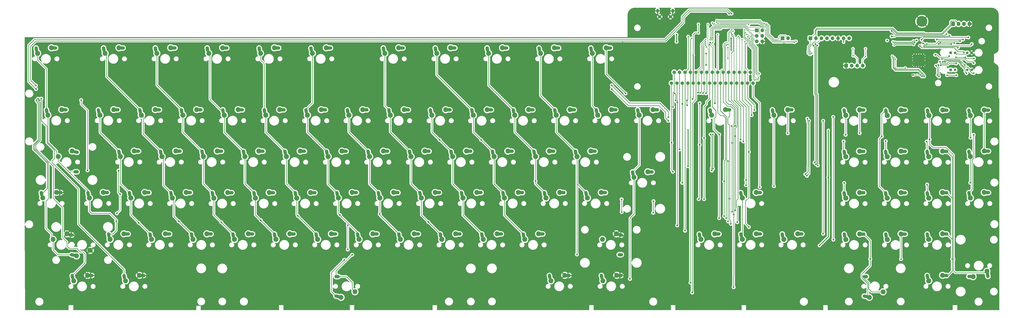
<source format=gbl>
%TF.GenerationSoftware,KiCad,Pcbnew,8.0.5*%
%TF.CreationDate,2025-03-05T08:08:18+01:00*%
%TF.ProjectId,A500KB,41353030-4b42-42e6-9b69-6361645f7063,4e*%
%TF.SameCoordinates,Original*%
%TF.FileFunction,Copper,L2,Bot*%
%TF.FilePolarity,Positive*%
%FSLAX46Y46*%
G04 Gerber Fmt 4.6, Leading zero omitted, Abs format (unit mm)*
G04 Created by KiCad (PCBNEW 8.0.5) date 2025-03-05 08:08:18*
%MOMM*%
%LPD*%
G01*
G04 APERTURE LIST*
G04 Aperture macros list*
%AMRoundRect*
0 Rectangle with rounded corners*
0 $1 Rounding radius*
0 $2 $3 $4 $5 $6 $7 $8 $9 X,Y pos of 4 corners*
0 Add a 4 corners polygon primitive as box body*
4,1,4,$2,$3,$4,$5,$6,$7,$8,$9,$2,$3,0*
0 Add four circle primitives for the rounded corners*
1,1,$1+$1,$2,$3*
1,1,$1+$1,$4,$5*
1,1,$1+$1,$6,$7*
1,1,$1+$1,$8,$9*
0 Add four rect primitives between the rounded corners*
20,1,$1+$1,$2,$3,$4,$5,0*
20,1,$1+$1,$4,$5,$6,$7,0*
20,1,$1+$1,$6,$7,$8,$9,0*
20,1,$1+$1,$8,$9,$2,$3,0*%
%AMHorizOval*
0 Thick line with rounded ends*
0 $1 width*
0 $2 $3 position (X,Y) of the first rounded end (center of the circle)*
0 $4 $5 position (X,Y) of the second rounded end (center of the circle)*
0 Add line between two ends*
20,1,$1,$2,$3,$4,$5,0*
0 Add two circle primitives to create the rounded ends*
1,1,$1,$2,$3*
1,1,$1,$4,$5*%
G04 Aperture macros list end*
%TA.AperFunction,ComponentPad*%
%ADD10HorizOval,1.524000X0.086824X-0.492404X-0.086824X0.492404X0*%
%TD*%
%TA.AperFunction,ComponentPad*%
%ADD11C,2.350000*%
%TD*%
%TA.AperFunction,ComponentPad*%
%ADD12C,2.250000*%
%TD*%
%TA.AperFunction,ComponentPad*%
%ADD13O,2.524000X1.524000*%
%TD*%
%TA.AperFunction,ComponentPad*%
%ADD14HorizOval,1.524000X0.490814X-0.095404X-0.490814X0.095404X0*%
%TD*%
%TA.AperFunction,ComponentPad*%
%ADD15HorizOval,1.524000X-0.490814X0.095404X0.490814X-0.095404X0*%
%TD*%
%TA.AperFunction,ComponentPad*%
%ADD16HorizOval,1.524000X-0.086824X0.492404X0.086824X-0.492404X0*%
%TD*%
%TA.AperFunction,ComponentPad*%
%ADD17R,1.700000X1.700000*%
%TD*%
%TA.AperFunction,ComponentPad*%
%ADD18O,1.700000X1.700000*%
%TD*%
%TA.AperFunction,ComponentPad*%
%ADD19C,1.600000*%
%TD*%
%TA.AperFunction,HeatsinkPad*%
%ADD20C,0.500000*%
%TD*%
%TA.AperFunction,HeatsinkPad*%
%ADD21R,5.000000X5.000000*%
%TD*%
%TA.AperFunction,ComponentPad*%
%ADD22O,1.200000X1.900000*%
%TD*%
%TA.AperFunction,ComponentPad*%
%ADD23C,1.450000*%
%TD*%
%TA.AperFunction,ComponentPad*%
%ADD24C,2.900000*%
%TD*%
%TA.AperFunction,ConnectorPad*%
%ADD25C,5.000000*%
%TD*%
%TA.AperFunction,ComponentPad*%
%ADD26RoundRect,0.250000X-0.600000X-0.725000X0.600000X-0.725000X0.600000X0.725000X-0.600000X0.725000X0*%
%TD*%
%TA.AperFunction,ComponentPad*%
%ADD27O,1.700000X1.950000*%
%TD*%
%TA.AperFunction,ComponentPad*%
%ADD28R,1.200000X1.200000*%
%TD*%
%TA.AperFunction,ComponentPad*%
%ADD29C,1.200000*%
%TD*%
%TA.AperFunction,ViaPad*%
%ADD30C,0.800000*%
%TD*%
%TA.AperFunction,ViaPad*%
%ADD31C,0.600000*%
%TD*%
%TA.AperFunction,ViaPad*%
%ADD32C,1.200000*%
%TD*%
%TA.AperFunction,Conductor*%
%ADD33C,0.250000*%
%TD*%
%TA.AperFunction,Conductor*%
%ADD34C,0.200000*%
%TD*%
%TA.AperFunction,Conductor*%
%ADD35C,0.400000*%
%TD*%
G04 APERTURE END LIST*
D10*
%TO.P,MX1,1,COL*%
%TO.N,/Y14=15*%
X31045224Y-241720004D03*
D11*
X31648400Y-243687600D03*
D12*
%TO.P,MX1,2,ROW*%
%TO.N,/X2=7*%
X37998400Y-241147600D03*
D13*
X39458400Y-241227600D03*
%TD*%
D10*
%TO.P,MX2,1,COL*%
%TO.N,/Y14=15*%
X35820424Y-270168004D03*
D12*
X36423600Y-272135600D03*
%TO.P,MX2,2,ROW*%
%TO.N,Net-(D54-A)*%
X42773600Y-269595600D03*
D13*
X44233600Y-269675600D03*
%TD*%
D10*
%TO.P,MX4,1,COL*%
%TO.N,MISO*%
X33411624Y-308289604D03*
D12*
X34014800Y-310257200D03*
%TO.P,MX4,2,ROW*%
%TO.N,GND*%
X40364800Y-307717200D03*
D13*
X41824800Y-307797200D03*
%TD*%
D10*
%TO.P,MX6,1,COL*%
%TO.N,/LALT*%
X47678024Y-346491204D03*
D12*
X48281200Y-348458800D03*
%TO.P,MX6,2,ROW*%
%TO.N,GND*%
X54631200Y-345918800D03*
D13*
X56091200Y-345998800D03*
%TD*%
D10*
%TO.P,MX8,1,COL*%
%TO.N,/Y13=16*%
X59696424Y-270168004D03*
D11*
X60299600Y-272135600D03*
D12*
%TO.P,MX8,2,ROW*%
%TO.N,Net-(D55-A)*%
X66649600Y-269595600D03*
D13*
X68109600Y-269675600D03*
%TD*%
D10*
%TO.P,MX10,1,COL*%
%TO.N,/Y14=15*%
X54849224Y-308289604D03*
D11*
X55452400Y-310257200D03*
D12*
%TO.P,MX10,2,ROW*%
%TO.N,Net-(D24-A)*%
X61802400Y-307717200D03*
D13*
X63262400Y-307797200D03*
%TD*%
D10*
%TO.P,MX12,1,COL*%
%TO.N,/LAMI*%
X71482024Y-346469604D03*
D12*
X72085200Y-348437200D03*
%TO.P,MX12,2,ROW*%
%TO.N,GND*%
X78435200Y-345897200D03*
D13*
X79895200Y-345977200D03*
%TD*%
D10*
%TO.P,MX13,1,COL*%
%TO.N,/Y11=18*%
X85858424Y-241720004D03*
D12*
X86461600Y-243687600D03*
%TO.P,MX13,2,ROW*%
%TO.N,/X2=7*%
X92811600Y-241147600D03*
D13*
X94271600Y-241227600D03*
%TD*%
D10*
%TO.P,MX14,1,COL*%
%TO.N,/Y12=17*%
X78746424Y-270168004D03*
D11*
X79349600Y-272135600D03*
D12*
%TO.P,MX14,2,ROW*%
%TO.N,Net-(D56-A)*%
X85699600Y-269595600D03*
D13*
X87159600Y-269675600D03*
%TD*%
D10*
%TO.P,MX16,1,COL*%
%TO.N,/Y13=16*%
X73920424Y-308318804D03*
D11*
X74523600Y-310286400D03*
D12*
%TO.P,MX16,2,ROW*%
%TO.N,Net-(D25-A)*%
X80873600Y-307746400D03*
D13*
X82333600Y-307826400D03*
%TD*%
D10*
%TO.P,MX17,1,COL*%
%TO.N,/Y13=16*%
X83420024Y-327368804D03*
D11*
X84023200Y-329336400D03*
D12*
%TO.P,MX17,2,ROW*%
%TO.N,Net-(D9-A)*%
X90373200Y-326796400D03*
D13*
X91833200Y-326876400D03*
%TD*%
D10*
%TO.P,MX18,1,COL*%
%TO.N,/Y10=19*%
X109683624Y-241720004D03*
D12*
X110286800Y-243687600D03*
%TO.P,MX18,2,ROW*%
%TO.N,/X2=7*%
X116636800Y-241147600D03*
D13*
X118096800Y-241227600D03*
%TD*%
D10*
%TO.P,MX19,1,COL*%
%TO.N,/Y11=18*%
X97796424Y-270168004D03*
D11*
X98399600Y-272135600D03*
D12*
%TO.P,MX19,2,ROW*%
%TO.N,Net-(D57-A)*%
X104749600Y-269595600D03*
D13*
X106209600Y-269675600D03*
%TD*%
D10*
%TO.P,MX20,1,COL*%
%TO.N,/Y11=18*%
X107245224Y-289243404D03*
D11*
X107848400Y-291211000D03*
D12*
%TO.P,MX20,2,ROW*%
%TO.N,Net-(D40-A)*%
X114198400Y-288671000D03*
D13*
X115658400Y-288751000D03*
%TD*%
D10*
%TO.P,MX21,1,COL*%
%TO.N,/Y12=17*%
X92970424Y-308318804D03*
D11*
X93573600Y-310286400D03*
D12*
%TO.P,MX21,2,ROW*%
%TO.N,Net-(D26-A)*%
X99923600Y-307746400D03*
D13*
X101383600Y-307826400D03*
%TD*%
D10*
%TO.P,MX22,1,COL*%
%TO.N,/Y12=17*%
X102470024Y-327368804D03*
D11*
X103073200Y-329336400D03*
D12*
%TO.P,MX22,2,ROW*%
%TO.N,Net-(D10-A)*%
X109423200Y-326796400D03*
D13*
X110883200Y-326876400D03*
%TD*%
D10*
%TO.P,MX23,1,COL*%
%TO.N,/Y9=20*%
X133508824Y-241720004D03*
D12*
X134112000Y-243687600D03*
%TO.P,MX23,2,ROW*%
%TO.N,/X2=7*%
X140462000Y-241147600D03*
D13*
X141922000Y-241227600D03*
%TD*%
D10*
%TO.P,MX24,1,COL*%
%TO.N,/Y10=19*%
X116846424Y-270168004D03*
D11*
X117449600Y-272135600D03*
D12*
%TO.P,MX24,2,ROW*%
%TO.N,Net-(D58-A)*%
X123799600Y-269595600D03*
D13*
X125259600Y-269675600D03*
%TD*%
D10*
%TO.P,MX25,1,COL*%
%TO.N,/Y10=19*%
X126295224Y-289268804D03*
D11*
X126898400Y-291236400D03*
D12*
%TO.P,MX25,2,ROW*%
%TO.N,Net-(D41-A)*%
X133248400Y-288696400D03*
D13*
X134708400Y-288776400D03*
%TD*%
D10*
%TO.P,MX26,1,COL*%
%TO.N,/Y11=18*%
X112041624Y-308340404D03*
D11*
X112644800Y-310308000D03*
D12*
%TO.P,MX26,2,ROW*%
%TO.N,Net-(D27-A)*%
X118994800Y-307768000D03*
D13*
X120454800Y-307848000D03*
%TD*%
D10*
%TO.P,MX27,1,COL*%
%TO.N,/Y11=18*%
X121520024Y-327368804D03*
D11*
X122123200Y-329336400D03*
D12*
%TO.P,MX27,2,ROW*%
%TO.N,Net-(D11-A)*%
X128473200Y-326796400D03*
D13*
X129933200Y-326876400D03*
%TD*%
D10*
%TO.P,MX28,1,COL*%
%TO.N,/Y8=21*%
X157334024Y-241720004D03*
D12*
X157937200Y-243687600D03*
%TO.P,MX28,2,ROW*%
%TO.N,/X2=7*%
X164287200Y-241147600D03*
D13*
X165747200Y-241227600D03*
%TD*%
D10*
%TO.P,MX30,1,COL*%
%TO.N,/Y9=20*%
X145345224Y-289268804D03*
D11*
X145948400Y-291236400D03*
D12*
%TO.P,MX30,2,ROW*%
%TO.N,Net-(D42-A)*%
X152298400Y-288696400D03*
D13*
X153758400Y-288776400D03*
%TD*%
D10*
%TO.P,MX32,1,COL*%
%TO.N,/Y10=19*%
X140570024Y-327368804D03*
D11*
X141173200Y-329336400D03*
D12*
%TO.P,MX32,2,ROW*%
%TO.N,Net-(D12-A)*%
X147523200Y-326796400D03*
D13*
X148983200Y-326876400D03*
%TD*%
D10*
%TO.P,MX34,1,COL*%
%TO.N,/Y6=23*%
X190608024Y-241720004D03*
D12*
X191211200Y-243687600D03*
%TO.P,MX34,2,ROW*%
%TO.N,/X2=7*%
X197561200Y-241147600D03*
D13*
X199021200Y-241227600D03*
%TD*%
D10*
%TO.P,MX35,1,COL*%
%TO.N,/Y8=21*%
X154997224Y-270218804D03*
D11*
X155600400Y-272186400D03*
D12*
%TO.P,MX35,2,ROW*%
%TO.N,Net-(D60-A)*%
X161950400Y-269646400D03*
D13*
X163410400Y-269726400D03*
%TD*%
D10*
%TO.P,MX37,1,COL*%
%TO.N,/Y9=20*%
X150150024Y-308340404D03*
D11*
X150753200Y-310308000D03*
D12*
%TO.P,MX37,2,ROW*%
%TO.N,Net-(D29-A)*%
X157103200Y-307768000D03*
D13*
X158563200Y-307848000D03*
%TD*%
D10*
%TO.P,MX38,1,COL*%
%TO.N,/Y9=20*%
X159670824Y-327368804D03*
D11*
X160274000Y-329336400D03*
D12*
%TO.P,MX38,2,ROW*%
%TO.N,Net-(D14-A)*%
X166624000Y-326796400D03*
D13*
X168084000Y-326876400D03*
%TD*%
D10*
%TO.P,MX39,1,COL*%
%TO.N,/Y4=25*%
X214433224Y-241720004D03*
D12*
X215036400Y-243687600D03*
%TO.P,MX39,2,ROW*%
%TO.N,/X2=7*%
X221386400Y-241147600D03*
D13*
X222846400Y-241227600D03*
%TD*%
D10*
%TO.P,MX40,1,COL*%
%TO.N,/Y7=22*%
X174047224Y-270218804D03*
D11*
X174650400Y-272186400D03*
D12*
%TO.P,MX40,2,ROW*%
%TO.N,Net-(D61-A)*%
X181000400Y-269646400D03*
D13*
X182460400Y-269726400D03*
%TD*%
D10*
%TO.P,MX41,1,COL*%
%TO.N,/Y7=22*%
X183546824Y-289268804D03*
D11*
X184150000Y-291236400D03*
D12*
%TO.P,MX41,2,ROW*%
%TO.N,Net-(D44-A)*%
X190500000Y-288696400D03*
D13*
X191960000Y-288776400D03*
%TD*%
D10*
%TO.P,MX42,1,COL*%
%TO.N,/Y8=21*%
X169221224Y-308318804D03*
D11*
X169824400Y-310286400D03*
D12*
%TO.P,MX42,2,ROW*%
%TO.N,Net-(D30-A)*%
X176174400Y-307746400D03*
D13*
X177634400Y-307826400D03*
%TD*%
D10*
%TO.P,MX43,1,COL*%
%TO.N,/Y8=21*%
X178699624Y-327368804D03*
D11*
X179302800Y-329336400D03*
D12*
%TO.P,MX43,2,ROW*%
%TO.N,Net-(D15-A)*%
X185652800Y-326796400D03*
D13*
X187112800Y-326876400D03*
%TD*%
D10*
%TO.P,MX45,1,COL*%
%TO.N,/Y6=23*%
X193097224Y-270218804D03*
D11*
X193700400Y-272186400D03*
D12*
%TO.P,MX45,2,ROW*%
%TO.N,Net-(D62-A)*%
X200050400Y-269646400D03*
D13*
X201510400Y-269726400D03*
%TD*%
D10*
%TO.P,MX46,1,COL*%
%TO.N,/Y6=23*%
X202596824Y-289268804D03*
D11*
X203200000Y-291236400D03*
D12*
%TO.P,MX46,2,ROW*%
%TO.N,Net-(D45-A)*%
X209550000Y-288696400D03*
D13*
X211010000Y-288776400D03*
%TD*%
D10*
%TO.P,MX47,1,COL*%
%TO.N,/Y7=22*%
X188271224Y-308318804D03*
D11*
X188874400Y-310286400D03*
D12*
%TO.P,MX47,2,ROW*%
%TO.N,Net-(D31-A)*%
X195224400Y-307746400D03*
D13*
X196684400Y-307826400D03*
%TD*%
D10*
%TO.P,MX49,1,COL*%
%TO.N,/Y2=27*%
X262104824Y-241741604D03*
D12*
X262708000Y-243709200D03*
%TO.P,MX49,2,ROW*%
%TO.N,/X2=7*%
X269058000Y-241169200D03*
D13*
X270518000Y-241249200D03*
%TD*%
D10*
%TO.P,MX50,1,COL*%
%TO.N,/Y5=24*%
X212198024Y-270218804D03*
D11*
X212801200Y-272186400D03*
D12*
%TO.P,MX50,2,ROW*%
%TO.N,Net-(D63-A)*%
X219151200Y-269646400D03*
D13*
X220611200Y-269726400D03*
%TD*%
D10*
%TO.P,MX51,1,COL*%
%TO.N,/Y5=24*%
X221697624Y-289268804D03*
D11*
X222300800Y-291236400D03*
D12*
%TO.P,MX51,2,ROW*%
%TO.N,Net-(D46-A)*%
X228650800Y-288696400D03*
D13*
X230110800Y-288776400D03*
%TD*%
D10*
%TO.P,MX52,1,COL*%
%TO.N,/Y6=23*%
X207372024Y-308318804D03*
D11*
X207975200Y-310286400D03*
D12*
%TO.P,MX52,2,ROW*%
%TO.N,Net-(D32-A)*%
X214325200Y-307746400D03*
D13*
X215785200Y-307826400D03*
%TD*%
D10*
%TO.P,MX53,1,COL*%
%TO.N,/Y6=23*%
X216770024Y-327368804D03*
D11*
X217373200Y-329336400D03*
D12*
%TO.P,MX53,2,ROW*%
%TO.N,Net-(D17-A)*%
X223723200Y-326796400D03*
D13*
X225183200Y-326876400D03*
%TD*%
D10*
%TO.P,MX54,1,COL*%
%TO.N,/Y1=28*%
X285908824Y-241720004D03*
D12*
X286512000Y-243687600D03*
%TO.P,MX54,2,ROW*%
%TO.N,/X2=7*%
X292862000Y-241147600D03*
D13*
X294322000Y-241227600D03*
%TD*%
D10*
%TO.P,MX55,1,COL*%
%TO.N,/Y4=25*%
X231248024Y-270218804D03*
D11*
X231851200Y-272186400D03*
D12*
%TO.P,MX55,2,ROW*%
%TO.N,Net-(D64-A)*%
X238201200Y-269646400D03*
D13*
X239661200Y-269726400D03*
%TD*%
D10*
%TO.P,MX56,1,COL*%
%TO.N,/Y4=25*%
X240747624Y-289268804D03*
D11*
X241350800Y-291236400D03*
D12*
%TO.P,MX56,2,ROW*%
%TO.N,Net-(D47-A)*%
X247700800Y-288696400D03*
D13*
X249160800Y-288776400D03*
%TD*%
D10*
%TO.P,MX57,1,COL*%
%TO.N,/Y5=24*%
X226472824Y-308318804D03*
D11*
X227076000Y-310286400D03*
D12*
%TO.P,MX57,2,ROW*%
%TO.N,Net-(D33-A)*%
X233426000Y-307746400D03*
D13*
X234886000Y-307826400D03*
%TD*%
D10*
%TO.P,MX58,1,COL*%
%TO.N,/Y5=24*%
X235820024Y-327368804D03*
D11*
X236423200Y-329336400D03*
D12*
%TO.P,MX58,2,ROW*%
%TO.N,Net-(D18-A)*%
X242773200Y-326796400D03*
D13*
X244233200Y-326876400D03*
%TD*%
D10*
%TO.P,MX59,1,COL*%
%TO.N,MOSI*%
X266888424Y-346440404D03*
D12*
X267491600Y-348408000D03*
%TO.P,MX59,2,ROW*%
%TO.N,GND*%
X273841600Y-345868000D03*
D13*
X275301600Y-345948000D03*
%TD*%
D10*
%TO.P,MX60,1,COL*%
%TO.N,/Y3=26*%
X250298024Y-270218804D03*
D11*
X250901200Y-272186400D03*
D12*
%TO.P,MX60,2,ROW*%
%TO.N,Net-(D65-A)*%
X257251200Y-269646400D03*
D13*
X258711200Y-269726400D03*
%TD*%
D10*
%TO.P,MX61,1,COL*%
%TO.N,/Y3=26*%
X259797624Y-289268804D03*
D11*
X260400800Y-291236400D03*
D12*
%TO.P,MX61,2,ROW*%
%TO.N,Net-(D48-A)*%
X266750800Y-288696400D03*
D13*
X268210800Y-288776400D03*
%TD*%
D10*
%TO.P,MX62,1,COL*%
%TO.N,/Y4=25*%
X245522824Y-308318804D03*
D11*
X246126000Y-310286400D03*
D12*
%TO.P,MX62,2,ROW*%
%TO.N,Net-(D34-A)*%
X252476000Y-307746400D03*
D13*
X253936000Y-307826400D03*
%TD*%
D10*
%TO.P,MX63,1,COL*%
%TO.N,/Y4=25*%
X254870024Y-327368804D03*
D11*
X255473200Y-329336400D03*
D12*
%TO.P,MX63,2,ROW*%
%TO.N,Net-(D19-A)*%
X261823200Y-326796400D03*
D13*
X263283200Y-326876400D03*
%TD*%
D10*
%TO.P,MX64,1,COL*%
%TO.N,SCLK*%
X290764424Y-346440404D03*
D12*
X291367600Y-348408000D03*
%TO.P,MX64,2,ROW*%
%TO.N,GND*%
X297717600Y-345868000D03*
D13*
X299177600Y-345948000D03*
%TD*%
D10*
%TO.P,MX65,1,COL*%
%TO.N,/Y2=27*%
X269348024Y-270218804D03*
D11*
X269951200Y-272186400D03*
D12*
%TO.P,MX65,2,ROW*%
%TO.N,Net-(D66-A)*%
X276301200Y-269646400D03*
D13*
X277761200Y-269726400D03*
%TD*%
D10*
%TO.P,MX67,1,COL*%
%TO.N,/Y3=26*%
X264572824Y-308318804D03*
D11*
X265176000Y-310286400D03*
D12*
%TO.P,MX67,2,ROW*%
%TO.N,Net-(D35-A)*%
X271526000Y-307746400D03*
D13*
X272986000Y-307826400D03*
%TD*%
D12*
%TO.P,MX68,1,COL*%
%TO.N,/RSHFT*%
X291185600Y-329336400D03*
D13*
X299345600Y-336376400D03*
D12*
%TO.P,MX68,2,ROW*%
%TO.N,GND*%
X297535600Y-326796400D03*
D14*
X299354786Y-327280996D03*
%TD*%
D10*
%TO.P,MX69,1,COL*%
%TO.N,/Y1=28*%
X288398024Y-270218804D03*
D11*
X289001200Y-272186400D03*
D12*
%TO.P,MX69,2,ROW*%
%TO.N,Net-(D67-A)*%
X295351200Y-269646400D03*
D13*
X296811200Y-269726400D03*
%TD*%
D10*
%TO.P,MX70,1,COL*%
%TO.N,/Y2=27*%
X283622824Y-308318804D03*
D11*
X284226000Y-310286400D03*
D12*
%TO.P,MX70,2,ROW*%
%TO.N,Net-(D36-A)*%
X290576000Y-307746400D03*
D13*
X292036000Y-307826400D03*
%TD*%
D10*
%TO.P,MX71,1,COL*%
%TO.N,/Y1=28*%
X305039224Y-298790004D03*
D12*
X305642400Y-300757600D03*
%TO.P,MX71,2,ROW*%
%TO.N,Net-(D50-A)*%
X311992400Y-298217600D03*
D13*
X313452400Y-298297600D03*
%TD*%
D10*
%TO.P,MX72,1,COL*%
%TO.N,/Y1=28*%
X307448024Y-270218804D03*
D11*
X308051200Y-272186400D03*
D12*
%TO.P,MX72,2,ROW*%
%TO.N,Net-(D68-A)*%
X314401200Y-269646400D03*
D13*
X315861200Y-269726400D03*
%TD*%
D10*
%TO.P,MX73,1,COL*%
%TO.N,/Y1=28*%
X340700824Y-270218804D03*
D12*
X341304000Y-272186400D03*
%TO.P,MX73,2,ROW*%
%TO.N,/X5=2*%
X347654000Y-269646400D03*
D13*
X349114000Y-269726400D03*
%TD*%
D10*
%TO.P,MX74,1,COL*%
%TO.N,/Y0=29*%
X335743624Y-327368804D03*
D11*
X336346800Y-329336400D03*
D12*
%TO.P,MX74,2,ROW*%
%TO.N,Net-(D21-A)*%
X342696800Y-326796400D03*
D13*
X344156800Y-326876400D03*
%TD*%
D10*
%TO.P,MX75,1,COL*%
%TO.N,/Y0=29*%
X354793624Y-308318804D03*
D11*
X355396800Y-310286400D03*
D12*
%TO.P,MX75,2,ROW*%
%TO.N,Net-(D22-A)*%
X361746800Y-307746400D03*
D13*
X363206800Y-307826400D03*
%TD*%
D10*
%TO.P,MX76,1,COL*%
%TO.N,/Y0=29*%
X354823224Y-327368804D03*
D11*
X355426400Y-329336400D03*
D12*
%TO.P,MX76,2,ROW*%
%TO.N,Net-(D23-A)*%
X361776400Y-326796400D03*
D13*
X363236400Y-326876400D03*
%TD*%
D10*
%TO.P,MX77,1,COL*%
%TO.N,/Y0=29*%
X369301224Y-270218804D03*
D12*
X369904400Y-272186400D03*
%TO.P,MX77,2,ROW*%
%TO.N,/X2=7*%
X376254400Y-269646400D03*
D13*
X377714400Y-269726400D03*
%TD*%
D10*
%TO.P,MX78,1,COL*%
%TO.N,/Y0=29*%
X373843624Y-327368804D03*
D11*
X374446800Y-329336400D03*
D12*
%TO.P,MX78,2,ROW*%
%TO.N,Net-(D20-A)*%
X380796800Y-326796400D03*
D13*
X382256800Y-326876400D03*
%TD*%
D10*
%TO.P,MX79,1,COL*%
%TO.N,/Y13=16*%
X402291624Y-270269604D03*
D11*
X402894800Y-272237200D03*
D12*
%TO.P,MX79,2,ROW*%
%TO.N,/X2=7*%
X409244800Y-269697200D03*
D13*
X410704800Y-269777200D03*
%TD*%
D10*
%TO.P,MX80,1,COL*%
%TO.N,/Y4=25*%
X402291624Y-289319604D03*
D11*
X402894800Y-291287200D03*
D12*
%TO.P,MX80,2,ROW*%
%TO.N,/X7=4*%
X409244800Y-288747200D03*
D13*
X410704800Y-288827200D03*
%TD*%
D10*
%TO.P,MX81,1,COL*%
%TO.N,/Y3=26*%
X402291624Y-308369604D03*
D11*
X402894800Y-310337200D03*
D12*
%TO.P,MX81,2,ROW*%
%TO.N,/X7=4*%
X409244800Y-307797200D03*
D13*
X410704800Y-307877200D03*
%TD*%
D10*
%TO.P,MX82,1,COL*%
%TO.N,/Y2=27*%
X402321224Y-327390404D03*
D11*
X402924400Y-329358000D03*
D12*
%TO.P,MX82,2,ROW*%
%TO.N,/X7=4*%
X409274400Y-326818000D03*
D13*
X410734400Y-326898000D03*
%TD*%
D12*
%TO.P,MX83,1,COL*%
%TO.N,/Y1=28*%
X420084250Y-353491800D03*
D13*
X411924250Y-346451800D03*
D12*
%TO.P,MX83,2,ROW*%
%TO.N,/X7=4*%
X413734250Y-356031800D03*
D15*
X411915064Y-355547204D03*
%TD*%
D10*
%TO.P,MX85,1,COL*%
%TO.N,/Y8=21*%
X421341624Y-289319604D03*
D11*
X421944800Y-291287200D03*
D12*
%TO.P,MX85,2,ROW*%
%TO.N,/X7=4*%
X428294800Y-288747200D03*
D13*
X429754800Y-288827200D03*
%TD*%
D10*
%TO.P,MX86,1,COL*%
%TO.N,/Y7=22*%
X421341624Y-308369604D03*
D11*
X421944800Y-310337200D03*
D12*
%TO.P,MX86,2,ROW*%
%TO.N,/X7=4*%
X428294800Y-307797200D03*
D13*
X429754800Y-307877200D03*
%TD*%
D10*
%TO.P,MX87,1,COL*%
%TO.N,/Y6=23*%
X421371224Y-327390404D03*
D11*
X421974400Y-329358000D03*
D12*
%TO.P,MX87,2,ROW*%
%TO.N,/X7=4*%
X428324400Y-326818000D03*
D13*
X429784400Y-326898000D03*
%TD*%
D10*
%TO.P,MX88,1,COL*%
%TO.N,/Y5=24*%
X440493224Y-270320404D03*
D11*
X441096400Y-272288000D03*
D12*
%TO.P,MX88,2,ROW*%
%TO.N,/X2=7*%
X447446400Y-269748000D03*
D13*
X448906400Y-269828000D03*
%TD*%
D10*
%TO.P,MX89,1,COL*%
%TO.N,/Y12=17*%
X440391624Y-289319604D03*
D11*
X440994800Y-291287200D03*
D12*
%TO.P,MX89,2,ROW*%
%TO.N,/X7=4*%
X447344800Y-288747200D03*
D13*
X448804800Y-288827200D03*
%TD*%
D10*
%TO.P,MX90,1,COL*%
%TO.N,/Y11=18*%
X440442424Y-308369604D03*
D11*
X441045600Y-310337200D03*
D12*
%TO.P,MX90,2,ROW*%
%TO.N,/X7=4*%
X447395600Y-307797200D03*
D13*
X448855600Y-307877200D03*
%TD*%
D10*
%TO.P,MX91,1,COL*%
%TO.N,/Y10=19*%
X440442424Y-327368804D03*
D11*
X441045600Y-329336400D03*
D12*
%TO.P,MX91,2,ROW*%
%TO.N,/X7=4*%
X447395600Y-326796400D03*
D13*
X448855600Y-326876400D03*
%TD*%
D10*
%TO.P,MX92,1,COL*%
%TO.N,/Y9=20*%
X440421224Y-346440404D03*
D11*
X441024400Y-348408000D03*
D12*
%TO.P,MX92,2,ROW*%
%TO.N,/X7=4*%
X447374400Y-345868000D03*
D13*
X448834400Y-345948000D03*
%TD*%
D10*
%TO.P,MX93,1,COL*%
%TO.N,/Y14=15*%
X459594024Y-270320404D03*
D11*
X460197200Y-272288000D03*
D12*
%TO.P,MX93,2,ROW*%
%TO.N,/X7=4*%
X466547200Y-269748000D03*
D13*
X468007200Y-269828000D03*
%TD*%
D10*
%TO.P,MX94,1,COL*%
%TO.N,/Y0=29*%
X459594024Y-289268804D03*
D11*
X460197200Y-291236400D03*
D12*
%TO.P,MX94,2,ROW*%
%TO.N,/X7=4*%
X466547200Y-288696400D03*
D13*
X468007200Y-288776400D03*
%TD*%
D10*
%TO.P,MX95,1,COL*%
%TO.N,/Y13=16*%
X459594024Y-308318804D03*
D11*
X460197200Y-310286400D03*
D12*
%TO.P,MX95,2,ROW*%
%TO.N,/X7=4*%
X466547200Y-307746400D03*
D13*
X468007200Y-307826400D03*
%TD*%
D16*
%TO.P,MX96,1,COL*%
%TO.N,/Y5=24*%
X468144976Y-345934396D03*
D12*
X467791800Y-343966800D03*
%TO.P,MX96,2,ROW*%
%TO.N,/X7=4*%
X461441800Y-346506800D03*
D13*
X459981800Y-346426800D03*
%TD*%
D10*
%TO.P,MX9,1,COL*%
%TO.N,/Y13=16*%
X69124024Y-289239604D03*
D11*
X69727200Y-291207200D03*
D12*
%TO.P,MX9,2,ROW*%
%TO.N,Net-(D38-A)*%
X76077200Y-288667200D03*
D13*
X77537200Y-288747200D03*
%TD*%
D10*
%TO.P,MX15,1,COL*%
%TO.N,/Y12=17*%
X88195224Y-289243404D03*
D11*
X88798400Y-291211000D03*
D12*
%TO.P,MX15,2,ROW*%
%TO.N,Net-(D39-A)*%
X95148400Y-288671000D03*
D13*
X96608400Y-288751000D03*
%TD*%
D10*
%TO.P,MX7,1,COL*%
%TO.N,/Y12=17*%
X62084024Y-241720004D03*
D12*
X62687200Y-243687600D03*
%TO.P,MX7,2,ROW*%
%TO.N,/X2=7*%
X69037200Y-241147600D03*
D13*
X70497200Y-241227600D03*
%TD*%
D12*
%TO.P,MX3,1,COL*%
%TO.N,/Y14=15*%
X41167050Y-291207200D03*
D13*
X49327050Y-298247200D03*
D12*
%TO.P,MX3,2,ROW*%
%TO.N,Net-(D37-A)*%
X47517050Y-288667200D03*
D14*
X49336236Y-289151796D03*
%TD*%
D10*
%TO.P,MX36,1,COL*%
%TO.N,/Y8=21*%
X164496824Y-289268804D03*
D11*
X165100000Y-291236400D03*
D12*
%TO.P,MX36,2,ROW*%
%TO.N,Net-(D43-A)*%
X171450000Y-288696400D03*
D13*
X172910000Y-288776400D03*
%TD*%
D10*
%TO.P,MX31,1,COL*%
%TO.N,/Y10=19*%
X131121224Y-308340404D03*
D11*
X131724400Y-310308000D03*
D12*
%TO.P,MX31,2,ROW*%
%TO.N,Net-(D28-A)*%
X138074400Y-307768000D03*
D13*
X139534400Y-307848000D03*
%TD*%
D10*
%TO.P,MX29,1,COL*%
%TO.N,/Y9=20*%
X135926024Y-270189604D03*
D11*
X136529200Y-272157200D03*
D12*
%TO.P,MX29,2,ROW*%
%TO.N,Net-(D59-A)*%
X142879200Y-269617200D03*
D13*
X144339200Y-269697200D03*
%TD*%
D10*
%TO.P,MX48,1,COL*%
%TO.N,/Y7=22*%
X197720024Y-327368804D03*
D11*
X198323200Y-329336400D03*
D12*
%TO.P,MX48,2,ROW*%
%TO.N,Net-(D16-A)*%
X204673200Y-326796400D03*
D13*
X206133200Y-326876400D03*
%TD*%
D10*
%TO.P,MX66,1,COL*%
%TO.N,/Y2=27*%
X278847624Y-289268804D03*
D11*
X279450800Y-291236400D03*
D12*
%TO.P,MX66,2,ROW*%
%TO.N,Net-(D49-A)*%
X285800800Y-288696400D03*
D13*
X287260800Y-288776400D03*
%TD*%
D10*
%TO.P,MX84,1,COL*%
%TO.N,/Y7=22*%
X421392424Y-270320404D03*
D11*
X421995600Y-272288000D03*
D12*
%TO.P,MX84,2,ROW*%
%TO.N,/X2=7*%
X428345600Y-269748000D03*
D13*
X429805600Y-269828000D03*
%TD*%
D10*
%TO.P,MX44,1,COL*%
%TO.N,/Y3=26*%
X238258424Y-241720004D03*
D12*
X238861600Y-243687600D03*
%TO.P,MX44,2,ROW*%
%TO.N,/X2=7*%
X245211600Y-241147600D03*
D13*
X246671600Y-241227600D03*
%TD*%
D12*
%TO.P,MX33,1,COL*%
%TO.N,/Y2=27*%
X177469000Y-353441800D03*
D13*
X169259000Y-346451800D03*
D12*
%TO.P,MX33,2,ROW*%
%TO.N,Net-(D13-A)*%
X171069000Y-356031800D03*
D15*
X169249814Y-355547204D03*
%TD*%
D17*
%TO.P,J3,1,Pin_1*%
%TO.N,MISO*%
X362060000Y-233150000D03*
D18*
%TO.P,J3,2,Pin_2*%
%TO.N,+5V*%
X364600000Y-233150000D03*
%TO.P,J3,3,Pin_3*%
%TO.N,SCLK*%
X362060000Y-235690000D03*
%TO.P,J3,4,Pin_4*%
%TO.N,MOSI*%
X364600000Y-235690000D03*
%TO.P,J3,5,Pin_5*%
%TO.N,/AT90_RESET*%
X362060000Y-238230000D03*
%TO.P,J3,6,Pin_6*%
%TO.N,GND*%
X364600000Y-238230000D03*
%TD*%
D17*
%TO.P,J4,1,Pin_1*%
%TO.N,/KCLK*%
X386720000Y-236750000D03*
D18*
%TO.P,J4,2,Pin_2*%
%TO.N,/KDAT*%
X389260000Y-236750000D03*
%TO.P,J4,3,Pin_3*%
%TO.N,/RST_OUT*%
X391800000Y-236750000D03*
%TO.P,J4,4,Pin_4*%
%TO.N,+5V*%
X394340000Y-236750000D03*
%TO.P,J4,5,Pin_5*%
%TO.N,unconnected-(J4-Pin_5-Pad5)*%
X396880000Y-236750000D03*
%TO.P,J4,6,Pin_6*%
%TO.N,GND*%
X399420000Y-236750000D03*
%TO.P,J4,7,Pin_7*%
%TO.N,/PWRLED*%
X401960000Y-236750000D03*
%TO.P,J4,8,Pin_8*%
%TO.N,/DRVLED*%
X404500000Y-236750000D03*
%TD*%
D17*
%TO.P,J5,1,Pin_1*%
%TO.N,/IN_LED3*%
X373860000Y-236750000D03*
D18*
%TO.P,J5,2,Pin_2*%
%TO.N,/IN_LED4*%
X376400000Y-236750000D03*
%TD*%
D19*
%TO.P,J1,1,Pin_1*%
%TO.N,/X4=1*%
X322850000Y-257400000D03*
%TO.P,J1,2,Pin_2*%
%TO.N,/X5=2*%
X324100000Y-252400000D03*
%TO.P,J1,3,Pin_3*%
%TO.N,/X6=3*%
X325350000Y-257400000D03*
%TO.P,J1,4,Pin_4*%
%TO.N,/X7=4*%
X326600000Y-252400000D03*
%TO.P,J1,5,Pin_5*%
%TO.N,/X3=5*%
X327850000Y-257400000D03*
%TO.P,J1,6,Pin_6*%
%TO.N,/RSHFT*%
X329100000Y-252400000D03*
%TO.P,J1,7,Pin_7*%
%TO.N,/X2=7*%
X330350000Y-257400000D03*
%TO.P,J1,8,Pin_8*%
%TO.N,SCLK*%
X331600000Y-252400000D03*
%TO.P,J1,9,Pin_9*%
%TO.N,+5V*%
X332850000Y-257400000D03*
%TO.P,J1,10,Pin_10*%
%TO.N,MOSI*%
X334100000Y-252400000D03*
%TO.P,J1,11,Pin_11*%
%TO.N,MISO*%
X335350000Y-257400000D03*
%TO.P,J1,12,Pin_12*%
%TO.N,/LSHIFT*%
X336600000Y-252400000D03*
%TO.P,J1,13,Pin_13*%
%TO.N,/LALT*%
X337850000Y-257400000D03*
%TO.P,J1,14,Pin_14*%
%TO.N,/LAMI*%
X339100000Y-252400000D03*
%TO.P,J1,15,Pin_15*%
%TO.N,/Y14=15*%
X340350000Y-257400000D03*
%TO.P,J1,16,Pin_16*%
%TO.N,/Y13=16*%
X341600000Y-252400000D03*
%TO.P,J1,17,Pin_17*%
%TO.N,/Y12=17*%
X342850000Y-257400000D03*
%TO.P,J1,18,Pin_18*%
%TO.N,/Y11=18*%
X344100000Y-252400000D03*
%TO.P,J1,19,Pin_19*%
%TO.N,/Y10=19*%
X345350000Y-257400000D03*
%TO.P,J1,20,Pin_20*%
%TO.N,/Y9=20*%
X346600000Y-252400000D03*
%TO.P,J1,21,Pin_21*%
%TO.N,/Y8=21*%
X347850000Y-257400000D03*
%TO.P,J1,22,Pin_22*%
%TO.N,/Y7=22*%
X349100000Y-252400000D03*
%TO.P,J1,23,Pin_23*%
%TO.N,/Y6=23*%
X350350000Y-257400000D03*
%TO.P,J1,24,Pin_24*%
%TO.N,/Y5=24*%
X351600000Y-252400000D03*
%TO.P,J1,25,Pin_25*%
%TO.N,/Y4=25*%
X352850000Y-257400000D03*
%TO.P,J1,26,Pin_26*%
%TO.N,/Y3=26*%
X354100000Y-252400000D03*
%TO.P,J1,27,Pin_27*%
%TO.N,/Y2=27*%
X355350000Y-257400000D03*
%TO.P,J1,28,Pin_28*%
%TO.N,/Y1=28*%
X356600000Y-252400000D03*
%TO.P,J1,29,Pin_29*%
%TO.N,/Y0=29*%
X357850000Y-257400000D03*
%TO.P,J1,30,Pin_30*%
%TO.N,GND*%
X359100000Y-252400000D03*
%TO.P,J1,31,Pin_31*%
%TO.N,CAPSLED*%
X360350000Y-257400000D03*
%TD*%
D20*
%TO.P,U1,49,GND*%
%TO.N,GND*%
X438712500Y-249150000D03*
X438712500Y-248025000D03*
X438712500Y-246900000D03*
X438712500Y-245775000D03*
X438712500Y-244650000D03*
X437587500Y-249150000D03*
X437587500Y-248025000D03*
X437587500Y-246900000D03*
X437587500Y-245775000D03*
X437587500Y-244650000D03*
X436462500Y-249150000D03*
X436462500Y-248025000D03*
X436462500Y-246900000D03*
D21*
X436462500Y-246900000D03*
D20*
X436462500Y-245775000D03*
X436462500Y-244650000D03*
X435337500Y-249150000D03*
X435337500Y-248025000D03*
X435337500Y-246900000D03*
X435337500Y-245775000D03*
X435337500Y-244650000D03*
X434212500Y-249150000D03*
X434212500Y-248025000D03*
X434212500Y-246900000D03*
X434212500Y-245775000D03*
X434212500Y-244650000D03*
%TD*%
D22*
%TO.P,J2,6,Shield*%
%TO.N,GND*%
X323450000Y-224150000D03*
D23*
X322450000Y-226850000D03*
X317450000Y-226850000D03*
D22*
X316450000Y-224150000D03*
%TD*%
D17*
%TO.P,J6,1,Pin_1*%
%TO.N,GND*%
X403100000Y-249350000D03*
D18*
%TO.P,J6,2,Pin_2*%
%TO.N,+5V*%
X405640000Y-249350000D03*
%TO.P,J6,3,Pin_3*%
%TO.N,/SDA*%
X408180000Y-249350000D03*
%TO.P,J6,4,Pin_4*%
%TO.N,/SCL*%
X410720000Y-249350000D03*
%TD*%
D12*
%TO.P,MX5,1,COL*%
%TO.N,/LSHIFT*%
X38763750Y-329305000D03*
D14*
X47734564Y-336460404D03*
D12*
X49553750Y-336945000D03*
%TO.P,MX5,2,ROW*%
%TO.N,GND*%
X45113750Y-326765000D03*
D14*
X46932936Y-327249596D03*
D12*
X55903750Y-334405000D03*
D10*
%TO.P,MX5,3,COL*%
%TO.N,/Y14=15*%
X64365574Y-327342404D03*
D11*
X64968750Y-329310000D03*
D12*
%TO.P,MX5,4,ROW*%
%TO.N,Net-(D8-A)*%
X71318750Y-326770000D03*
D13*
X72778750Y-326850000D03*
%TD*%
D24*
%TO.P,H24,1,1*%
%TO.N,GND*%
X437889200Y-228981000D03*
D25*
X437889200Y-228981000D03*
%TD*%
D26*
%TO.P,J7,1,Pin_1*%
%TO.N,/KDAT*%
X452224000Y-230116500D03*
D27*
%TO.P,J7,2,Pin_2*%
%TO.N,/KCLK*%
X454724000Y-230116500D03*
%TO.P,J7,3,Pin_3*%
%TO.N,+5V*%
X457224000Y-230116500D03*
%TO.P,J7,4,Pin_4*%
%TO.N,GND*%
X459724000Y-230116500D03*
%TD*%
D28*
%TO.P,D3,1,A1*%
%TO.N,/PLED*%
X451100000Y-243420000D03*
D29*
%TO.P,D3,2,K1*%
%TO.N,Net-(D3-A2)*%
X453150000Y-243420000D03*
%TO.P,D3,3,A2*%
X458750000Y-243420000D03*
%TO.P,D3,4,K2*%
%TO.N,GND*%
X460800000Y-243420000D03*
%TD*%
D28*
%TO.P,D4,1,A1*%
%TO.N,/FLED*%
X451100000Y-251350000D03*
D29*
%TO.P,D4,2,K1*%
%TO.N,Net-(D4-A2)*%
X453150000Y-251350000D03*
%TO.P,D4,3,A2*%
X458750000Y-251350000D03*
%TO.P,D4,4,K2*%
%TO.N,GND*%
X460800000Y-251350000D03*
%TD*%
D30*
%TO.N,CAPSLED*%
X363397800Y-305258300D03*
%TO.N,GND*%
X436450000Y-241100000D03*
X440550000Y-242850000D03*
X432000000Y-242500000D03*
X440650000Y-251100000D03*
X436437500Y-252850000D03*
X82600000Y-261500000D03*
X385850000Y-301800000D03*
X178550000Y-246500000D03*
X328700000Y-237650000D03*
D31*
X323250000Y-243250000D03*
X402900000Y-235050000D03*
D30*
X427000000Y-242700000D03*
X350266000Y-236855000D03*
X78700000Y-256750000D03*
D31*
X339150000Y-280950000D03*
D30*
X314700000Y-227150000D03*
D31*
X340600000Y-265700000D03*
D30*
X213614000Y-321818000D03*
X428600000Y-257650000D03*
D31*
X358184000Y-224332800D03*
X334100000Y-279000000D03*
D30*
X432550000Y-254800000D03*
X370800000Y-317650000D03*
X314250000Y-281350000D03*
X318050000Y-324750000D03*
X427550000Y-253150000D03*
D31*
X436700000Y-238750000D03*
D30*
X298750000Y-314500000D03*
X395250000Y-246634000D03*
D31*
X359450000Y-242350000D03*
D30*
X427000000Y-244100000D03*
X419017000Y-223774000D03*
X440800000Y-233750000D03*
D31*
X33950000Y-238950000D03*
X345350000Y-250300000D03*
D30*
X442283400Y-223799400D03*
D31*
X359050000Y-250250000D03*
D30*
X297900000Y-294950000D03*
X327250000Y-234950000D03*
X463350000Y-254650000D03*
X264250000Y-355000000D03*
X103950000Y-256750000D03*
D31*
X435305200Y-320243200D03*
X348550000Y-232950000D03*
D30*
X403250000Y-244000000D03*
D31*
X339550000Y-225250000D03*
D30*
X174500000Y-354550000D03*
D31*
X337500000Y-225750000D03*
D30*
X463100000Y-231150000D03*
X361000000Y-276550000D03*
X458200000Y-238750000D03*
X441000000Y-254450000D03*
X48500000Y-256400000D03*
X470500000Y-224450000D03*
D31*
X378200000Y-231750000D03*
X36600000Y-291050000D03*
D30*
X274450000Y-257250000D03*
X60750000Y-327550000D03*
D31*
X335550000Y-249500000D03*
D30*
X366900000Y-289850000D03*
X467250000Y-355250000D03*
X277600000Y-247250000D03*
X443050000Y-254500000D03*
D31*
X343550000Y-225250000D03*
X360100000Y-230800000D03*
D30*
X260750000Y-352150000D03*
X366100000Y-305550000D03*
X470000000Y-246000000D03*
X205850000Y-257250000D03*
X276000000Y-340100000D03*
X384200000Y-260800000D03*
X318700000Y-301900000D03*
X210750000Y-261450000D03*
X274500000Y-261500000D03*
X458100000Y-254150000D03*
D31*
X329900000Y-232850000D03*
D30*
X322300000Y-315400000D03*
X322650000Y-229700000D03*
D31*
X412700000Y-231150000D03*
D30*
X446100000Y-241950000D03*
D31*
X45550000Y-333950000D03*
X389500000Y-228346000D03*
D30*
X177700000Y-257250000D03*
X334750000Y-316200000D03*
X394250000Y-260550000D03*
D31*
X412700000Y-233600000D03*
D30*
X356616000Y-306324000D03*
D31*
X331500000Y-225750000D03*
D30*
X454100000Y-239150000D03*
X125150000Y-246800000D03*
D31*
X329500000Y-245050000D03*
D30*
X149100000Y-246950000D03*
D31*
X434500000Y-236550000D03*
D30*
X422500000Y-247750000D03*
X355400000Y-291250000D03*
X383700000Y-279150000D03*
X51650000Y-261650000D03*
X440900000Y-237450000D03*
X448700000Y-231150000D03*
X307450000Y-247100000D03*
X139000000Y-355500000D03*
X310150000Y-314900000D03*
X137668000Y-321564000D03*
X317700000Y-231200000D03*
X37700000Y-296700000D03*
X245000000Y-261500000D03*
X403250000Y-246634000D03*
X345950000Y-314250000D03*
X376500000Y-290050000D03*
X393744000Y-224282000D03*
X416560000Y-242150000D03*
X400000000Y-279050000D03*
X443050000Y-257850000D03*
X365650000Y-352500000D03*
D31*
X334900000Y-237500000D03*
D30*
X467150000Y-247450000D03*
D32*
X321500000Y-254500000D03*
D31*
X342748400Y-239751600D03*
D30*
X354400000Y-304250000D03*
X231700000Y-246450000D03*
X342100000Y-300650000D03*
X359300000Y-300850000D03*
D31*
X345450000Y-239700000D03*
D30*
X372050000Y-301750000D03*
X434950000Y-252850000D03*
X54737000Y-355473000D03*
X77350000Y-246350000D03*
X251550000Y-257200000D03*
D31*
X322650000Y-232750000D03*
D30*
X416560000Y-243586000D03*
X457200000Y-226060000D03*
X466900000Y-240600000D03*
D31*
X404500000Y-241150000D03*
D30*
X208800000Y-246950000D03*
X398150000Y-340550000D03*
D31*
X420100000Y-236850000D03*
D30*
X453688000Y-234442000D03*
X37400000Y-308500000D03*
X28600000Y-274050000D03*
D31*
X409575000Y-243967000D03*
X347250000Y-225250000D03*
X338850000Y-232750000D03*
D30*
X317700000Y-228850000D03*
D31*
X390400000Y-233900000D03*
X316050000Y-236200000D03*
D30*
X146150000Y-261500000D03*
X466350000Y-254600000D03*
D31*
X338650000Y-264700000D03*
D30*
X432707600Y-223748600D03*
X424000000Y-228450000D03*
X464160001Y-248589999D03*
X177850000Y-261450000D03*
X302450000Y-260800000D03*
D31*
X427600000Y-236550000D03*
D30*
X255200000Y-247050000D03*
X462650000Y-235850000D03*
D31*
X367200000Y-239000000D03*
X381500000Y-228350000D03*
X342900000Y-234000000D03*
D30*
X317350000Y-239300000D03*
X350000000Y-355500000D03*
X467500000Y-334750000D03*
X289850000Y-340300000D03*
X308900000Y-226750000D03*
X421767000Y-243586000D03*
X394200000Y-269000000D03*
D31*
X40750000Y-326750000D03*
D30*
X115600000Y-261600000D03*
D31*
X419300000Y-227250000D03*
D30*
X443400000Y-238250000D03*
X373250000Y-341150000D03*
D31*
X41250000Y-316700000D03*
X305200000Y-236050000D03*
D30*
X342050000Y-306750000D03*
X427550000Y-248250000D03*
X442500000Y-242850000D03*
X306850000Y-332150000D03*
X432000000Y-241200000D03*
D31*
X329300000Y-240400000D03*
D30*
X431947000Y-255947000D03*
X203250000Y-355750000D03*
D31*
X305200000Y-239050000D03*
X363350000Y-227450000D03*
X354831200Y-227863400D03*
D30*
X430550000Y-249350000D03*
D31*
X405500000Y-227250000D03*
D30*
X467250000Y-249500000D03*
X427932400Y-230809800D03*
X209296000Y-321564000D03*
X316600000Y-244850000D03*
X182350000Y-355550000D03*
X334010000Y-285750000D03*
X42150000Y-296050000D03*
D31*
X359088000Y-248284500D03*
D30*
X376400000Y-297350000D03*
X232750000Y-256750000D03*
D31*
X420200000Y-231050000D03*
X300400000Y-238650000D03*
D30*
X271900000Y-331550000D03*
D31*
X343200000Y-250200000D03*
D30*
X50300000Y-246700000D03*
X362966000Y-239776000D03*
X322300000Y-308300000D03*
X384300000Y-269100000D03*
D31*
X405500000Y-235050000D03*
D30*
X427000000Y-241300000D03*
X366600000Y-297450000D03*
X359664000Y-306070000D03*
X101000000Y-246500000D03*
D31*
X334900000Y-242050000D03*
D30*
X52450000Y-308650000D03*
X374500000Y-239300000D03*
X32050000Y-251950000D03*
X124600000Y-256850000D03*
X428542000Y-227584000D03*
D31*
X325400000Y-245050000D03*
D30*
X470400000Y-235950000D03*
X147350000Y-257200000D03*
X430050000Y-255350000D03*
X391350000Y-241300000D03*
X443300000Y-251150000D03*
X346964000Y-321564000D03*
D31*
X339550000Y-228800000D03*
D30*
%TO.N,/Y0=29*%
X460121000Y-303276000D03*
X360934000Y-269748000D03*
D31*
X357188600Y-239100000D03*
D30*
X369904400Y-304846600D03*
%TO.N,/Y1=28*%
X303770115Y-347532485D03*
X359664000Y-272161000D03*
D31*
X356588600Y-238317500D03*
D30*
%TO.N,/Y2=27*%
X176200000Y-336450000D03*
X358394000Y-323621000D03*
D31*
X355280500Y-237466600D03*
D30*
X279450800Y-336299200D03*
X358394000Y-289052000D03*
%TO.N,/Y3=26*%
X260400800Y-302495999D03*
X357124000Y-301916000D03*
D31*
X354035900Y-236615700D03*
D30*
X402209000Y-303396600D03*
X357111300Y-304367100D03*
%TO.N,/Y4=25*%
X355854000Y-284226000D03*
X235458000Y-283591000D03*
X401955000Y-284226000D03*
D31*
X353616800Y-235929900D03*
%TO.N,/Y5=24*%
X350963000Y-235091700D03*
D30*
X441452000Y-283337000D03*
X354584000Y-283374000D03*
X216353200Y-283518800D03*
D31*
%TO.N,/Y6=23*%
X350391000Y-234304300D03*
D30*
X211158900Y-321352100D03*
X353060000Y-321437000D03*
%TO.N,/Y7=22*%
X352152999Y-281794999D03*
X188849000Y-317652980D03*
X352152999Y-315976000D03*
D31*
X351200000Y-233500000D03*
D30*
X419481000Y-281924000D03*
%TO.N,/Y8=21*%
X352152999Y-277114000D03*
X350520000Y-277114000D03*
X170561000Y-318102990D03*
X350702999Y-284916999D03*
X421259000Y-284099000D03*
D31*
X347980000Y-240046299D03*
D30*
X350702999Y-316611000D03*
D31*
%TO.N,/Y9=20*%
X348842921Y-239522000D03*
D30*
X151257000Y-318553000D03*
X351427999Y-317899999D03*
X351409000Y-351350000D03*
%TO.N,/Y10=19*%
X347980000Y-319532000D03*
X134239000Y-320548000D03*
D31*
X350600000Y-232800080D03*
%TO.N,/Y11=18*%
X344091800Y-235104400D03*
D30*
X440309000Y-304121600D03*
X347091000Y-318643000D03*
X116078000Y-321483999D03*
X347091000Y-302641000D03*
%TO.N,/Y12=17*%
X335788000Y-285750000D03*
X299974000Y-316752960D03*
X335363000Y-310806000D03*
X299974000Y-310896000D03*
X96520000Y-321033989D03*
X340610320Y-238780819D03*
X440055000Y-284353000D03*
X342800000Y-266700000D03*
X335788000Y-266700000D03*
%TO.N,/Y13=16*%
X78105000Y-321691000D03*
X344805000Y-319532000D03*
X402844000Y-281199000D03*
X344805000Y-281051000D03*
X461666000Y-281199000D03*
X340344975Y-239744975D03*
%TO.N,/Y14=15*%
X337838600Y-282649500D03*
X314452000Y-317119000D03*
D31*
X339600000Y-230400000D03*
D30*
X337838600Y-310805999D03*
X67800000Y-320965999D03*
X314579000Y-311785000D03*
X460248000Y-282575000D03*
%TO.N,/LAMI*%
X33350000Y-264550000D03*
X338700000Y-262100000D03*
D31*
X338948400Y-240700000D03*
D30*
%TO.N,/LALT*%
X32625000Y-265287155D03*
D31*
X338650000Y-239900000D03*
D30*
X337300000Y-262000000D03*
%TO.N,/LSHIFT*%
X336070723Y-261903581D03*
X31900000Y-264572690D03*
D31*
X338500000Y-239100000D03*
%TO.N,+5V*%
X332838000Y-244589700D03*
X330500000Y-278850000D03*
D30*
X457800000Y-245550000D03*
X68834000Y-297688000D03*
D31*
X335250000Y-230300000D03*
D30*
X54610000Y-297560000D03*
X394950000Y-300850000D03*
D31*
X390800000Y-332200000D03*
D30*
X453600000Y-245544368D03*
X330500000Y-295650000D03*
X51676300Y-265239500D03*
X69600000Y-308550000D03*
X325200000Y-238350000D03*
D31*
X335250000Y-234300000D03*
D30*
X68100000Y-317350000D03*
X332590040Y-264690040D03*
X325200000Y-235150000D03*
X461800000Y-246050000D03*
D31*
X394950000Y-279150000D03*
D30*
%TO.N,/X2=7*%
X330000000Y-267600000D03*
X324789800Y-265415040D03*
X329984960Y-265415040D03*
D31*
X356579639Y-232973599D03*
D30*
X376301000Y-280474000D03*
X409321000Y-280416000D03*
X301750000Y-262165000D03*
X324334297Y-262142397D03*
D31*
X360900000Y-255950000D03*
%TO.N,/RSHFT*%
X330524990Y-235950000D03*
D30*
X329100000Y-325350000D03*
%TO.N,/X3=5*%
X327800000Y-267000000D03*
D31*
X361700000Y-255950000D03*
X356779641Y-234173599D03*
D30*
X327800000Y-303300000D03*
%TO.N,/X7=4*%
X326600000Y-287900000D03*
X451866000Y-338455000D03*
D31*
X358750000Y-236750000D03*
D30*
X414191000Y-338378800D03*
D31*
X362000010Y-253161810D03*
D30*
X428324400Y-338401650D03*
D31*
%TO.N,/X6=3*%
X358000000Y-236100000D03*
X362603600Y-255930400D03*
D30*
X174179000Y-322896000D03*
X325559600Y-266259600D03*
X325496000Y-322896000D03*
X174179000Y-333979000D03*
D31*
%TO.N,/X5=2*%
X359493266Y-235756734D03*
D30*
X323575000Y-268400000D03*
X349594000Y-310550000D03*
X350139000Y-322171000D03*
D31*
X363258047Y-253174162D03*
D30*
%TO.N,/X4=1*%
X348800000Y-293350000D03*
X323517600Y-298217600D03*
D31*
X362850000Y-255091050D03*
D30*
X322896000Y-284824000D03*
X348869000Y-321056000D03*
D31*
X357179651Y-234970585D03*
D30*
%TO.N,CAPS*%
X338750000Y-243800000D03*
X338742425Y-249007575D03*
D31*
%TO.N,Net-(U2-AREF)*%
X358300000Y-230400030D03*
X341688917Y-229766782D03*
D30*
%TO.N,MISO*%
X31175000Y-265305833D03*
X335072000Y-261853010D03*
D31*
X338500000Y-238250000D03*
X341500000Y-237450002D03*
%TO.N,MOSI*%
X338500000Y-237450000D03*
X340633764Y-237480819D03*
D30*
X332375001Y-353800000D03*
D31*
%TO.N,SCLK*%
X332150000Y-236750000D03*
D30*
X331600000Y-349250000D03*
D31*
X341500001Y-236650000D03*
%TO.N,/PWRLED*%
X379350000Y-238650000D03*
X401950000Y-238553990D03*
X342533899Y-230046066D03*
D30*
X421950000Y-237750000D03*
D31*
%TO.N,/DRVLED*%
X380119222Y-238153990D03*
X344243505Y-230000010D03*
%TO.N,/RST_OUT*%
X386500000Y-242950000D03*
%TO.N,/KDAT*%
X386524263Y-243774266D03*
%TO.N,/KCLK*%
X387281716Y-243516839D03*
D30*
%TO.N,/SDA*%
X437907108Y-254307108D03*
D31*
X424300000Y-245000000D03*
X406273000Y-244792500D03*
X406273000Y-241554000D03*
D30*
%TO.N,/SCL*%
X438916385Y-254300054D03*
D31*
X411988000Y-241554000D03*
X425050000Y-245600000D03*
X411988000Y-245200050D03*
%TO.N,/IN_LED4*%
X365450000Y-229900000D03*
X343700000Y-228600000D03*
%TO.N,/IN_LED3*%
X366325735Y-230574265D03*
X343620397Y-229396032D03*
%TO.N,/AT90_RESET*%
X341750000Y-238850000D03*
D30*
%TO.N,Net-(D13-A)*%
X172550000Y-338750000D03*
%TO.N,/CAPSG*%
X434512465Y-238612465D03*
X389795010Y-240025000D03*
D31*
X425200000Y-239056272D03*
D30*
X390050150Y-295308128D03*
%TO.N,/CAPSB*%
X434075575Y-239524425D03*
X388100000Y-240150000D03*
D31*
X425100000Y-239850000D03*
D30*
X388600000Y-293950000D03*
%TO.N,/CAPSR*%
X435498200Y-237751800D03*
D31*
X424575638Y-238431533D03*
D30*
X388958547Y-239476972D03*
X389246710Y-294712737D03*
%TO.N,/F1G*%
X449500000Y-253750000D03*
X453700000Y-253750000D03*
%TO.N,/F1B*%
X453651835Y-248344397D03*
X446521513Y-249173165D03*
%TO.N,/F2G*%
X445757108Y-254375000D03*
X445450000Y-249000000D03*
%TO.N,/F2B*%
X447433000Y-247692000D03*
X457600000Y-249150000D03*
%TO.N,/F2R*%
X445050000Y-253650000D03*
X444400000Y-249375010D03*
%TO.N,/F3G*%
X448500000Y-247700000D03*
X461700000Y-252850000D03*
%TO.N,/F3B*%
X447158906Y-246241999D03*
X461700000Y-248150000D03*
%TO.N,/F3R*%
X446200000Y-247475000D03*
X458400000Y-252850000D03*
D31*
%TO.N,/SDB*%
X348742000Y-241046000D03*
X425704000Y-246380000D03*
X348742000Y-246000040D03*
X430276000Y-250424990D03*
D30*
%TO.N,/FLED*%
X424000000Y-233350000D03*
X449150000Y-234800000D03*
%TO.N,/PLED*%
X450608000Y-235645001D03*
X424000000Y-235950000D03*
%TO.N,Net-(D51-BK)*%
X444052394Y-244379112D03*
X450400000Y-244950000D03*
%TO.N,Net-(D51-GK)*%
X445531164Y-239416284D03*
X451370000Y-239490000D03*
%TO.N,Net-(D51-RK)*%
X446290000Y-238765000D03*
X452800000Y-238950000D03*
%TO.N,Net-(D52-BK)*%
X438937500Y-240390021D03*
X454399998Y-241050000D03*
%TO.N,Net-(D52-RK)*%
X444735000Y-237315000D03*
X456765000Y-237315000D03*
%TO.N,Net-(D52-GK)*%
X440112653Y-239437347D03*
X455400000Y-238050000D03*
%TO.N,Net-(D53-RK)*%
X438437500Y-239100000D03*
X460800000Y-239450000D03*
%TO.N,Net-(D53-GK)*%
X437700000Y-237450000D03*
X459220001Y-236370001D03*
%TO.N,Net-(D53-BK)*%
X436987500Y-240256736D03*
X457174600Y-243306600D03*
%TO.N,Net-(U1-ISET)*%
X437200000Y-253600000D03*
X433850000Y-253650000D03*
%TO.N,CLK*%
X30962347Y-260150000D03*
X350450000Y-225400000D03*
%TO.N,DAT*%
X30950000Y-258500000D03*
X349300000Y-225400000D03*
%TO.N,Net-(D78-CO)*%
X295450000Y-260150000D03*
X321400000Y-274750000D03*
%TO.N,Net-(D78-DO)*%
X295450000Y-258450000D03*
X321400000Y-273050000D03*
%TO.N,Net-(D79-CO)*%
X341375901Y-297651661D03*
X340851379Y-281052559D03*
%TO.N,Net-(D79-DO)*%
X341850000Y-281000000D03*
X341900000Y-296800000D03*
%TO.N,Net-(D80-DO)*%
X384384481Y-299337214D03*
X385300000Y-273750000D03*
%TO.N,Net-(D80-CO)*%
X386050000Y-274750000D03*
X385100000Y-300035811D03*
%TO.N,Net-(D81-DO)*%
X397250000Y-329450000D03*
X397150000Y-273000000D03*
%TO.N,Net-(D81-CO)*%
X392550000Y-326750000D03*
X392550000Y-274800000D03*
%TD*%
D33*
%TO.N,CAPSLED*%
X363388000Y-266688000D02*
X363388000Y-305248500D01*
X360350000Y-263650000D02*
X363388000Y-266688000D01*
X363388000Y-305248500D02*
X363397800Y-305258300D01*
X360350000Y-257400000D02*
X360350000Y-263650000D01*
%TO.N,GND*%
X436437500Y-252850000D02*
X434950000Y-252850000D01*
D34*
X337500000Y-225750000D02*
X339050000Y-225750000D01*
X355579641Y-236179641D02*
X355579641Y-232520359D01*
X339050000Y-225750000D02*
X339550000Y-225250000D01*
D33*
X42324800Y-307797200D02*
X40444800Y-307797200D01*
X365633000Y-344384800D02*
X365633000Y-307467000D01*
D34*
X357788600Y-238388600D02*
X355579641Y-236179641D01*
D33*
X465023001Y-248589999D02*
X467011001Y-250577999D01*
D34*
X366100000Y-305550000D02*
X365158000Y-306492000D01*
D33*
X441000000Y-251450000D02*
X440650000Y-251100000D01*
X364559850Y-306393850D02*
X363010450Y-306393850D01*
X436462500Y-246900000D02*
X435337500Y-246900000D01*
X359100000Y-250300000D02*
X359050000Y-250250000D01*
D34*
X363534314Y-230800000D02*
X364708579Y-231974265D01*
X355600000Y-232500000D02*
X355300080Y-232200080D01*
D33*
X430550000Y-249350000D02*
X430550000Y-248400000D01*
X432750000Y-249350000D02*
X433250000Y-249850000D01*
D35*
X422010000Y-246760000D02*
X422500000Y-247250000D01*
D33*
X467011001Y-250577999D02*
X467011001Y-252426001D01*
D34*
X403100000Y-249350000D02*
X403100000Y-246784000D01*
X403100000Y-246784000D02*
X403250000Y-246634000D01*
D33*
X45190400Y-326876400D02*
X45110400Y-326796400D01*
X430550000Y-248400000D02*
X430925000Y-248025000D01*
X433124999Y-256274999D02*
X433124999Y-253301999D01*
X433250000Y-249850000D02*
X433512500Y-249850000D01*
X430925000Y-248025000D02*
X434212500Y-248025000D01*
X440550000Y-242850000D02*
X438750000Y-244650000D01*
X440650000Y-251100000D02*
X438712500Y-249162500D01*
D34*
X359450000Y-242350000D02*
X357788600Y-240688600D01*
D33*
X458960002Y-260477000D02*
X437327000Y-260477000D01*
D34*
X338850000Y-225950000D02*
X339550000Y-225250000D01*
D33*
X359100000Y-252400000D02*
X359100000Y-250300000D01*
D34*
X338850000Y-232750000D02*
X338850000Y-225950000D01*
D33*
X430550000Y-249350000D02*
X432750000Y-249350000D01*
D35*
X422010000Y-246750000D02*
X422010000Y-246760000D01*
D33*
X302405600Y-343220000D02*
X302405600Y-329786400D01*
X433124999Y-253301999D02*
X433576998Y-252850000D01*
X45110400Y-326796400D02*
X45110400Y-310582800D01*
X45110400Y-310582800D02*
X42324800Y-307797200D01*
D35*
X422500000Y-247250000D02*
X422500000Y-247750000D01*
D33*
X427300000Y-236850000D02*
X427600000Y-236550000D01*
D34*
X360100000Y-230800000D02*
X363534314Y-230800000D01*
D33*
X466750000Y-240450000D02*
X466900000Y-240600000D01*
X441000000Y-254150000D02*
X441000000Y-251450000D01*
X299677600Y-345948000D02*
X302405600Y-343220000D01*
D34*
X365158000Y-306492000D02*
X365158000Y-306992000D01*
X355579641Y-232520359D02*
X355600000Y-232500000D01*
D33*
X54631200Y-345918800D02*
X54631200Y-330681200D01*
X359100000Y-264000000D02*
X359100000Y-252400000D01*
X441025000Y-254125000D02*
X441000000Y-254150000D01*
X362262999Y-267162999D02*
X359100000Y-264000000D01*
D34*
X349299920Y-232200080D02*
X348550000Y-232950000D01*
X331500000Y-225750000D02*
X337500000Y-225750000D01*
D33*
X362262999Y-305646399D02*
X362262999Y-267162999D01*
D34*
X365067158Y-231974265D02*
X366042893Y-232950000D01*
D33*
X463779840Y-240450000D02*
X466750000Y-240450000D01*
D34*
X366042893Y-237842893D02*
X367200000Y-239000000D01*
D33*
X365633000Y-307467000D02*
X365158000Y-306992000D01*
D34*
X437797550Y-238750000D02*
X436700000Y-238750000D01*
D33*
X54631200Y-330681200D02*
X50826400Y-326876400D01*
X438750000Y-244650000D02*
X438712500Y-244650000D01*
X433576998Y-252850000D02*
X434950000Y-252850000D01*
D35*
X319250000Y-232750000D02*
X322650000Y-232750000D01*
X416560000Y-241300000D02*
X422010000Y-246750000D01*
D33*
X433512500Y-249850000D02*
X434212500Y-249150000D01*
X363010450Y-306393850D02*
X362262999Y-305646399D01*
X54737000Y-355473000D02*
X54737000Y-346024600D01*
X438712500Y-249162500D02*
X438712500Y-249150000D01*
X365650000Y-344401800D02*
X365633000Y-344384800D01*
X54737000Y-346024600D02*
X54631200Y-345918800D01*
X435337500Y-246900000D02*
X434212500Y-248025000D01*
D34*
X439097550Y-237450000D02*
X437797550Y-238750000D01*
X357788600Y-240688600D02*
X357788600Y-238388600D01*
D33*
X443300000Y-249000000D02*
X442325000Y-248025000D01*
X443300000Y-254250000D02*
X443050000Y-254500000D01*
X50826400Y-326876400D02*
X45190400Y-326876400D01*
X434150000Y-244650000D02*
X434212500Y-244650000D01*
X420100000Y-236850000D02*
X427300000Y-236850000D01*
X464160001Y-248589999D02*
X465023001Y-248589999D01*
D35*
X317700000Y-231200000D02*
X319250000Y-232750000D01*
D34*
X355300080Y-232200080D02*
X349299920Y-232200080D01*
D33*
X442325000Y-248025000D02*
X438712500Y-248025000D01*
X302405600Y-329786400D02*
X299415600Y-326796400D01*
D34*
X366042893Y-232950000D02*
X366042893Y-237842893D01*
D33*
X299415600Y-326796400D02*
X297535600Y-326796400D01*
D34*
X440900000Y-237450000D02*
X439097550Y-237450000D01*
D33*
X460809840Y-243420000D02*
X463779840Y-240450000D01*
X443300000Y-251150000D02*
X443300000Y-254250000D01*
X365650000Y-352500000D02*
X365650000Y-344401800D01*
X399900000Y-236850000D02*
X399100000Y-236050000D01*
X40444800Y-307797200D02*
X40364800Y-307717200D01*
X365158000Y-306992000D02*
X364559850Y-306393850D01*
X437327000Y-260477000D02*
X433124999Y-256274999D01*
D34*
X364708579Y-231974265D02*
X365067158Y-231974265D01*
D33*
X467011001Y-252426001D02*
X458960002Y-260477000D01*
X432000000Y-242500000D02*
X434150000Y-244650000D01*
X443300000Y-251150000D02*
X443300000Y-249000000D01*
%TO.N,/Y0=29*%
X459507200Y-290546400D02*
X460197200Y-291236400D01*
X355396800Y-310286400D02*
X355396800Y-308516400D01*
D34*
X357188600Y-239100000D02*
X356988600Y-239300000D01*
X356988600Y-250638600D02*
X357850000Y-251500000D01*
D33*
X355396800Y-329306800D02*
X355426400Y-329336400D01*
X460197200Y-291236400D02*
X460197200Y-303199800D01*
X460197200Y-303199800D02*
X460121000Y-303276000D01*
X360888000Y-269702000D02*
X360934000Y-269748000D01*
X369904400Y-270438000D02*
X369214400Y-269748000D01*
X355396800Y-310286400D02*
X355396800Y-329306800D01*
X459507200Y-288776400D02*
X459507200Y-290546400D01*
D34*
X357850000Y-251500000D02*
X357850000Y-257400000D01*
D33*
X360888000Y-267312000D02*
X360888000Y-269702000D01*
X355396800Y-308516400D02*
X354706800Y-307826400D01*
X369904400Y-272208000D02*
X369904400Y-304846600D01*
X357850000Y-264274000D02*
X360888000Y-267312000D01*
X369904400Y-272208000D02*
X369904400Y-270438000D01*
D34*
X356988600Y-239300000D02*
X356988600Y-250638600D01*
D33*
X357850000Y-257400000D02*
X357850000Y-264274000D01*
%TO.N,/Y1=28*%
X359664000Y-272161000D02*
X359664000Y-267836000D01*
X303802600Y-319547200D02*
X305642400Y-317707400D01*
X286512000Y-267927200D02*
X288311200Y-269726400D01*
X305642400Y-300757600D02*
X305642400Y-299157600D01*
D34*
X305642400Y-297607600D02*
X307775000Y-295475000D01*
D33*
X413464411Y-349361611D02*
X411424250Y-347321450D01*
X285822000Y-241227600D02*
X285822000Y-242997600D01*
X285822000Y-242997600D02*
X286512000Y-243687600D01*
X411424250Y-347321450D02*
X411424250Y-346451800D01*
D34*
X305642400Y-299157600D02*
X305642400Y-297607600D01*
D33*
X356600000Y-264772000D02*
X359664000Y-267836000D01*
X288311200Y-269726400D02*
X288311200Y-271496400D01*
D34*
X356588600Y-252388600D02*
X356600000Y-252400000D01*
D33*
X413464411Y-352079411D02*
X413464411Y-349361611D01*
X303802600Y-347500000D02*
X303802600Y-319547200D01*
X420084250Y-353491800D02*
X414876800Y-353491800D01*
X356600000Y-252400000D02*
X356600000Y-264772000D01*
X414876800Y-353491800D02*
X413464411Y-352079411D01*
X288311200Y-271496400D02*
X289001200Y-272186400D01*
X308051200Y-272186400D02*
X308051200Y-295198800D01*
X305642400Y-317707400D02*
X305642400Y-300757600D01*
D34*
X356588600Y-238317500D02*
X356588600Y-252388600D01*
D33*
X303770115Y-347532485D02*
X303802600Y-347500000D01*
X308051200Y-295198800D02*
X307775000Y-295475000D01*
X286512000Y-243687600D02*
X286512000Y-267927200D01*
%TO.N,/Y2=27*%
X168759000Y-343741000D02*
X176050000Y-336450000D01*
X176200000Y-352172800D02*
X177469000Y-353441800D01*
X402234400Y-326898000D02*
X402234400Y-328668000D01*
X269261200Y-271496400D02*
X269951200Y-272186400D01*
X278760800Y-290546400D02*
X279450800Y-291236400D01*
X279450800Y-303741200D02*
X283536000Y-307826400D01*
X358394000Y-323621000D02*
X356811601Y-322038601D01*
X279450800Y-291236400D02*
X279450800Y-302844200D01*
X355350000Y-257400000D02*
X355350000Y-265250000D01*
X356811601Y-322038601D02*
X356811601Y-311716399D01*
X173451800Y-346451800D02*
X168759000Y-346451800D01*
X176200000Y-350450000D02*
X176200000Y-352172800D01*
X358394000Y-309372000D02*
X358394000Y-289052000D01*
X283536000Y-307826400D02*
X283536000Y-309596400D01*
X176200000Y-349200000D02*
X173451800Y-346451800D01*
X262708000Y-263173200D02*
X269261200Y-269726400D01*
X176200000Y-350450000D02*
X176200000Y-349200000D01*
X168759000Y-346451800D02*
X168759000Y-343741000D01*
X358394000Y-289052000D02*
X358394000Y-268294000D01*
X283536000Y-309596400D02*
X284226000Y-310286400D01*
X355350000Y-265250000D02*
X358394000Y-268294000D01*
X262018000Y-243019200D02*
X262708000Y-243709200D01*
X356811601Y-311716399D02*
X358394000Y-310134000D01*
X269951200Y-272186400D02*
X269951200Y-279966800D01*
D34*
X355280500Y-257330500D02*
X355350000Y-257400000D01*
D33*
X176050000Y-336450000D02*
X176200000Y-336450000D01*
X269261200Y-269726400D02*
X269261200Y-271496400D01*
X262708000Y-243709200D02*
X262708000Y-263173200D01*
X279450800Y-302844200D02*
X279450800Y-336299200D01*
X402234400Y-328668000D02*
X402924400Y-329358000D01*
X279450800Y-302844200D02*
X279450800Y-303741200D01*
X262018000Y-241249200D02*
X262018000Y-243019200D01*
X278760800Y-288776400D02*
X278760800Y-290546400D01*
X269951200Y-279966800D02*
X278760800Y-288776400D01*
X358394000Y-310134000D02*
X358394000Y-309372000D01*
D34*
X355280500Y-237466600D02*
X355280500Y-257330500D01*
D33*
%TO.N,/Y3=26*%
X260400800Y-291236400D02*
X260400800Y-289466400D01*
X250901200Y-279966800D02*
X259710800Y-288776400D01*
X402204800Y-307877200D02*
X402204800Y-309647200D01*
X260400800Y-291236400D02*
X260400800Y-301675800D01*
D34*
X354100000Y-236679800D02*
X354035900Y-236615700D01*
D33*
X354100000Y-252400000D02*
X354100000Y-265352000D01*
X250211200Y-269726400D02*
X250211200Y-271496400D01*
X357124000Y-301916000D02*
X357124000Y-268376000D01*
D34*
X354100000Y-252400000D02*
X354100000Y-236679800D01*
D33*
X264486000Y-307826400D02*
X264486000Y-309596400D01*
X357111300Y-304367100D02*
X357111300Y-301928700D01*
X238861600Y-258376800D02*
X250211200Y-269726400D01*
X250211200Y-271496400D02*
X250901200Y-272186400D01*
X260400800Y-303741200D02*
X264486000Y-307826400D01*
X402204800Y-303400800D02*
X402209000Y-303396600D01*
X238861600Y-243687600D02*
X238861600Y-258376800D01*
X354100000Y-265352000D02*
X357124000Y-268376000D01*
X238171600Y-242997600D02*
X238861600Y-243687600D01*
X250901200Y-272186400D02*
X250901200Y-279966800D01*
X260400800Y-301675800D02*
X260400800Y-302495999D01*
X238171600Y-241227600D02*
X238171600Y-242997600D01*
X402204800Y-309647200D02*
X402894800Y-310337200D01*
X402204800Y-307877200D02*
X402204800Y-303400800D01*
X260400800Y-301675800D02*
X260400800Y-303741200D01*
X264486000Y-309596400D02*
X265176000Y-310286400D01*
X357111300Y-301928700D02*
X357124000Y-301916000D01*
X260400800Y-289466400D02*
X259710800Y-288776400D01*
%TO.N,/Y4=25*%
X231161200Y-271496400D02*
X231851200Y-272186400D01*
X401955000Y-284226000D02*
X401955000Y-288577400D01*
X402204800Y-288827200D02*
X402204800Y-290597200D01*
X241350800Y-291236400D02*
X241350800Y-303741200D01*
D34*
X352838000Y-236708700D02*
X353616800Y-235929900D01*
D33*
X401955000Y-288577400D02*
X402204800Y-288827200D01*
D34*
X352850000Y-236696700D02*
X353616800Y-235929900D01*
D33*
X246126000Y-318219200D02*
X254783200Y-326876400D01*
X214346400Y-242997600D02*
X215036400Y-243687600D01*
X231851200Y-272186400D02*
X231851200Y-274348374D01*
X355854000Y-284226000D02*
X355854000Y-268354000D01*
D34*
X352850000Y-257400000D02*
X352850000Y-236696700D01*
D33*
X235212700Y-283328300D02*
X235212700Y-283345700D01*
X235212700Y-283328300D02*
X240660800Y-288776400D01*
X255473200Y-327566400D02*
X254783200Y-326876400D01*
X240660800Y-288776400D02*
X240660800Y-290546400D01*
X215036400Y-243687600D02*
X215036400Y-253601600D01*
X352850000Y-265350000D02*
X355854000Y-268354000D01*
X240660800Y-290546400D02*
X241350800Y-291236400D01*
X231902000Y-280017600D02*
X235212700Y-283328300D01*
X214346400Y-241227600D02*
X214346400Y-242997600D01*
X255473200Y-329336400D02*
X255473200Y-327566400D01*
X352850000Y-257400000D02*
X352850000Y-265350000D01*
X231161200Y-269726400D02*
X231161200Y-271496400D01*
X231851200Y-274348374D02*
X231902000Y-274399174D01*
X245436000Y-307826400D02*
X245436000Y-309596400D01*
X402204800Y-290597200D02*
X402894800Y-291287200D01*
X231902000Y-274399174D02*
X231902000Y-280017600D01*
X241350800Y-303741200D02*
X245436000Y-307826400D01*
X235212700Y-283345700D02*
X235458000Y-283591000D01*
X246126000Y-310286400D02*
X246126000Y-318219200D01*
X215036400Y-253601600D02*
X231161200Y-269726400D01*
X245436000Y-309596400D02*
X246126000Y-310286400D01*
D34*
%TO.N,/Y5=24*%
X351588000Y-235716700D02*
X350963000Y-235091700D01*
D33*
X351600000Y-265200000D02*
X354638000Y-268238000D01*
X452591001Y-338106999D02*
X452591001Y-338803001D01*
X222300800Y-291236400D02*
X222300800Y-303741200D01*
X212852000Y-274399174D02*
X212852000Y-280017600D01*
X468231800Y-344406800D02*
X467791800Y-343966800D01*
X221610800Y-290546400D02*
X222300800Y-291236400D01*
X453341402Y-344703400D02*
X467055200Y-344703400D01*
X235733200Y-328646400D02*
X236423200Y-329336400D01*
X452316010Y-290301146D02*
X452316010Y-337832008D01*
X468231800Y-346426800D02*
X468231800Y-344406800D01*
X222300800Y-303741200D02*
X226386000Y-307826400D01*
X212801200Y-272186400D02*
X212801200Y-274348374D01*
X354638000Y-283320000D02*
X354584000Y-283374000D01*
D34*
X351600000Y-252400000D02*
X351600000Y-235728700D01*
D33*
X452316010Y-337832008D02*
X452517001Y-338032999D01*
X221610800Y-288776400D02*
X221610800Y-290546400D01*
X226386000Y-307826400D02*
X226386000Y-309596400D01*
X441452000Y-272643600D02*
X441096400Y-272288000D01*
X227076000Y-310286400D02*
X227076000Y-318219200D01*
X226386000Y-309596400D02*
X227076000Y-310286400D01*
X452399400Y-338994602D02*
X452399400Y-343761398D01*
X351600000Y-252400000D02*
X351600000Y-265200000D01*
X449034864Y-287020000D02*
X452316010Y-290301146D01*
X440406400Y-269828000D02*
X440406400Y-271598000D01*
X212111200Y-271496400D02*
X212801200Y-272186400D01*
X227076000Y-318219200D02*
X235733200Y-326876400D01*
X440406400Y-271598000D02*
X441096400Y-272288000D01*
X467055200Y-344703400D02*
X467791800Y-343966800D01*
X212111200Y-269726400D02*
X212111200Y-271496400D01*
X441452000Y-285496000D02*
X442976000Y-287020000D01*
X452591001Y-338803001D02*
X452399400Y-338994602D01*
X212801200Y-274348374D02*
X212852000Y-274399174D01*
X235733200Y-326876400D02*
X235733200Y-328646400D01*
X452517001Y-338032999D02*
X452591001Y-338106999D01*
X442976000Y-287020000D02*
X449034864Y-287020000D01*
X354638000Y-268238000D02*
X354638000Y-283320000D01*
X212852000Y-280017600D02*
X216353200Y-283518800D01*
X452399400Y-343761398D02*
X453341402Y-344703400D01*
X441452000Y-283337000D02*
X441452000Y-272643600D01*
D34*
X351600000Y-235728700D02*
X350963000Y-235091700D01*
D33*
X216353200Y-283518800D02*
X221610800Y-288776400D01*
X441452000Y-283337000D02*
X441452000Y-285496000D01*
%TO.N,/Y6=23*%
X353388000Y-310688200D02*
X352723000Y-311353200D01*
X352723000Y-311353200D02*
X352723000Y-314477400D01*
X203200000Y-303741200D02*
X207285200Y-307826400D01*
X193010400Y-271496400D02*
X193700400Y-272186400D01*
X191211200Y-243687600D02*
X191211200Y-267927200D01*
X350350000Y-265174000D02*
X353388000Y-268212000D01*
X353060000Y-314814400D02*
X353060000Y-321437000D01*
X190521200Y-241227600D02*
X190521200Y-242997600D01*
X207975200Y-318168400D02*
X211158900Y-321352100D01*
X193010400Y-269726400D02*
X193010400Y-271496400D01*
X207285200Y-307826400D02*
X207285200Y-309596400D01*
X203200000Y-291236400D02*
X203200000Y-303741200D01*
X350851042Y-235904744D02*
X350337999Y-235391701D01*
X216683200Y-328646400D02*
X217373200Y-329336400D01*
X202510000Y-288776400D02*
X202510000Y-290546400D01*
X193700400Y-272186400D02*
X193700400Y-279966800D01*
X207285200Y-309596400D02*
X207975200Y-310286400D01*
X350350000Y-244010000D02*
X350350000Y-243502000D01*
X351174990Y-242677010D02*
X351174990Y-235904744D01*
X350350000Y-243502000D02*
X351174990Y-242677010D01*
X353388000Y-268212000D02*
X353388000Y-310688200D01*
X193700400Y-279966800D02*
X202510000Y-288776400D01*
X350350000Y-257400000D02*
X350350000Y-265174000D01*
X216683200Y-326876400D02*
X216683200Y-328646400D01*
X350337999Y-234357301D02*
X350391000Y-234304300D01*
D34*
X350350000Y-257400000D02*
X350350000Y-244010000D01*
D33*
X190521200Y-242997600D02*
X191211200Y-243687600D01*
X421974400Y-329358000D02*
X421974400Y-327588000D01*
X207975200Y-310286400D02*
X207975200Y-318168400D01*
X352723000Y-314477400D02*
X353060000Y-314814400D01*
X211158900Y-321352100D02*
X216683200Y-326876400D01*
X421974400Y-327588000D02*
X421284400Y-326898000D01*
X202510000Y-290546400D02*
X203200000Y-291236400D01*
X351174990Y-235904744D02*
X350851042Y-235904744D01*
X350337999Y-235391701D02*
X350337999Y-234357301D01*
X191211200Y-267927200D02*
X193010400Y-269726400D01*
%TO.N,/Y7=22*%
X197633200Y-326876400D02*
X197633200Y-328646400D01*
D34*
X349442922Y-234364376D02*
X349442922Y-252057078D01*
D33*
X188874400Y-318117600D02*
X197633200Y-326876400D01*
X183460000Y-288776400D02*
X183460000Y-290546400D01*
X419474799Y-271658801D02*
X421305600Y-269828000D01*
X349100000Y-265600000D02*
X349800000Y-265600000D01*
X188184400Y-309596400D02*
X188874400Y-310286400D01*
D34*
X349442922Y-252057078D02*
X349100000Y-252400000D01*
D33*
X352878000Y-277462001D02*
X352152999Y-278187002D01*
X349100000Y-252400000D02*
X349100000Y-265600000D01*
X188184400Y-307826400D02*
X188184400Y-309596400D01*
X421254800Y-307877200D02*
X418331200Y-304953600D01*
X352152999Y-278187002D02*
X352152999Y-281794999D01*
X184150000Y-291236400D02*
X184150000Y-303792000D01*
X188874400Y-317627580D02*
X188849000Y-317652980D01*
X421995600Y-272288000D02*
X421995600Y-270518000D01*
X173960400Y-269726400D02*
X173960400Y-271496400D01*
X197633200Y-328646400D02*
X198323200Y-329336400D01*
X188874400Y-317525400D02*
X188874400Y-317627580D01*
X174650400Y-279966800D02*
X183460000Y-288776400D01*
X349800000Y-265600000D02*
X352878000Y-268678000D01*
X419474799Y-281946201D02*
X419474799Y-281930201D01*
D34*
X351134575Y-233565425D02*
X350241873Y-233565425D01*
D33*
X419474799Y-281946201D02*
X419474799Y-271658801D01*
X418331200Y-283089800D02*
X419474799Y-281946201D01*
X421944800Y-308567200D02*
X421254800Y-307877200D01*
X183460000Y-290546400D02*
X184150000Y-291236400D01*
X174650400Y-272186400D02*
X174650400Y-279966800D01*
X188874400Y-310286400D02*
X188874400Y-317525400D01*
X173960400Y-271496400D02*
X174650400Y-272186400D01*
X419474799Y-281930201D02*
X419481000Y-281924000D01*
X421995600Y-270518000D02*
X421305600Y-269828000D01*
X421944800Y-310337200D02*
X421944800Y-308567200D01*
D34*
X350241873Y-233565425D02*
X349442922Y-234364376D01*
D33*
X352878000Y-268678000D02*
X352878000Y-277462001D01*
X418331200Y-304953600D02*
X418331200Y-283089800D01*
X188874400Y-317525400D02*
X188874400Y-318117600D01*
D34*
X351200000Y-233500000D02*
X351134575Y-233565425D01*
D33*
X184150000Y-303792000D02*
X188184400Y-307826400D01*
X352152999Y-281794999D02*
X352152999Y-315976000D01*
%TO.N,/Y8=21*%
X178612800Y-326876400D02*
X178612800Y-328646400D01*
X165100000Y-303911000D02*
X169015400Y-307826400D01*
X164410000Y-290546400D02*
X165100000Y-291236400D01*
D34*
X347850000Y-240261600D02*
X347965300Y-240146300D01*
D33*
X155600400Y-272186400D02*
X155600400Y-279966800D01*
X155600400Y-279966800D02*
X164410000Y-288776400D01*
X350702999Y-284916999D02*
X350702999Y-277296999D01*
X347850000Y-257400000D02*
X347850000Y-265850000D01*
X350702999Y-316611000D02*
X350702999Y-284916999D01*
X170526001Y-318169999D02*
X178612800Y-326256798D01*
X169824400Y-317468398D02*
X170526001Y-318169999D01*
X154910400Y-269726400D02*
X154910400Y-271496400D01*
D34*
X347850000Y-240261600D02*
X347850000Y-240176299D01*
D33*
X169824400Y-310286400D02*
X169824400Y-317468398D01*
X157937200Y-266496800D02*
X157937200Y-243687600D01*
X350400000Y-267200000D02*
X352152999Y-268952999D01*
X154910400Y-269523600D02*
X157937200Y-266496800D01*
X178612800Y-326256798D02*
X178612800Y-326876400D01*
D34*
X347850000Y-257400000D02*
X347850000Y-240261600D01*
D33*
X421254800Y-288827200D02*
X421254800Y-290597200D01*
X352152999Y-277114000D02*
X352152999Y-268952999D01*
X154910400Y-271496400D02*
X155600400Y-272186400D01*
X154910400Y-269726400D02*
X154910400Y-269523600D01*
D34*
X347850000Y-240176299D02*
X347980000Y-240046299D01*
D33*
X157937200Y-243687600D02*
X157937200Y-241917600D01*
X169134400Y-309596400D02*
X169824400Y-310286400D01*
X350702999Y-277296999D02*
X350520000Y-277114000D01*
X347850000Y-265850000D02*
X349200000Y-267200000D01*
X170526001Y-318169999D02*
X170526001Y-318137989D01*
X169134400Y-307826400D02*
X169134400Y-309596400D01*
X421254800Y-284103200D02*
X421259000Y-284099000D01*
X157937200Y-241917600D02*
X157247200Y-241227600D01*
X170526001Y-318137989D02*
X170561000Y-318102990D01*
X349200000Y-267200000D02*
X350400000Y-267200000D01*
X421254800Y-290597200D02*
X421944800Y-291287200D01*
X421254800Y-288827200D02*
X421254800Y-284103200D01*
X164410000Y-288776400D02*
X164410000Y-290546400D01*
X165100000Y-291236400D02*
X165100000Y-303911000D01*
X178612800Y-328646400D02*
X179302800Y-329336400D01*
X169015400Y-307826400D02*
X169134400Y-307826400D01*
D34*
%TO.N,/Y9=20*%
X347629299Y-239446299D02*
X348342379Y-239446299D01*
D33*
X136529200Y-270387200D02*
X135839200Y-269697200D01*
X351409000Y-346202000D02*
X351427999Y-346183001D01*
X135839200Y-269697200D02*
X135839200Y-248488200D01*
X145948400Y-303733200D02*
X145948400Y-291236400D01*
X145948400Y-289466400D02*
X145258400Y-288776400D01*
X351409000Y-351350000D02*
X351409000Y-346202000D01*
X134112000Y-243687600D02*
X134112000Y-241917600D01*
X351605400Y-269505400D02*
X350200000Y-268100000D01*
X151367300Y-318659700D02*
X150753200Y-318045600D01*
D34*
X347449990Y-251550010D02*
X346600000Y-252400000D01*
D33*
X159584000Y-326876400D02*
X151367300Y-318659700D01*
X151363700Y-318659700D02*
X151257000Y-318553000D01*
X346600000Y-266000000D02*
X346600000Y-252400000D01*
X134112000Y-241917600D02*
X133422000Y-241227600D01*
D34*
X347265299Y-240515299D02*
X347449990Y-240699990D01*
X347265299Y-239810299D02*
X347265299Y-240515299D01*
D33*
X348700000Y-268100000D02*
X346600000Y-266000000D01*
X136529200Y-280047200D02*
X136529200Y-272157200D01*
X150063200Y-307848000D02*
X145948400Y-303733200D01*
D34*
X348418080Y-239522000D02*
X348342379Y-239446299D01*
D33*
X350200000Y-268100000D02*
X348700000Y-268100000D01*
X150753200Y-310308000D02*
X150753200Y-308538000D01*
X134112000Y-246761000D02*
X134112000Y-243687600D01*
X351427999Y-276097601D02*
X351605400Y-275920200D01*
X351427999Y-317899999D02*
X351427999Y-276097601D01*
X145948400Y-291236400D02*
X145948400Y-289466400D01*
X160274000Y-329336400D02*
X160274000Y-327566400D01*
X160274000Y-327566400D02*
X159584000Y-326876400D01*
X150753200Y-318045600D02*
X150753200Y-310308000D01*
D34*
X348842921Y-239522000D02*
X348418080Y-239522000D01*
D33*
X151367300Y-318659700D02*
X151363700Y-318659700D01*
D34*
X347449990Y-240699990D02*
X347449990Y-251550010D01*
D33*
X145258400Y-288776400D02*
X136529200Y-280047200D01*
X351427999Y-346183001D02*
X351427999Y-317899999D01*
X150753200Y-308538000D02*
X150063200Y-307848000D01*
X136529200Y-272157200D02*
X136529200Y-270387200D01*
D34*
X347629299Y-239446299D02*
X347265299Y-239810299D01*
D33*
X135839200Y-248488200D02*
X134112000Y-246761000D01*
X351605400Y-275920200D02*
X351605400Y-269505400D01*
D34*
%TO.N,/Y10=19*%
X346929950Y-239579950D02*
X347709900Y-238800000D01*
X349042922Y-238207078D02*
X349042922Y-234198690D01*
X346050001Y-251299999D02*
X345350000Y-252000000D01*
X348450000Y-238800000D02*
X349042922Y-238207078D01*
X349042922Y-234198690D02*
X349145806Y-234095806D01*
D33*
X110286800Y-241917600D02*
X109596800Y-241227600D01*
D34*
X346865289Y-239644610D02*
X346865289Y-240680988D01*
D33*
X115624600Y-269675600D02*
X110864200Y-264915200D01*
X126208400Y-288776400D02*
X126208400Y-290546400D01*
X117449600Y-272135600D02*
X117449600Y-280017600D01*
D34*
X346865289Y-240680988D02*
X347049980Y-240865679D01*
D33*
X126898400Y-303712000D02*
X131034400Y-307848000D01*
X116759600Y-269675600D02*
X115624600Y-269675600D01*
X345350000Y-270090000D02*
X345350000Y-257400000D01*
X117449600Y-272135600D02*
X117449600Y-270365600D01*
X441045600Y-329336400D02*
X441045600Y-327566400D01*
D34*
X347709900Y-238800000D02*
X348450000Y-238800000D01*
X350441533Y-232800080D02*
X350600000Y-232800080D01*
X346929950Y-239579950D02*
X346865289Y-239644610D01*
D33*
X131034400Y-309618000D02*
X131724400Y-310308000D01*
X117449600Y-270365600D02*
X116759600Y-269675600D01*
X117449600Y-280017600D02*
X126208400Y-288776400D01*
X110286800Y-243687600D02*
X110286800Y-241917600D01*
D34*
X346750001Y-251299999D02*
X346050001Y-251299999D01*
D33*
X140483200Y-326876400D02*
X140483200Y-328646400D01*
X131034400Y-307848000D02*
X131034400Y-309618000D01*
D34*
X345350000Y-257400000D02*
X345350000Y-252000000D01*
D33*
X110864200Y-264915200D02*
X110864200Y-244265000D01*
X347980000Y-293146400D02*
X348176400Y-292950000D01*
X348176400Y-292950000D02*
X348176400Y-272916400D01*
X131724400Y-310308000D02*
X131724400Y-318117600D01*
X110864200Y-244265000D02*
X110286800Y-243687600D01*
X441045600Y-327566400D02*
X440355600Y-326876400D01*
X347980000Y-319532000D02*
X347980000Y-293146400D01*
D34*
X349145806Y-234095806D02*
X350441533Y-232800080D01*
D33*
X140483200Y-328646400D02*
X141173200Y-329336400D01*
X348176400Y-272916400D02*
X345350000Y-270090000D01*
D34*
X347049980Y-251000020D02*
X346750001Y-251299999D01*
D33*
X126208400Y-290546400D02*
X126898400Y-291236400D01*
X131724400Y-318117600D02*
X140483200Y-326876400D01*
X126898400Y-291236400D02*
X126898400Y-303712000D01*
D34*
X347049980Y-240865679D02*
X347049980Y-251000020D01*
D33*
%TO.N,/Y11=18*%
X86461600Y-241917600D02*
X85771600Y-241227600D01*
X347617600Y-292633400D02*
X347617600Y-273317600D01*
X347091000Y-318643000D02*
X347091000Y-302641000D01*
X97709600Y-269540600D02*
X86461600Y-258292600D01*
X98399600Y-272135600D02*
X98399600Y-279992200D01*
X116099400Y-321542600D02*
X116099400Y-321505399D01*
D34*
X344100000Y-252400000D02*
X344100000Y-235112600D01*
D33*
X347109600Y-302622400D02*
X347109600Y-293141400D01*
X116099400Y-321542600D02*
X121433200Y-326876400D01*
X345400000Y-272300000D02*
X344100000Y-271000000D01*
X97709600Y-269675600D02*
X97709600Y-269540600D01*
X112644800Y-318088000D02*
X116099400Y-321542600D01*
X441045600Y-308567200D02*
X440355600Y-307877200D01*
X121433200Y-326876400D02*
X121433200Y-328646400D01*
X98399600Y-279992200D02*
X107158400Y-288751000D01*
X107158400Y-288751000D02*
X107158400Y-290521000D01*
X111954800Y-307848000D02*
X111954800Y-309618000D01*
X347109600Y-293141400D02*
X347617600Y-292633400D01*
X347091000Y-302641000D02*
X347109600Y-302622400D01*
X107848400Y-291211000D02*
X107848400Y-303741600D01*
X346600000Y-272300000D02*
X345400000Y-272300000D01*
X107158400Y-290521000D02*
X107848400Y-291211000D01*
X111954800Y-309618000D02*
X112644800Y-310308000D01*
X98399600Y-272135600D02*
X98399600Y-270365600D01*
X86461600Y-258292600D02*
X86461600Y-243687600D01*
X116099400Y-321505399D02*
X116078000Y-321483999D01*
X86461600Y-243687600D02*
X86461600Y-241917600D01*
X344100000Y-271000000D02*
X344100000Y-252400000D01*
X441045600Y-310337200D02*
X441045600Y-308567200D01*
X121433200Y-328646400D02*
X122123200Y-329336400D01*
X107848400Y-303741600D02*
X111954800Y-307848000D01*
X98399600Y-270365600D02*
X97709600Y-269675600D01*
X440355600Y-304168200D02*
X440309000Y-304121600D01*
X347617600Y-273317600D02*
X346600000Y-272300000D01*
X440355600Y-307877200D02*
X440355600Y-304168200D01*
X112644800Y-310308000D02*
X112644800Y-318088000D01*
%TO.N,/Y12=17*%
X79349600Y-270365600D02*
X78659600Y-269675600D01*
X102383200Y-326876400D02*
X96668400Y-321161600D01*
X80155600Y-272941600D02*
X79349600Y-272135600D01*
X440304800Y-288827200D02*
X440304800Y-290597200D01*
X96647611Y-321161600D02*
X96520000Y-321033989D01*
X96668400Y-321161600D02*
X94278000Y-318771200D01*
X79349600Y-272135600D02*
X79349600Y-270365600D01*
X93573600Y-308516400D02*
X92883600Y-307826400D01*
D34*
X342850000Y-257400000D02*
X342850000Y-251150000D01*
D33*
X103073200Y-329336400D02*
X103073200Y-327566400D01*
X299974000Y-316752960D02*
X299974000Y-310896000D01*
X440304800Y-288827200D02*
X440304800Y-284602800D01*
X335788000Y-266700000D02*
X335788000Y-285750000D01*
X440304800Y-290597200D02*
X440994800Y-291287200D01*
X63366200Y-254382200D02*
X63366200Y-244366600D01*
D34*
X342150000Y-250450000D02*
X342850000Y-251150000D01*
D33*
X335788000Y-285750000D02*
X335788000Y-310381000D01*
X94278000Y-310990800D02*
X93573600Y-310286400D01*
X63366200Y-244366600D02*
X62687200Y-243687600D01*
X103073200Y-327566400D02*
X102383200Y-326876400D01*
D34*
X342150000Y-240320499D02*
X342150000Y-250450000D01*
D33*
X88798400Y-289441000D02*
X88108400Y-288751000D01*
X88798400Y-291211000D02*
X88798400Y-289441000D01*
X78659600Y-269675600D02*
X63366200Y-254382200D01*
X94278000Y-318771200D02*
X94278000Y-310990800D01*
X62687200Y-241917600D02*
X61997200Y-241227600D01*
X89528200Y-304471000D02*
X89528200Y-291940800D01*
X92883600Y-307826400D02*
X89528200Y-304471000D01*
X89528200Y-291940800D02*
X88798400Y-291211000D01*
D34*
X340610320Y-238780819D02*
X342150000Y-240320499D01*
D33*
X342850000Y-257400000D02*
X342850000Y-266650000D01*
X93573600Y-310286400D02*
X93573600Y-308516400D01*
X62687200Y-243687600D02*
X62687200Y-241917600D01*
X88108400Y-288751000D02*
X80155600Y-280798200D01*
X335788000Y-310381000D02*
X335363000Y-310806000D01*
X440304800Y-284602800D02*
X440055000Y-284353000D01*
X80155600Y-280798200D02*
X80155600Y-272941600D01*
X342850000Y-266650000D02*
X342800000Y-266700000D01*
X96668400Y-321161600D02*
X96647611Y-321161600D01*
D34*
%TO.N,/Y13=16*%
X341600000Y-252400000D02*
X341600000Y-241000000D01*
D33*
X459507200Y-307826400D02*
X460917201Y-306416399D01*
X59609600Y-271445600D02*
X60299600Y-272135600D01*
X69727200Y-291207200D02*
X69727200Y-303720000D01*
X83333200Y-326876400D02*
X83333200Y-328646400D01*
X342385200Y-273710400D02*
X342385200Y-278663400D01*
X460917201Y-306416399D02*
X460917201Y-292736401D01*
D34*
X341600000Y-241000000D02*
X340344975Y-239744975D01*
D33*
X60299600Y-280009600D02*
X69037200Y-288747200D01*
X83333200Y-328646400D02*
X84023200Y-329336400D01*
X343223400Y-270023400D02*
X343223400Y-272872200D01*
X78147100Y-321733100D02*
X78105000Y-321691000D01*
X344772800Y-281051000D02*
X344805000Y-281051000D01*
X69037200Y-290517200D02*
X69727200Y-291207200D01*
X402894800Y-272237200D02*
X402894800Y-281148200D01*
X460197200Y-308516400D02*
X459507200Y-307826400D01*
X344805000Y-281051000D02*
X344805000Y-319532000D01*
X402204800Y-269777200D02*
X402204800Y-271547200D01*
X69037200Y-288747200D02*
X69037200Y-290517200D01*
X69727200Y-303720000D02*
X73833600Y-307826400D01*
X460197200Y-310286400D02*
X460197200Y-308516400D01*
X342385200Y-278663400D02*
X344772800Y-281051000D01*
X73833600Y-309596400D02*
X74523600Y-310286400D01*
X343223400Y-272872200D02*
X342385200Y-273710400D01*
X341600000Y-268400000D02*
X343223400Y-270023400D01*
X60299600Y-272135600D02*
X60299600Y-280009600D01*
X461697201Y-291956401D02*
X461697201Y-281230201D01*
X78189900Y-321733100D02*
X78147100Y-321733100D01*
X59609600Y-269675600D02*
X59609600Y-271445600D01*
X402894800Y-281148200D02*
X402844000Y-281199000D01*
X460917201Y-292736401D02*
X461697201Y-291956401D01*
X461697201Y-281230201D02*
X461666000Y-281199000D01*
X73833600Y-307826400D02*
X73833600Y-309596400D01*
X402204800Y-271547200D02*
X402894800Y-272237200D01*
X78189900Y-321733100D02*
X83333200Y-326876400D01*
X74523600Y-318066800D02*
X78189900Y-321733100D01*
X341600000Y-252400000D02*
X341600000Y-268400000D01*
X74523600Y-310286400D02*
X74523600Y-318066800D01*
%TO.N,/Y14=15*%
X36423600Y-272161000D02*
X36423600Y-284697550D01*
X459507200Y-269828000D02*
X459507200Y-271598000D01*
X337838600Y-268198600D02*
X338968600Y-267068600D01*
X31648400Y-246786400D02*
X31648400Y-243636800D01*
D34*
X46999000Y-298251000D02*
X46522038Y-298727962D01*
D33*
X30958400Y-241176800D02*
X30958400Y-242946800D01*
D34*
X49827050Y-298251000D02*
X46999000Y-298251000D01*
D33*
X67800000Y-320250000D02*
X64900000Y-317350000D01*
D34*
X340350000Y-240786002D02*
X339600000Y-240036002D01*
D33*
X41167050Y-293372974D02*
X46522038Y-298727962D01*
X55452400Y-310257200D02*
X55452400Y-315450000D01*
X337838600Y-310805999D02*
X337838600Y-282649500D01*
X460248000Y-272338800D02*
X460197200Y-272288000D01*
X314579000Y-311785000D02*
X314579000Y-316992000D01*
X67800000Y-325250000D02*
X67800000Y-320965999D01*
X41167050Y-291211000D02*
X41167050Y-293372974D01*
X64283200Y-328646400D02*
X64973200Y-329336400D01*
D34*
X340350000Y-257400000D02*
X340350000Y-240786002D01*
D33*
X64278750Y-326850000D02*
X66200000Y-326850000D01*
X54762400Y-306968324D02*
X54762400Y-307797200D01*
X338968600Y-267068600D02*
X338968600Y-265881400D01*
X35733600Y-269701000D02*
X35733600Y-250871600D01*
X56400000Y-317350000D02*
X55452400Y-316402400D01*
X460248000Y-282575000D02*
X460248000Y-272338800D01*
X40477050Y-288751000D02*
X40477050Y-290521000D01*
X35733600Y-269701000D02*
X35733600Y-271471000D01*
X35733600Y-250871600D02*
X31648400Y-246786400D01*
X40477050Y-290521000D02*
X41167050Y-291211000D01*
X66200000Y-326850000D02*
X67800000Y-325250000D01*
X314579000Y-316992000D02*
X314452000Y-317119000D01*
X67800000Y-320965999D02*
X67800000Y-320250000D01*
X64283200Y-326876400D02*
X64283200Y-328646400D01*
X337838600Y-282649500D02*
X337838600Y-268198600D01*
X338968600Y-265881400D02*
X340350000Y-264500000D01*
X36423600Y-284697550D02*
X40477050Y-288751000D01*
D34*
X339600000Y-240036002D02*
X339600000Y-230400000D01*
D33*
X30958400Y-242946800D02*
X31648400Y-243636800D01*
X54762400Y-309567200D02*
X55452400Y-310257200D01*
X340350000Y-264500000D02*
X340350000Y-257400000D01*
X35733600Y-271471000D02*
X36423600Y-272161000D01*
X64900000Y-317350000D02*
X56400000Y-317350000D01*
X459507200Y-271598000D02*
X460197200Y-272288000D01*
X46522038Y-298727962D02*
X54762400Y-306968324D01*
X55452400Y-316402400D02*
X55452400Y-315450000D01*
X54762400Y-307797200D02*
X54762400Y-309567200D01*
%TO.N,/LAMI*%
X339100000Y-261700000D02*
X339100000Y-252400000D01*
D34*
X339100000Y-252400000D02*
X339949990Y-251550010D01*
D33*
X35419884Y-276669884D02*
X35380116Y-276669884D01*
X35950000Y-277200000D02*
X35419884Y-276669884D01*
X39350000Y-292185024D02*
X39350000Y-288260346D01*
X71395200Y-345977200D02*
X71395200Y-343245200D01*
X35950000Y-284860346D02*
X35950000Y-277200000D01*
X72085200Y-348437200D02*
X72085200Y-346667200D01*
X50493024Y-322350000D02*
X50493024Y-306122976D01*
X338700000Y-262100000D02*
X339100000Y-261700000D01*
X33350000Y-274650000D02*
X33350000Y-264550000D01*
X50500000Y-322350000D02*
X50493024Y-322350000D01*
X33360233Y-274650000D02*
X33350000Y-274650000D01*
D34*
X339949990Y-241701590D02*
X338948400Y-240700000D01*
D33*
X72085200Y-346667200D02*
X71395200Y-345977200D01*
D34*
X339949990Y-251550010D02*
X339949990Y-241701590D01*
D33*
X71395200Y-343245200D02*
X50500000Y-322350000D01*
X38285024Y-293250000D02*
X39350000Y-292185024D01*
X50493024Y-306122976D02*
X38285024Y-293914976D01*
X35330116Y-276619884D02*
X33360233Y-274650000D01*
X38285024Y-293914976D02*
X38285024Y-293250000D01*
X35380116Y-276669884D02*
X35330116Y-276619884D01*
X39350000Y-288260346D02*
X35950000Y-284860346D01*
%TO.N,/LALT*%
X30828800Y-285871200D02*
X30828800Y-287622800D01*
X38914799Y-295708799D02*
X38914799Y-310537066D01*
X51300000Y-335150000D02*
X52600000Y-335150000D01*
D34*
X337850000Y-257400000D02*
X337850000Y-240700000D01*
X337850000Y-240700000D02*
X338650000Y-239900000D01*
D33*
X32899990Y-266249990D02*
X32899990Y-283800010D01*
X32625000Y-265287155D02*
X32625000Y-265975000D01*
X38914799Y-310537066D02*
X40193701Y-311815968D01*
X46195320Y-333445320D02*
X49595320Y-333445320D01*
X30828800Y-287622800D02*
X38914799Y-295708799D01*
X53400000Y-340190000D02*
X47591200Y-345998800D01*
X52600000Y-335150000D02*
X53400000Y-335950000D01*
X32899990Y-283800010D02*
X30828800Y-285871200D01*
X44230199Y-329619801D02*
X45123999Y-330513600D01*
X337300000Y-262000000D02*
X337850000Y-261450000D01*
X43150000Y-328539602D02*
X44230199Y-329619801D01*
X45123999Y-332373999D02*
X46195320Y-333445320D01*
X48281200Y-348458800D02*
X48281200Y-346688800D01*
X53400000Y-335950000D02*
X53400000Y-340190000D01*
X49595320Y-333445320D02*
X51300000Y-335150000D01*
X337850000Y-261450000D02*
X337850000Y-257400000D01*
X43150000Y-314818402D02*
X43150000Y-328539602D01*
X40193701Y-311862103D02*
X43150000Y-314818402D01*
X40193701Y-311815968D02*
X40193701Y-311862103D01*
X32625000Y-265975000D02*
X32899990Y-266249990D01*
X48281200Y-346688800D02*
X47591200Y-345998800D01*
X45123999Y-330513600D02*
X45123999Y-332373999D01*
D34*
%TO.N,/LSHIFT*%
X337850000Y-239750000D02*
X338500000Y-239100000D01*
D33*
X38070400Y-326876400D02*
X35505899Y-324311899D01*
X32449980Y-266449980D02*
X31900000Y-265900000D01*
X36576000Y-310695867D02*
X36576000Y-294006410D01*
D34*
X337449992Y-240150008D02*
X337850000Y-239750000D01*
D33*
X38760400Y-329336400D02*
X38070400Y-328646400D01*
X41026400Y-336376400D02*
X38760400Y-334110400D01*
X31900000Y-265900000D02*
X31900000Y-264572690D01*
X35455899Y-311815968D02*
X36576000Y-310695867D01*
X30270000Y-287700410D02*
X30270000Y-285793590D01*
X336600000Y-261374304D02*
X336600000Y-252400000D01*
X35505899Y-313828432D02*
X35455899Y-313778432D01*
D34*
X336600000Y-252400000D02*
X337450000Y-251550000D01*
D33*
X47420400Y-336376400D02*
X41026400Y-336376400D01*
X35505899Y-324311899D02*
X35505899Y-313828432D01*
D34*
X337449992Y-240865690D02*
X337449992Y-240150008D01*
D33*
X336070723Y-261903581D02*
X336600000Y-261374304D01*
D34*
X337450000Y-240865698D02*
X337449992Y-240865690D01*
X337450000Y-251550000D02*
X337450000Y-240865698D01*
D33*
X38070400Y-328646400D02*
X38070400Y-326876400D01*
X36576000Y-294006410D02*
X30270000Y-287700410D01*
X38760400Y-334110400D02*
X38760400Y-329336400D01*
X32449980Y-283613610D02*
X32449980Y-266449980D01*
X30270000Y-285793590D02*
X32449980Y-283613610D01*
X35455899Y-313778432D02*
X35455899Y-311815968D01*
D35*
%TO.N,+5V*%
X394900000Y-279300000D02*
X395000000Y-279200000D01*
X394950000Y-295600000D02*
X394900000Y-295550000D01*
D33*
X461800000Y-246050000D02*
X458300000Y-246050000D01*
X332838000Y-235112000D02*
X333650000Y-234300000D01*
D35*
X394950000Y-300850000D02*
X394950000Y-295600000D01*
X332838000Y-244589700D02*
X332838000Y-257388000D01*
D33*
X51676300Y-265887200D02*
X51676300Y-267055600D01*
D34*
X69600000Y-315850000D02*
X68100000Y-317350000D01*
D35*
X332838000Y-257388000D02*
X332850000Y-257400000D01*
D33*
X457224000Y-231026000D02*
X457224000Y-230116500D01*
D35*
X390800000Y-332200000D02*
X394950000Y-328050000D01*
D33*
X332850000Y-257400000D02*
X332850000Y-264430080D01*
X332850000Y-264430080D02*
X332590040Y-264690040D01*
D35*
X394950000Y-328050000D02*
X394950000Y-300850000D01*
D33*
X335250000Y-234300000D02*
X335250000Y-230300000D01*
D34*
X69600000Y-308550000D02*
X69600000Y-315850000D01*
D33*
X51676300Y-265887200D02*
X51676300Y-265239500D01*
X68834000Y-305562000D02*
X68834000Y-307784000D01*
X68834000Y-305562000D02*
X68834000Y-297688000D01*
D35*
X325200000Y-238350000D02*
X325200000Y-235150000D01*
D33*
X332838000Y-244589700D02*
X332838000Y-235112000D01*
X54610000Y-269989300D02*
X54610000Y-297560000D01*
X333650000Y-234300000D02*
X335250000Y-234300000D01*
D35*
X394900000Y-295550000D02*
X394900000Y-279300000D01*
D33*
X394950000Y-279150000D02*
X395000000Y-279200000D01*
X68834000Y-307784000D02*
X69600000Y-308550000D01*
X457800000Y-245550000D02*
X453605632Y-245550000D01*
X458300000Y-246050000D02*
X457800000Y-245550000D01*
D35*
X330500000Y-278850000D02*
X330500000Y-295650000D01*
D33*
X453605632Y-245550000D02*
X453600000Y-245544368D01*
X51676300Y-267055600D02*
X54610000Y-269989300D01*
%TO.N,/X2=7*%
X376301000Y-280474000D02*
X376301000Y-269714600D01*
D34*
X356179641Y-233500000D02*
X356179641Y-236179641D01*
D33*
X329984960Y-265415040D02*
X329984960Y-267584960D01*
X292862000Y-253212000D02*
X292862000Y-241147600D01*
X301750000Y-262165000D02*
X301750000Y-262100000D01*
X324789800Y-262597900D02*
X324334297Y-262142397D01*
X301750000Y-262100000D02*
X292862000Y-253212000D01*
X69037200Y-241147600D02*
X70917200Y-241147600D01*
X409244800Y-280339800D02*
X409321000Y-280416000D01*
X409244800Y-269697200D02*
X411124800Y-269697200D01*
X411124800Y-269697200D02*
X411204800Y-269777200D01*
X428345600Y-269748000D02*
X430225600Y-269748000D01*
X37998400Y-241096800D02*
X39878400Y-241096800D01*
D34*
X356179641Y-233373597D02*
X356579639Y-232973599D01*
D33*
X330350000Y-257400000D02*
X330350000Y-265050000D01*
X39878400Y-241096800D02*
X39958400Y-241176800D01*
D34*
X360250000Y-255300000D02*
X360900000Y-255950000D01*
D33*
X324789800Y-265415040D02*
X324789800Y-262597900D01*
D34*
X360250000Y-241861998D02*
X360250000Y-255300000D01*
D33*
X70917200Y-241147600D02*
X70997200Y-241227600D01*
X447526400Y-269828000D02*
X447446400Y-269748000D01*
X409244800Y-269697200D02*
X409244800Y-280339800D01*
D34*
X358433201Y-238433201D02*
X358433201Y-240045199D01*
D33*
X430225600Y-269748000D02*
X430305600Y-269828000D01*
X330350000Y-265050000D02*
X329984960Y-265415040D01*
X449406400Y-269828000D02*
X447526400Y-269828000D01*
X376301000Y-269714600D02*
X376254400Y-269668000D01*
D34*
X356179641Y-233500000D02*
X356179641Y-233373597D01*
X358433201Y-240045199D02*
X360250000Y-241861998D01*
X356179641Y-236179641D02*
X358433201Y-238433201D01*
D33*
X329984960Y-267584960D02*
X330000000Y-267600000D01*
%TO.N,/RSHFT*%
X330699980Y-250800020D02*
X330699980Y-236124990D01*
X329100000Y-252400000D02*
X330699980Y-250800020D01*
X330699980Y-236124990D02*
X330524990Y-235950000D01*
X329100000Y-325350000D02*
X329100000Y-252400000D01*
%TO.N,/X3=5*%
X327850000Y-257400000D02*
X327850000Y-303250000D01*
D34*
X361500000Y-255750000D02*
X361500001Y-255661999D01*
X360650010Y-255134312D02*
X360650010Y-241696309D01*
X360765698Y-255250000D02*
X360650010Y-255134312D01*
X358833211Y-238267512D02*
X356579651Y-236013952D01*
X356579651Y-234373589D02*
X356779641Y-234173599D01*
X356579651Y-236013952D02*
X356579651Y-234373589D01*
X361088002Y-255250000D02*
X360765698Y-255250000D01*
X358833211Y-239879511D02*
X358833211Y-238267512D01*
X360650010Y-241696309D02*
X358953700Y-240000000D01*
X358953700Y-240000000D02*
X358833211Y-239879511D01*
D33*
X327850000Y-303250000D02*
X327800000Y-303300000D01*
D34*
X361500001Y-255661999D02*
X361088002Y-255250000D01*
X361700000Y-255950000D02*
X361500000Y-255750000D01*
D33*
%TO.N,/X7=4*%
X411124800Y-307797200D02*
X411204800Y-307877200D01*
X409354400Y-326898000D02*
X409274400Y-326818000D01*
X451866000Y-329386800D02*
X451866000Y-310387600D01*
X466547200Y-269748000D02*
X466547200Y-288696400D01*
X411854250Y-356031800D02*
X413734250Y-356031800D01*
X466547200Y-307746400D02*
X468427200Y-307746400D01*
X449334400Y-345948000D02*
X449834000Y-345948000D01*
D34*
X361450030Y-252611830D02*
X362000010Y-253161810D01*
X361450030Y-241364931D02*
X361450030Y-252611830D01*
D33*
X451866000Y-291388400D02*
X449304800Y-288827200D01*
X430174800Y-288747200D02*
X430254800Y-288827200D01*
X411774250Y-355951800D02*
X411854250Y-356031800D01*
X430174800Y-307797200D02*
X430254800Y-307877200D01*
X449254400Y-345868000D02*
X449334400Y-345948000D01*
X411234400Y-326898000D02*
X409354400Y-326898000D01*
X409244800Y-288747200D02*
X411124800Y-288747200D01*
X451866000Y-310387600D02*
X449355600Y-307877200D01*
X411124800Y-288747200D02*
X411204800Y-288827200D01*
X326600000Y-252400000D02*
X326600000Y-267000000D01*
X414191000Y-329854600D02*
X411234400Y-326898000D01*
X447374400Y-345868000D02*
X449254400Y-345868000D01*
X410337240Y-347087240D02*
X413014401Y-349764401D01*
X451866000Y-329386800D02*
X449355600Y-326876400D01*
X449834000Y-345948000D02*
X451866000Y-343916000D01*
X468507200Y-269828000D02*
X466627200Y-269828000D01*
X428294800Y-307797200D02*
X430174800Y-307797200D01*
X414191000Y-338378800D02*
X414191000Y-329854600D01*
X428324400Y-326818000D02*
X428324400Y-338401650D01*
D34*
X358750000Y-236750000D02*
X359633231Y-237633231D01*
D33*
X413014401Y-354711649D02*
X411774250Y-355951800D01*
X449275600Y-326796400D02*
X449355600Y-326876400D01*
X466627200Y-269828000D02*
X466547200Y-269748000D01*
X449275600Y-307797200D02*
X449355600Y-307877200D01*
X468427200Y-307746400D02*
X468507200Y-307826400D01*
X466547200Y-288696400D02*
X468427200Y-288696400D01*
X451866000Y-310387600D02*
X451866000Y-291388400D01*
X428294800Y-288747200D02*
X430174800Y-288747200D01*
X447395600Y-307797200D02*
X449275600Y-307797200D01*
X468427200Y-288696400D02*
X468507200Y-288776400D01*
X414191000Y-338378800D02*
X414191000Y-341409000D01*
X428324400Y-326818000D02*
X430204400Y-326818000D01*
D34*
X359835096Y-239750000D02*
X359835099Y-239750000D01*
D33*
X449224800Y-288747200D02*
X449304800Y-288827200D01*
D34*
X359633231Y-237633231D02*
X359633231Y-239548135D01*
D33*
X447344800Y-288747200D02*
X449224800Y-288747200D01*
X326600000Y-267000000D02*
X326600000Y-287900000D01*
X410337240Y-345262760D02*
X410337240Y-347087240D01*
X451866000Y-343916000D02*
X451866000Y-338455000D01*
X413014401Y-349764401D02*
X413014401Y-354711649D01*
X409244800Y-307797200D02*
X411124800Y-307797200D01*
X430204400Y-326818000D02*
X430284400Y-326898000D01*
X414191000Y-341409000D02*
X410337240Y-345262760D01*
X451866000Y-338455000D02*
X451866000Y-329386800D01*
D34*
X359835099Y-239750000D02*
X361450030Y-241364931D01*
D33*
X447395600Y-326796400D02*
X449275600Y-326796400D01*
D34*
X359633231Y-239548135D02*
X359835096Y-239750000D01*
D33*
%TO.N,/X6=3*%
X325350000Y-264950000D02*
X325559600Y-265159600D01*
D34*
X361050020Y-241530620D02*
X361050020Y-254351420D01*
D33*
X325559600Y-266259600D02*
X325559600Y-322832400D01*
D34*
X359233221Y-238101823D02*
X359233221Y-239713823D01*
D33*
X325559600Y-265159600D02*
X325559600Y-266259600D01*
X325350000Y-257400000D02*
X325350000Y-264950000D01*
D34*
X358000000Y-236100000D02*
X358000000Y-236868602D01*
X359233221Y-239713823D02*
X361050020Y-241530620D01*
D33*
X325559600Y-322832400D02*
X325496000Y-322896000D01*
D34*
X174179000Y-322896000D02*
X174179000Y-333979000D01*
X361050020Y-254351420D02*
X362603600Y-255905000D01*
X362603600Y-255905000D02*
X362603600Y-255930400D01*
X358000000Y-236868602D02*
X359233221Y-238101823D01*
D33*
%TO.N,/X5=2*%
X348760600Y-276063600D02*
X348760600Y-273412400D01*
X323575000Y-261828692D02*
X324100000Y-261303692D01*
X323575000Y-268400000D02*
X323575000Y-261828692D01*
X350139000Y-322171000D02*
X350139000Y-320929000D01*
X347734000Y-269748000D02*
X347654000Y-269668000D01*
X349614000Y-269748000D02*
X347734000Y-269748000D01*
D34*
X359493266Y-235756734D02*
X359965708Y-236229176D01*
D33*
X349594000Y-320384000D02*
X349594000Y-312510000D01*
D34*
X362020749Y-240804252D02*
X360433251Y-239216754D01*
D33*
X350139000Y-320929000D02*
X349594000Y-320384000D01*
D34*
X362250050Y-241033553D02*
X362250050Y-251958150D01*
D33*
X349594000Y-312510000D02*
X349594000Y-310550000D01*
X349614000Y-272559000D02*
X349614000Y-269748000D01*
D34*
X359965708Y-236229176D02*
X359965708Y-236465708D01*
X360433251Y-237301853D02*
X359965708Y-236834310D01*
D33*
X324100000Y-261303692D02*
X324100000Y-252400000D01*
D34*
X363258046Y-252966146D02*
X363258047Y-253174162D01*
X359965708Y-236834310D02*
X359965708Y-236465708D01*
D33*
X349594000Y-276897000D02*
X348760600Y-276063600D01*
D34*
X362250050Y-251958150D02*
X363258046Y-252966146D01*
D33*
X349594000Y-310550000D02*
X349594000Y-276897000D01*
D34*
X362020749Y-240804252D02*
X362250050Y-241033553D01*
X360433251Y-239216754D02*
X360433251Y-237301853D01*
D33*
X348760600Y-273412400D02*
X349614000Y-272559000D01*
%TO.N,/X4=1*%
X348800000Y-293850000D02*
X348869000Y-293919000D01*
D34*
X361850040Y-252446142D02*
X361850040Y-241199242D01*
X362600011Y-254350011D02*
X362600011Y-252873809D01*
X362288011Y-252561809D02*
X361965707Y-252561809D01*
X358888002Y-236000000D02*
X357858587Y-234970585D01*
D33*
X322850000Y-284778000D02*
X322896000Y-284824000D01*
D34*
X361850040Y-241199242D02*
X360033241Y-239382443D01*
X362850000Y-255091050D02*
X362850000Y-254600000D01*
D33*
X322896000Y-297596000D02*
X323517600Y-298217600D01*
X322850000Y-257400000D02*
X322850000Y-284778000D01*
D34*
X357858587Y-234970585D02*
X357179651Y-234970585D01*
X359565698Y-236677696D02*
X358888002Y-236000000D01*
X361965707Y-252561809D02*
X361850040Y-252446142D01*
D33*
X322896000Y-284824000D02*
X322896000Y-297596000D01*
D34*
X360033241Y-237467542D02*
X359565698Y-237000000D01*
X359565698Y-237000000D02*
X359565698Y-236677696D01*
D33*
X348869000Y-321056000D02*
X348869000Y-298450000D01*
D34*
X360033241Y-239382443D02*
X360033241Y-237467542D01*
D33*
X348869000Y-298450000D02*
X348869000Y-294519000D01*
X348800000Y-293350000D02*
X348800000Y-293850000D01*
D34*
X362850000Y-254600000D02*
X362600011Y-254350011D01*
D33*
X348869000Y-293919000D02*
X348869000Y-294519000D01*
D34*
X362600011Y-252873809D02*
X362288011Y-252561809D01*
%TO.N,CAPS*%
X338750000Y-249000000D02*
X338742425Y-249007575D01*
X338750000Y-243800000D02*
X338750000Y-249000000D01*
%TO.N,Net-(U2-AREF)*%
X345534960Y-230200040D02*
X358100010Y-230200040D01*
X341688917Y-230049613D02*
X341688917Y-229766782D01*
X358100010Y-230200040D02*
X358300000Y-230400030D01*
X342639315Y-231000011D02*
X341688917Y-230049613D01*
X345534960Y-230200040D02*
X344734989Y-231000011D01*
X344734989Y-231000011D02*
X342639315Y-231000011D01*
D33*
%TO.N,Net-(D3-A2)*%
X453771441Y-244031601D02*
X453159840Y-243420000D01*
X458759840Y-243420000D02*
X458148239Y-244031601D01*
X458148239Y-244031601D02*
X453771441Y-244031601D01*
D34*
%TO.N,MISO*%
X362060000Y-233150000D02*
X358881292Y-233150000D01*
X341050000Y-236250000D02*
X340900001Y-236399999D01*
X340900001Y-236898529D02*
X341451474Y-237450002D01*
X341300001Y-233750000D02*
X341300001Y-235999999D01*
X340900001Y-236399999D02*
X340900001Y-236898529D01*
X358881292Y-233150000D02*
X358390646Y-232659354D01*
D33*
X31950000Y-283477180D02*
X29736600Y-285690580D01*
X33324800Y-307797200D02*
X33324800Y-309567200D01*
X29736600Y-285690580D02*
X29736600Y-287803420D01*
D34*
X337050000Y-250321998D02*
X337049982Y-250321980D01*
D33*
X335350000Y-257400000D02*
X335350000Y-261575010D01*
X36125990Y-305885010D02*
X34213800Y-307797200D01*
X335350000Y-261575010D02*
X335072000Y-261853010D01*
D34*
X337049982Y-239700018D02*
X338500000Y-238250000D01*
X341300001Y-235999999D02*
X341050000Y-236250000D01*
X335350000Y-257400000D02*
X335350000Y-252021998D01*
D33*
X31175000Y-265875000D02*
X31950000Y-266650000D01*
D34*
X341300001Y-232568627D02*
X341300001Y-233750000D01*
D33*
X31950000Y-266650000D02*
X31950000Y-283477180D01*
X36125990Y-294192810D02*
X36125990Y-305885010D01*
X34213800Y-307797200D02*
X33324800Y-307797200D01*
D34*
X337049982Y-250321980D02*
X337049982Y-239700018D01*
X345904979Y-231000080D02*
X345104998Y-231800061D01*
X345104998Y-231800061D02*
X342068567Y-231800061D01*
X341451474Y-237450002D02*
X341500000Y-237450002D01*
X356731372Y-231000080D02*
X345904979Y-231000080D01*
X342068567Y-231800061D02*
X341300001Y-232568627D01*
X358390646Y-232659354D02*
X356731372Y-231000080D01*
X335350000Y-252021998D02*
X337050000Y-250321998D01*
D33*
X33324800Y-309567200D02*
X34014800Y-310257200D01*
X31175000Y-265305833D02*
X31175000Y-265875000D01*
X29736600Y-287803420D02*
X36125990Y-294192810D01*
D34*
%TO.N,MOSI*%
X341902881Y-231400061D02*
X340792157Y-232510785D01*
D33*
X267491600Y-348408000D02*
X267491600Y-346638000D01*
D34*
X336600000Y-249900000D02*
X336600000Y-239261998D01*
D33*
X332375001Y-353800000D02*
X332375001Y-266624999D01*
D34*
X344900625Y-231400061D02*
X341902881Y-231400061D01*
X340792157Y-232510785D02*
X340792157Y-235942157D01*
X340792157Y-235942157D02*
X340500001Y-236234313D01*
D33*
X332375001Y-266624999D02*
X334100000Y-264900000D01*
D34*
X340500001Y-236234313D02*
X340500001Y-237347056D01*
X364600000Y-235690000D02*
X363210000Y-234300000D01*
X358900000Y-231800000D02*
X358096978Y-231800000D01*
X363210000Y-234300000D02*
X363210000Y-232000000D01*
X345700606Y-230600080D02*
X344900625Y-231400061D01*
X363010000Y-231800000D02*
X358900000Y-231800000D01*
X340500001Y-237347056D02*
X340633764Y-237480819D01*
X356897058Y-230600080D02*
X345700606Y-230600080D01*
X336600000Y-239261998D02*
X338411998Y-237450000D01*
X357398489Y-231101511D02*
X356897058Y-230600080D01*
D33*
X267491600Y-346638000D02*
X266801600Y-345948000D01*
D34*
X358096978Y-231800000D02*
X357398489Y-231101511D01*
X334100000Y-252400000D02*
X336600000Y-249900000D01*
X338411998Y-237450000D02*
X338500000Y-237450000D01*
D33*
X334100000Y-264900000D02*
X334100000Y-252400000D01*
D34*
X363210000Y-232000000D02*
X363010000Y-231800000D01*
D33*
%TO.N,SCLK*%
X331600000Y-252400000D02*
X331600000Y-237300000D01*
D34*
X341700001Y-236750000D02*
X341600001Y-236750000D01*
X341600001Y-236750000D02*
X341500001Y-236650000D01*
X362060000Y-235690000D02*
X360855606Y-235690000D01*
X360855606Y-235690000D02*
X356565686Y-231400080D01*
X345836350Y-231634395D02*
X345270684Y-232200061D01*
X342234253Y-232200061D02*
X341700001Y-232734313D01*
X356565686Y-231400080D02*
X346070664Y-231400080D01*
X346070664Y-231400080D02*
X345836350Y-231634395D01*
X341700001Y-232734313D02*
X341700001Y-236750000D01*
X345270684Y-232200061D02*
X342234253Y-232200061D01*
D33*
X331600000Y-237300000D02*
X332150000Y-236750000D01*
X331600000Y-349250000D02*
X331600000Y-252400000D01*
D34*
%TO.N,/PWRLED*%
X367200000Y-236065686D02*
X367200000Y-236100000D01*
X363100030Y-229800030D02*
X364874265Y-231574265D01*
X369700000Y-238600000D02*
X379300000Y-238600000D01*
D35*
X401960000Y-236750000D02*
X401960000Y-238543990D01*
D34*
X364874265Y-231574265D02*
X366442893Y-231574265D01*
X367200000Y-236100000D02*
X369700000Y-238600000D01*
X366442893Y-231574265D02*
X366442893Y-235308579D01*
X379300000Y-238600000D02*
X379350000Y-238650000D01*
D35*
X401960000Y-238543990D02*
X401950000Y-238553990D01*
D34*
X343087844Y-230600011D02*
X344531506Y-230600011D01*
X345331487Y-229800030D02*
X363100030Y-229800030D01*
X344531506Y-230600011D02*
X345331487Y-229800030D01*
X342533899Y-230046066D02*
X343087844Y-230600011D01*
X366442893Y-235308579D02*
X367200000Y-236065686D01*
D33*
X421775000Y-237925000D02*
X421950000Y-237750000D01*
D34*
%TO.N,/DRVLED*%
X379100000Y-238050000D02*
X378950000Y-238200000D01*
X366890686Y-235190686D02*
X366890686Y-231456372D01*
X365039951Y-231174265D02*
X363265706Y-229400020D01*
X380119222Y-238153990D02*
X380015232Y-238050000D01*
X369900000Y-238200000D02*
X366890686Y-235190686D01*
X344243505Y-229992895D02*
X344243505Y-230000010D01*
X344836380Y-229400020D02*
X344243505Y-229992895D01*
X366608579Y-231174265D02*
X365039951Y-231174265D01*
X380015232Y-238050000D02*
X379100000Y-238050000D01*
X363265706Y-229400020D02*
X344836380Y-229400020D01*
X378950000Y-238200000D02*
X369900000Y-238200000D01*
X366890686Y-231456372D02*
X366608579Y-231174265D01*
%TO.N,/RST_OUT*%
X386500000Y-240760050D02*
X386500000Y-242950000D01*
X388483078Y-238776972D02*
X386500000Y-240760050D01*
X391800000Y-236750000D02*
X389773028Y-238776972D01*
X389773028Y-238776972D02*
X388483078Y-238776972D01*
%TO.N,/KDAT*%
X386100000Y-242400000D02*
X386100000Y-240594364D01*
X388823028Y-238376972D02*
X389250000Y-237950000D01*
D33*
X426325295Y-234649990D02*
X424962652Y-233287348D01*
D34*
X385900000Y-242600000D02*
X386100000Y-242400000D01*
D33*
X452224000Y-230116500D02*
X447320519Y-235019981D01*
X438765789Y-235019981D02*
X438395798Y-234649990D01*
D34*
X385900000Y-243198529D02*
X385900000Y-242600000D01*
X386475737Y-243774266D02*
X385900000Y-243198529D01*
D33*
X424962652Y-233287348D02*
X424300304Y-232625000D01*
D34*
X388317392Y-238376972D02*
X388823028Y-238376972D01*
X389250000Y-236760000D02*
X389260000Y-236750000D01*
X389250000Y-237950000D02*
X389250000Y-236760000D01*
D33*
X389260000Y-233190000D02*
X389260000Y-236750000D01*
X424300304Y-232625000D02*
X389825000Y-232625000D01*
D34*
X386100000Y-240594364D02*
X388317392Y-238376972D01*
D33*
X438395798Y-234649990D02*
X426325295Y-234649990D01*
D34*
X386524263Y-243774266D02*
X386475737Y-243774266D01*
D33*
X447320519Y-235019981D02*
X438765789Y-235019981D01*
X389825000Y-232625000D02*
X389260000Y-233190000D01*
%TO.N,/KCLK*%
X451049000Y-229146400D02*
X451049000Y-230655104D01*
X388810000Y-233003604D02*
X388810000Y-234800000D01*
X447134123Y-234569981D02*
X439200000Y-234569981D01*
D34*
X386720000Y-236750000D02*
X386860000Y-236750000D01*
X387281716Y-243516839D02*
X387281716Y-243865342D01*
D33*
X426549990Y-234199990D02*
X424477052Y-232127052D01*
X453357500Y-228750000D02*
X451445400Y-228750000D01*
X439200000Y-234569981D02*
X438830009Y-234199990D01*
X451445400Y-228750000D02*
X451049000Y-229146400D01*
D34*
X386860000Y-236750000D02*
X388810000Y-234800000D01*
X385700000Y-240428678D02*
X386720000Y-239408678D01*
X386772792Y-244374266D02*
X386275734Y-244374266D01*
D33*
X389686552Y-232127052D02*
X388810000Y-233003604D01*
D34*
X385500000Y-243598532D02*
X385500000Y-242350000D01*
D33*
X438830009Y-234199990D02*
X426549990Y-234199990D01*
D34*
X385500000Y-242350000D02*
X385700000Y-242150000D01*
D33*
X451049000Y-230655104D02*
X447134123Y-234569981D01*
X454724000Y-230116500D02*
X453357500Y-228750000D01*
D34*
X387281716Y-243865342D02*
X386772792Y-244374266D01*
X386275734Y-244374266D02*
X385500000Y-243598532D01*
X385700000Y-242150000D02*
X385700000Y-240428678D01*
X386720000Y-239408678D02*
X386720000Y-236750000D01*
D33*
X424477052Y-232127052D02*
X389686552Y-232127052D01*
D34*
%TO.N,/SDA*%
X408180000Y-246030000D02*
X408180000Y-249350000D01*
D33*
X438296605Y-253646605D02*
X436150000Y-251500000D01*
X424600000Y-246075002D02*
X424300000Y-245775002D01*
X436150000Y-251500000D02*
X425762564Y-251500000D01*
D34*
X406942500Y-244792500D02*
X408180000Y-246030000D01*
D33*
X425762564Y-251500000D02*
X424600000Y-250337436D01*
D34*
X406273000Y-244792500D02*
X406942500Y-244792500D01*
D33*
X438307107Y-253646605D02*
X438296605Y-253646605D01*
X438307107Y-253907109D02*
X438307107Y-253646605D01*
X424300000Y-245775002D02*
X424300000Y-245000000D01*
X424600000Y-250337436D02*
X424600000Y-246075002D01*
D34*
X406273000Y-244792500D02*
X406273000Y-241554000D01*
D33*
X437907108Y-254307108D02*
X438307107Y-253907109D01*
%TO.N,/SCL*%
X438916385Y-253619473D02*
X436346902Y-251049990D01*
X438916385Y-254300054D02*
X438916385Y-253619473D01*
D34*
X411988000Y-242570000D02*
X411988000Y-241554000D01*
D33*
X425948950Y-251049990D02*
X425050010Y-250151050D01*
D34*
X411988000Y-245200050D02*
X410638050Y-246550000D01*
D33*
X425050010Y-245600010D02*
X425050000Y-245600000D01*
D34*
X410638050Y-249268050D02*
X410720000Y-249350000D01*
D33*
X425050010Y-250151050D02*
X425050010Y-245600010D01*
X436346902Y-251049990D02*
X425948950Y-251049990D01*
D34*
X410638050Y-246550000D02*
X410638050Y-249268050D01*
X411988000Y-245200050D02*
X411988000Y-242570000D01*
%TO.N,/IN_LED4*%
X370231372Y-237400000D02*
X371700000Y-237400000D01*
X364897057Y-229900000D02*
X363723529Y-228726471D01*
X372710000Y-235600000D02*
X375250000Y-235600000D01*
X367690686Y-231090686D02*
X367690686Y-234859314D01*
X375250000Y-235600000D02*
X376400000Y-236750000D01*
X343700000Y-228600000D02*
X363400000Y-228600000D01*
X363723529Y-228726471D02*
X363597058Y-228600000D01*
X367690686Y-234859314D02*
X370231372Y-237400000D01*
X366500000Y-229900000D02*
X367690686Y-231090686D01*
X365450000Y-229900000D02*
X366500000Y-229900000D01*
X372400000Y-235910000D02*
X372710000Y-235600000D01*
X372400000Y-236700000D02*
X372400000Y-235910000D01*
X363597058Y-228600000D02*
X363400000Y-228600000D01*
X365450000Y-229900000D02*
X364897057Y-229900000D01*
X371700000Y-237400000D02*
X372400000Y-236700000D01*
%TO.N,/IN_LED3*%
X343620397Y-229396032D02*
X343824368Y-229396032D01*
X373860000Y-237040000D02*
X373860000Y-236750000D01*
X343824368Y-229396032D02*
X344220390Y-229000010D01*
X365005637Y-230574265D02*
X364940686Y-230509314D01*
X367525001Y-235259314D02*
X369850000Y-237584314D01*
X367290686Y-235024999D02*
X367525001Y-235259314D01*
X363431391Y-229000020D02*
X363431392Y-229000020D01*
X369850000Y-237584314D02*
X370065686Y-237800000D01*
X370065686Y-237800000D02*
X373100000Y-237800000D01*
X366574265Y-230574265D02*
X367290686Y-231290686D01*
X363431381Y-229000010D02*
X363431391Y-229000020D01*
X343620397Y-229396032D02*
X343766429Y-229250000D01*
X367290686Y-231290686D02*
X367290686Y-235024999D01*
X363431392Y-229000020D02*
X364940686Y-230509314D01*
X366325735Y-230574265D02*
X366574265Y-230574265D01*
X366325735Y-230574265D02*
X365005637Y-230574265D01*
X344220390Y-229000010D02*
X362900000Y-229000010D01*
X362900000Y-229000010D02*
X363431381Y-229000010D01*
X373100000Y-237800000D02*
X373860000Y-237040000D01*
%TO.N,/AT90_RESET*%
X360365708Y-235780647D02*
X360365708Y-236600000D01*
X361330000Y-238230000D02*
X362060000Y-238230000D01*
X360833251Y-237067543D02*
X360833251Y-237733251D01*
X357800000Y-233200080D02*
X356400000Y-231800080D01*
X357800000Y-233214939D02*
X357800000Y-233200080D01*
X341750000Y-238850000D02*
X342100001Y-238499999D01*
X360365708Y-236600000D02*
X360833251Y-237067543D01*
X346236350Y-231800080D02*
X356400000Y-231800080D01*
X342100001Y-238499999D02*
X342100001Y-232899999D01*
X357800000Y-233214939D02*
X360365708Y-235780647D01*
X360833251Y-237733251D02*
X361330000Y-238230000D01*
X342100001Y-232899999D02*
X342399939Y-232600061D01*
X342399939Y-232600061D02*
X345436369Y-232600061D01*
X345436369Y-232600061D02*
X346236350Y-231800080D01*
D33*
%TO.N,Net-(D13-A)*%
X166642600Y-353335400D02*
X166642600Y-344657400D01*
X168759000Y-355451800D02*
X166642600Y-353335400D01*
X166642600Y-344657400D02*
X172550000Y-338750000D01*
%TO.N,/CAPSG*%
X433506272Y-239056272D02*
X433512348Y-239062348D01*
X389795010Y-240025000D02*
X389520020Y-240299990D01*
X389971710Y-295229688D02*
X390050150Y-295308128D01*
X433962231Y-238612465D02*
X434512465Y-238612465D01*
X389520020Y-262233610D02*
X389971710Y-262685300D01*
X425200000Y-239056272D02*
X433506272Y-239056272D01*
X433512348Y-239062348D02*
X433962231Y-238612465D01*
X389520020Y-240299990D02*
X389520020Y-262233610D01*
X389971710Y-262685300D02*
X389971710Y-295229688D01*
%TO.N,/CAPSB*%
X388100000Y-240150000D02*
X388100000Y-240330000D01*
X388600000Y-293950000D02*
X388600000Y-293921690D01*
X388600000Y-293921690D02*
X389071690Y-293450000D01*
X425100000Y-239850000D02*
X425600000Y-239850000D01*
X389071690Y-263058100D02*
X388620000Y-262606410D01*
X389071690Y-263058100D02*
X389071690Y-293450000D01*
X425600000Y-239850000D02*
X425925575Y-239524425D01*
X425925575Y-239524425D02*
X434075575Y-239524425D01*
X388620000Y-262606410D02*
X388620000Y-240850000D01*
X388100000Y-240330000D02*
X388620000Y-240850000D01*
%TO.N,/CAPSR*%
X424941116Y-238431272D02*
X424940855Y-238431533D01*
X425800000Y-238606272D02*
X425625000Y-238431272D01*
X433918807Y-237887465D02*
X435362535Y-237887465D01*
X389521700Y-294437747D02*
X389521700Y-293950000D01*
X389070010Y-259020010D02*
X389070010Y-262420010D01*
X435362535Y-237887465D02*
X435498200Y-237751800D01*
X389070010Y-262420010D02*
X389521700Y-262871700D01*
X389246710Y-294712737D02*
X389521700Y-294437747D01*
X433200000Y-238606272D02*
X425800000Y-238606272D01*
X389070400Y-258038600D02*
X389070400Y-259019620D01*
X433918807Y-237887465D02*
X433200000Y-238606272D01*
X389070400Y-259019620D02*
X389070010Y-259020010D01*
X435446390Y-237699990D02*
X435498200Y-237751800D01*
X388958547Y-239476972D02*
X389070020Y-239365499D01*
X425625000Y-238431272D02*
X424941116Y-238431272D01*
X389070020Y-239365499D02*
X389070020Y-258038600D01*
X389521700Y-262871700D02*
X389521700Y-293950000D01*
X424940855Y-238431533D02*
X424575638Y-238431533D01*
%TO.N,/F1G*%
X449500000Y-253750000D02*
X453700000Y-253750000D01*
%TO.N,/F1B*%
X446647678Y-249047000D02*
X449776400Y-249047000D01*
X449776400Y-249047000D02*
X450479003Y-248344397D01*
X446521513Y-249173165D02*
X446647678Y-249047000D01*
X450479003Y-248344397D02*
X453651835Y-248344397D01*
%TO.N,/F2G*%
X445601310Y-253128308D02*
X445775001Y-253301999D01*
X445775001Y-253301999D02*
X445775001Y-254357107D01*
X445775001Y-254357107D02*
X445757108Y-254375000D01*
X445601310Y-249151310D02*
X445601310Y-250351310D01*
X445601310Y-250351310D02*
X445601310Y-253128308D01*
X445450000Y-249000000D02*
X445601310Y-249151310D01*
%TO.N,/F2B*%
X456527199Y-248077199D02*
X456500019Y-248077199D01*
X456500019Y-248077199D02*
X455142198Y-246719379D01*
X457600000Y-249150000D02*
X456527199Y-248077199D01*
X448407619Y-246719379D02*
X447434998Y-247692000D01*
X447434998Y-247692000D02*
X447433000Y-247692000D01*
X455142198Y-246719379D02*
X448407619Y-246719379D01*
%TO.N,/F2R*%
X445050000Y-250064900D02*
X445050000Y-253650000D01*
X445050000Y-250064900D02*
X445050000Y-250025010D01*
X445050000Y-250025010D02*
X444400000Y-249375010D01*
%TO.N,/F3G*%
X460930998Y-252850000D02*
X461700000Y-252850000D01*
X448500000Y-247700000D02*
X449030612Y-247169388D01*
X454955798Y-247169388D02*
X456050010Y-248263600D01*
X459874999Y-251024999D02*
X459874999Y-251794001D01*
X456050010Y-248263600D02*
X456050010Y-248673012D01*
X459874999Y-251794001D02*
X460930998Y-252850000D01*
X456050010Y-248673012D02*
X457326998Y-249950000D01*
X458800000Y-249950000D02*
X459874999Y-251024999D01*
X457326998Y-249950000D02*
X458800000Y-249950000D01*
X449030612Y-247169388D02*
X454955798Y-247169388D01*
%TO.N,/F3B*%
X458901409Y-247474999D02*
X461024999Y-247474999D01*
X461024999Y-247474999D02*
X461700000Y-248150000D01*
X447158906Y-246241999D02*
X447186275Y-246269368D01*
X457695779Y-246269369D02*
X458901409Y-247474999D01*
X447186275Y-246269368D02*
X457695779Y-246269369D01*
%TO.N,/F3R*%
X450213403Y-247619397D02*
X454769397Y-247619397D01*
X457700000Y-252150000D02*
X458400000Y-252850000D01*
X455600000Y-248450000D02*
X455600001Y-248859413D01*
X449378800Y-248454000D02*
X450213403Y-247619397D01*
X446200000Y-247475000D02*
X446200000Y-248040685D01*
X454769397Y-247619397D02*
X455600000Y-248450000D01*
X455600001Y-248859413D02*
X457700000Y-250959412D01*
X446613315Y-248454000D02*
X449378800Y-248454000D01*
X446200000Y-248040685D02*
X446613315Y-248454000D01*
X457700000Y-250959412D02*
X457700000Y-252150000D01*
D34*
%TO.N,/SDB*%
X425704000Y-250204000D02*
X426124990Y-250624990D01*
X425704000Y-246380000D02*
X425704000Y-250204000D01*
X430276000Y-250424990D02*
X430276000Y-250624000D01*
X348742000Y-241046000D02*
X348742000Y-246000040D01*
X430276000Y-250624000D02*
X430275010Y-250624990D01*
X426124990Y-250624990D02*
X430076000Y-250624990D01*
X430076000Y-250624990D02*
X430276000Y-250424990D01*
D33*
%TO.N,/FLED*%
X448480019Y-235469981D02*
X438579393Y-235469981D01*
X438209402Y-235099990D02*
X426400000Y-235099990D01*
X426400000Y-235099990D02*
X425749990Y-235099990D01*
X438579393Y-235469981D02*
X438209402Y-235099990D01*
X425749990Y-235099990D02*
X424000000Y-233350000D01*
X449150000Y-234800000D02*
X448480019Y-235469981D01*
%TO.N,/PLED*%
X438392993Y-235919991D02*
X449767325Y-235919991D01*
X449767325Y-235919991D02*
X450042315Y-235645001D01*
X425800000Y-235550000D02*
X438023002Y-235550000D01*
X425400000Y-235950000D02*
X425800000Y-235550000D01*
X424000000Y-235950000D02*
X425400000Y-235950000D01*
X450042315Y-235645001D02*
X450608000Y-235645001D01*
X438023002Y-235550000D02*
X438392993Y-235919991D01*
%TO.N,Net-(D37-A)*%
X49397050Y-288671000D02*
X49477050Y-288751000D01*
X47517050Y-288671000D02*
X49397050Y-288671000D01*
%TO.N,Net-(D51-BK)*%
X444796764Y-244379112D02*
X445083826Y-244666174D01*
X444806164Y-244388511D02*
X445083826Y-244666174D01*
X445083826Y-244666174D02*
X445917653Y-245500000D01*
X445917653Y-245500000D02*
X448950000Y-245500000D01*
X448950000Y-245500000D02*
X449850000Y-245500000D01*
X449850000Y-245500000D02*
X450400000Y-244950000D01*
X444052394Y-244379112D02*
X444796764Y-244379112D01*
%TO.N,Net-(D51-GK)*%
X451370000Y-239490000D02*
X445604880Y-239490000D01*
X445604880Y-239490000D02*
X445531164Y-239416284D01*
%TO.N,Net-(D51-RK)*%
X446290000Y-238765000D02*
X452615000Y-238765000D01*
X452615000Y-238765000D02*
X452800000Y-238950000D01*
%TO.N,Net-(D52-BK)*%
X439212490Y-240665011D02*
X454015009Y-240665011D01*
X438937500Y-240390021D02*
X439212490Y-240665011D01*
X454015009Y-240665011D02*
X454399998Y-241050000D01*
%TO.N,Net-(D52-RK)*%
X456765000Y-237315000D02*
X444735000Y-237315000D01*
%TO.N,Net-(D52-GK)*%
X455390000Y-238040000D02*
X455400000Y-238050000D01*
X447339999Y-238039999D02*
X447340000Y-238040000D01*
X440112653Y-239437347D02*
X444212653Y-239437347D01*
X445610001Y-238039999D02*
X447339999Y-238039999D01*
X454210000Y-238040000D02*
X447340000Y-238040000D01*
X444212653Y-239437347D02*
X445610001Y-238039999D01*
X454210000Y-238040000D02*
X455390000Y-238040000D01*
%TO.N,Net-(D53-RK)*%
X439787785Y-240215001D02*
X438672784Y-239100000D01*
X438672784Y-239100000D02*
X438437500Y-239100000D01*
X460800000Y-239450000D02*
X460034999Y-240215001D01*
X460034999Y-240215001D02*
X439787785Y-240215001D01*
%TO.N,Net-(D53-GK)*%
X438779999Y-236370001D02*
X440100000Y-236370001D01*
X437700000Y-237450000D02*
X438779999Y-236370001D01*
X459220001Y-236370001D02*
X440100000Y-236370001D01*
%TO.N,Net-(D53-BK)*%
X436987500Y-240256736D02*
X437845785Y-241115021D01*
X452665021Y-241115021D02*
X454456601Y-242906601D01*
X437845785Y-241115021D02*
X452665021Y-241115021D01*
X454456601Y-242906601D02*
X456774601Y-242906601D01*
X456774601Y-242906601D02*
X457174600Y-243306600D01*
%TO.N,Net-(U1-ISET)*%
X437200000Y-253600000D02*
X433900000Y-253600000D01*
X433900000Y-253600000D02*
X433850000Y-253650000D01*
%TO.N,CLK*%
X327750000Y-226800000D02*
X330900000Y-223650000D01*
X330900000Y-223650000D02*
X348700000Y-223650000D01*
X327750000Y-229350000D02*
X327750000Y-226800000D01*
X27550000Y-256750000D02*
X27550000Y-239950000D01*
X30950000Y-260150000D02*
X27550000Y-256750000D01*
X30225000Y-237275000D02*
X319825000Y-237275000D01*
X30962347Y-260150000D02*
X30950000Y-260150000D01*
X319825000Y-237275000D02*
X327750000Y-229350000D01*
X348700000Y-223650000D02*
X350450000Y-225400000D01*
X27550000Y-239950000D02*
X30225000Y-237275000D01*
%TO.N,DAT*%
X328500000Y-227150000D02*
X328500000Y-229650000D01*
X28400000Y-240550000D02*
X28400000Y-255950000D01*
X348250000Y-224350000D02*
X331300000Y-224350000D01*
X328500000Y-229650000D02*
X320150000Y-238000000D01*
X331300000Y-224350000D02*
X328500000Y-227150000D01*
X30950000Y-238000000D02*
X28400000Y-240550000D01*
X349300000Y-225400000D02*
X348250000Y-224350000D01*
X28400000Y-255950000D02*
X30950000Y-258500000D01*
X320150000Y-238000000D02*
X30950000Y-238000000D01*
%TO.N,Net-(D78-CO)*%
X303000000Y-267750000D02*
X317050000Y-267750000D01*
X320150000Y-273500000D02*
X321400000Y-274750000D01*
X295450000Y-260200000D02*
X303000000Y-267750000D01*
X295450000Y-260150000D02*
X295450000Y-260200000D01*
X317050000Y-267750000D02*
X320150000Y-270850000D01*
X320150000Y-270850000D02*
X320150000Y-273500000D01*
%TO.N,Net-(D78-DO)*%
X317500000Y-266550000D02*
X321400000Y-270450000D01*
X295450000Y-258450000D02*
X303550000Y-266550000D01*
X303550000Y-266550000D02*
X317500000Y-266550000D01*
X321400000Y-270450000D02*
X321400000Y-273050000D01*
%TO.N,Net-(D79-CO)*%
X341400000Y-281850000D02*
X341400000Y-291350000D01*
X340851379Y-281052559D02*
X340851379Y-281301379D01*
X340851379Y-281301379D02*
X341400000Y-281850000D01*
X341400000Y-291350000D02*
X341400000Y-296250000D01*
X341175000Y-297450760D02*
X341375901Y-297651661D01*
X341400000Y-296250000D02*
X341175000Y-296475000D01*
X341175000Y-296475000D02*
X341175000Y-297450760D01*
%TO.N,Net-(D79-DO)*%
X341850000Y-291550000D02*
X341850000Y-296750000D01*
X341850000Y-296750000D02*
X341900000Y-296800000D01*
X341850000Y-291550000D02*
X341850000Y-281000000D01*
%TO.N,Net-(D80-DO)*%
X385300000Y-273750000D02*
X385300000Y-275150000D01*
X385500000Y-298221695D02*
X384384481Y-299337214D01*
X385600000Y-295950000D02*
X385500000Y-296050000D01*
X385600000Y-275450000D02*
X385600000Y-295950000D01*
X385500000Y-296050000D02*
X385500000Y-298221695D01*
X385300000Y-275150000D02*
X385600000Y-275450000D01*
%TO.N,Net-(D80-CO)*%
X386050000Y-299085811D02*
X385100000Y-300035811D01*
X386050000Y-293650000D02*
X386050000Y-299085811D01*
X386050000Y-274750000D02*
X386050000Y-293650000D01*
%TO.N,Net-(D81-DO)*%
X397150000Y-273000000D02*
X397150000Y-329350000D01*
X397150000Y-329350000D02*
X397250000Y-329450000D01*
%TO.N,Net-(D81-CO)*%
X392550000Y-326750000D02*
X392550000Y-274800000D01*
%TD*%
%TA.AperFunction,Conductor*%
%TO.N,GND*%
G36*
X304649214Y-236641500D02*
G01*
X30162603Y-236641500D01*
X30089568Y-236656028D01*
X30040215Y-236665845D01*
X30040213Y-236665845D01*
X30040212Y-236665846D01*
X29974884Y-236692906D01*
X29934988Y-236709432D01*
X29924923Y-236713601D01*
X29821171Y-236782926D01*
X29821164Y-236782931D01*
X27057931Y-239546164D01*
X27057926Y-239546171D01*
X26995280Y-239639928D01*
X26988600Y-239649925D01*
X26980718Y-239668953D01*
X26940846Y-239765212D01*
X26916500Y-239887603D01*
X26916500Y-239887606D01*
X26916500Y-256687606D01*
X26916500Y-256812394D01*
X26940845Y-256934785D01*
X26988600Y-257050075D01*
X27057929Y-257153833D01*
X27057931Y-257153835D01*
X30016674Y-260112578D01*
X30050700Y-260174890D01*
X30052889Y-260188502D01*
X30068804Y-260339927D01*
X30092727Y-260413553D01*
X30127820Y-260521556D01*
X30127823Y-260521561D01*
X30223305Y-260686941D01*
X30223312Y-260686951D01*
X30351091Y-260828864D01*
X30351094Y-260828866D01*
X30505595Y-260941118D01*
X30680059Y-261018794D01*
X30866860Y-261058500D01*
X31057834Y-261058500D01*
X31244635Y-261018794D01*
X31419099Y-260941118D01*
X31573600Y-260828866D01*
X31701387Y-260686944D01*
X31796874Y-260521556D01*
X31855889Y-260339928D01*
X31875851Y-260150000D01*
X31855889Y-259960072D01*
X31796874Y-259778444D01*
X31701387Y-259613056D01*
X31701385Y-259613054D01*
X31701381Y-259613048D01*
X31573602Y-259471135D01*
X31506593Y-259422450D01*
X31463239Y-259366227D01*
X31457164Y-259295491D01*
X31490296Y-259232700D01*
X31506585Y-259218584D01*
X31561253Y-259178866D01*
X31628407Y-259104284D01*
X31689034Y-259036951D01*
X31689035Y-259036949D01*
X31689040Y-259036944D01*
X31784527Y-258871556D01*
X31843542Y-258689928D01*
X31863504Y-258500000D01*
X31843542Y-258310072D01*
X31784527Y-258128444D01*
X31689040Y-257963056D01*
X31689038Y-257963054D01*
X31689034Y-257963048D01*
X31561255Y-257821135D01*
X31406752Y-257708882D01*
X31232288Y-257631206D01*
X31045487Y-257591500D01*
X30989595Y-257591500D01*
X30921474Y-257571498D01*
X30900500Y-257554595D01*
X29070405Y-255724500D01*
X29036379Y-255662188D01*
X29033500Y-255635405D01*
X29033500Y-246526149D01*
X29053502Y-246458028D01*
X29107158Y-246411535D01*
X29177432Y-246401431D01*
X29242012Y-246430925D01*
X29279333Y-246487213D01*
X29321383Y-246616633D01*
X29335358Y-246659642D01*
X29415786Y-246817490D01*
X29415788Y-246817493D01*
X29432953Y-246841118D01*
X29519917Y-246960814D01*
X29519919Y-246960816D01*
X29519921Y-246960819D01*
X29645180Y-247086078D01*
X29645183Y-247086080D01*
X29645186Y-247086083D01*
X29788510Y-247190214D01*
X29946358Y-247270642D01*
X30114839Y-247325384D01*
X30114840Y-247325384D01*
X30114845Y-247325386D01*
X30289821Y-247353100D01*
X30289824Y-247353100D01*
X30466976Y-247353100D01*
X30466979Y-247353100D01*
X30641955Y-247325386D01*
X30810442Y-247270642D01*
X30968290Y-247190214D01*
X30990126Y-247174348D01*
X31056989Y-247150489D01*
X31126142Y-247166566D01*
X31153283Y-247187188D01*
X35063195Y-251097099D01*
X35097221Y-251159411D01*
X35100100Y-251186194D01*
X35100100Y-268499316D01*
X35080098Y-268567437D01*
X35049929Y-268599944D01*
X34889144Y-268721103D01*
X34889136Y-268721110D01*
X34750219Y-268864964D01*
X34635515Y-269028777D01*
X34547847Y-269208524D01*
X34489382Y-269399753D01*
X34489379Y-269399764D01*
X34461630Y-269597212D01*
X34461548Y-269597797D01*
X34465038Y-269797748D01*
X34575968Y-270426864D01*
X34673413Y-270979500D01*
X34673415Y-270979508D01*
X34738517Y-271168581D01*
X34738519Y-271168584D01*
X34765530Y-271219384D01*
X34832405Y-271345158D01*
X34876072Y-271403105D01*
X34886194Y-271416537D01*
X34911216Y-271482978D01*
X34901975Y-271540583D01*
X34865245Y-271629258D01*
X34865245Y-271629260D01*
X34805222Y-271879274D01*
X34785049Y-272135600D01*
X34801995Y-272350928D01*
X34805222Y-272391925D01*
X34865244Y-272641938D01*
X34955186Y-272859076D01*
X34963640Y-272879487D01*
X35090562Y-273086605D01*
X35097985Y-273098717D01*
X35097986Y-273098719D01*
X35261714Y-273290420D01*
X35264969Y-273294231D01*
X35278147Y-273305486D01*
X35304846Y-273328289D01*
X35343655Y-273387740D01*
X35344161Y-273458734D01*
X35306205Y-273518733D01*
X35241837Y-273548686D01*
X35223015Y-273550100D01*
X35065021Y-273550100D01*
X34890045Y-273577814D01*
X34890039Y-273577815D01*
X34721562Y-273632556D01*
X34721556Y-273632559D01*
X34563706Y-273712988D01*
X34420383Y-273817119D01*
X34420380Y-273817121D01*
X34295118Y-273942383D01*
X34211436Y-274057562D01*
X34155213Y-274100916D01*
X34084477Y-274106991D01*
X34021685Y-274073859D01*
X33986774Y-274012039D01*
X33983500Y-273983501D01*
X33983500Y-265252524D01*
X34003502Y-265184403D01*
X34015858Y-265168220D01*
X34089040Y-265086944D01*
X34184527Y-264921556D01*
X34243542Y-264739928D01*
X34263504Y-264550000D01*
X34243542Y-264360072D01*
X34184527Y-264178444D01*
X34089040Y-264013056D01*
X34089038Y-264013054D01*
X34089034Y-264013048D01*
X33961255Y-263871135D01*
X33806752Y-263758882D01*
X33632288Y-263681206D01*
X33445487Y-263641500D01*
X33254513Y-263641500D01*
X33067711Y-263681206D01*
X32893247Y-263758882D01*
X32738749Y-263871132D01*
X32738748Y-263871132D01*
X32708420Y-263904815D01*
X32647973Y-263942054D01*
X32576990Y-263940701D01*
X32521150Y-263904814D01*
X32511256Y-263893826D01*
X32356752Y-263781572D01*
X32182288Y-263703896D01*
X31995487Y-263664190D01*
X31804513Y-263664190D01*
X31617711Y-263703896D01*
X31443247Y-263781572D01*
X31288744Y-263893825D01*
X31160965Y-264035738D01*
X31160958Y-264035748D01*
X31065476Y-264201128D01*
X31065473Y-264201135D01*
X31018432Y-264345909D01*
X30978358Y-264404514D01*
X30924797Y-264430218D01*
X30892715Y-264437037D01*
X30718247Y-264514715D01*
X30563744Y-264626968D01*
X30435965Y-264768881D01*
X30435958Y-264768891D01*
X30340476Y-264934271D01*
X30340473Y-264934278D01*
X30281457Y-265115905D01*
X30261496Y-265305833D01*
X30281457Y-265495760D01*
X30291210Y-265525775D01*
X30340473Y-265677389D01*
X30340476Y-265677394D01*
X30435958Y-265842774D01*
X30435965Y-265842784D01*
X30524085Y-265940651D01*
X30554028Y-266000378D01*
X30565845Y-266059785D01*
X30613600Y-266175075D01*
X30682929Y-266278833D01*
X30682931Y-266278835D01*
X31279595Y-266875499D01*
X31313621Y-266937811D01*
X31316500Y-266964594D01*
X31316500Y-283162585D01*
X31296498Y-283230706D01*
X31279595Y-283251680D01*
X29885722Y-284645552D01*
X29823410Y-284679578D01*
X29752594Y-284674513D01*
X29695759Y-284631966D01*
X29670948Y-284565446D01*
X29671705Y-284540011D01*
X29681685Y-284464205D01*
X29700500Y-284321288D01*
X29700500Y-284078712D01*
X29668838Y-283838211D01*
X29606054Y-283603900D01*
X29513224Y-283379788D01*
X29513218Y-283379779D01*
X29513217Y-283379775D01*
X29391938Y-283169714D01*
X29374697Y-283147245D01*
X29244265Y-282977262D01*
X29244259Y-282977256D01*
X29244255Y-282977251D01*
X29072748Y-282805744D01*
X29072742Y-282805739D01*
X29072738Y-282805735D01*
X28880289Y-282658064D01*
X28880288Y-282658063D01*
X28880285Y-282658061D01*
X28670224Y-282536782D01*
X28670216Y-282536778D01*
X28670212Y-282536776D01*
X28446100Y-282443946D01*
X28446097Y-282443945D01*
X28446095Y-282443944D01*
X28211782Y-282381160D01*
X27971290Y-282349500D01*
X27971288Y-282349500D01*
X27728712Y-282349500D01*
X27728709Y-282349500D01*
X27488217Y-282381160D01*
X27253904Y-282443944D01*
X27253900Y-282443946D01*
X27164053Y-282481162D01*
X27029786Y-282536777D01*
X27029775Y-282536782D01*
X26819714Y-282658061D01*
X26627262Y-282805735D01*
X26627251Y-282805744D01*
X26455744Y-282977251D01*
X26455735Y-282977262D01*
X26308061Y-283169714D01*
X26186782Y-283379775D01*
X26186777Y-283379786D01*
X26186776Y-283379788D01*
X26107980Y-283570018D01*
X26093946Y-283603900D01*
X26093944Y-283603904D01*
X26031160Y-283838217D01*
X25999500Y-284078709D01*
X25999500Y-284321290D01*
X26031160Y-284561782D01*
X26093944Y-284796095D01*
X26093945Y-284796097D01*
X26093946Y-284796100D01*
X26186776Y-285020212D01*
X26186777Y-285020213D01*
X26186782Y-285020224D01*
X26308061Y-285230285D01*
X26308063Y-285230288D01*
X26308064Y-285230289D01*
X26455735Y-285422738D01*
X26455739Y-285422742D01*
X26455744Y-285422748D01*
X26627251Y-285594255D01*
X26627256Y-285594259D01*
X26627262Y-285594265D01*
X26799605Y-285726508D01*
X26819714Y-285741938D01*
X27029775Y-285863217D01*
X27029779Y-285863218D01*
X27029788Y-285863224D01*
X27253900Y-285956054D01*
X27488211Y-286018838D01*
X27488215Y-286018838D01*
X27488217Y-286018839D01*
X27550202Y-286026999D01*
X27728712Y-286050500D01*
X27728719Y-286050500D01*
X27971281Y-286050500D01*
X27971288Y-286050500D01*
X28188637Y-286021885D01*
X28211782Y-286018839D01*
X28211782Y-286018838D01*
X28211789Y-286018838D01*
X28446100Y-285956054D01*
X28670212Y-285863224D01*
X28880289Y-285741936D01*
X28900396Y-285726507D01*
X28966613Y-285700906D01*
X29036162Y-285715169D01*
X29086960Y-285764769D01*
X29103100Y-285826469D01*
X29103100Y-287865816D01*
X29110444Y-287902736D01*
X29127445Y-287988205D01*
X29175200Y-288103495D01*
X29244529Y-288207253D01*
X29244531Y-288207255D01*
X35455585Y-294418309D01*
X35489611Y-294480621D01*
X35492490Y-294507404D01*
X35492490Y-301411309D01*
X35472488Y-301479430D01*
X35418832Y-301525923D01*
X35348558Y-301536027D01*
X35283978Y-301506533D01*
X35245594Y-301446807D01*
X35244783Y-301443920D01*
X35240369Y-301427447D01*
X35200650Y-301279213D01*
X35088061Y-301007397D01*
X35028713Y-300904604D01*
X34940957Y-300752606D01*
X34940952Y-300752599D01*
X34761854Y-300519194D01*
X34761852Y-300519192D01*
X34761850Y-300519189D01*
X34761844Y-300519183D01*
X34761835Y-300519173D01*
X34553826Y-300311164D01*
X34553805Y-300311145D01*
X34320400Y-300132047D01*
X34320393Y-300132042D01*
X34065614Y-299984945D01*
X34065609Y-299984942D01*
X34065603Y-299984939D01*
X33793787Y-299872350D01*
X33509600Y-299796202D01*
X33509598Y-299796201D01*
X33509592Y-299796200D01*
X33217908Y-299757800D01*
X33217906Y-299757800D01*
X32923694Y-299757800D01*
X32923691Y-299757800D01*
X32632007Y-299796200D01*
X32408272Y-299856150D01*
X32347813Y-299872350D01*
X32076838Y-299984591D01*
X32075995Y-299984940D01*
X32075985Y-299984945D01*
X31821206Y-300132042D01*
X31821199Y-300132047D01*
X31587794Y-300311145D01*
X31587773Y-300311164D01*
X31379764Y-300519173D01*
X31379745Y-300519194D01*
X31200647Y-300752599D01*
X31200642Y-300752606D01*
X31053545Y-301007385D01*
X31053540Y-301007395D01*
X31053539Y-301007397D01*
X30987119Y-301167750D01*
X30940950Y-301279213D01*
X30864800Y-301563407D01*
X30826400Y-301855091D01*
X30826400Y-302149308D01*
X30864800Y-302440992D01*
X30864801Y-302440998D01*
X30864802Y-302441000D01*
X30940950Y-302725187D01*
X31053539Y-302997003D01*
X31053540Y-302997004D01*
X31053545Y-302997014D01*
X31200642Y-303251793D01*
X31200647Y-303251800D01*
X31379745Y-303485205D01*
X31379764Y-303485226D01*
X31587773Y-303693235D01*
X31587783Y-303693244D01*
X31587789Y-303693250D01*
X31587792Y-303693252D01*
X31587794Y-303693254D01*
X31821199Y-303872352D01*
X31821206Y-303872357D01*
X31927180Y-303933541D01*
X32075997Y-304019461D01*
X32347813Y-304132050D01*
X32632000Y-304208198D01*
X32632006Y-304208198D01*
X32632007Y-304208199D01*
X32635023Y-304208596D01*
X32923694Y-304246600D01*
X32923701Y-304246600D01*
X33217899Y-304246600D01*
X33217906Y-304246600D01*
X33509600Y-304208198D01*
X33793787Y-304132050D01*
X34065603Y-304019461D01*
X34320397Y-303872355D01*
X34553811Y-303693250D01*
X34761850Y-303485211D01*
X34940955Y-303251797D01*
X35088061Y-302997003D01*
X35200650Y-302725187D01*
X35244784Y-302560477D01*
X35281735Y-302499856D01*
X35345595Y-302468835D01*
X35416090Y-302477263D01*
X35470837Y-302522466D01*
X35492454Y-302590092D01*
X35492490Y-302593090D01*
X35492490Y-305570415D01*
X35472488Y-305638536D01*
X35455585Y-305659510D01*
X34307268Y-306807826D01*
X34244956Y-306841852D01*
X34174140Y-306836787D01*
X34138026Y-306815954D01*
X34135441Y-306813823D01*
X33971622Y-306699115D01*
X33868832Y-306648981D01*
X33791880Y-306611449D01*
X33791877Y-306611448D01*
X33791875Y-306611447D01*
X33600646Y-306552982D01*
X33600635Y-306552979D01*
X33402605Y-306525148D01*
X33402603Y-306525148D01*
X33202652Y-306528638D01*
X33005706Y-306563365D01*
X33005698Y-306563367D01*
X32816625Y-306628469D01*
X32816622Y-306628471D01*
X32640056Y-306722353D01*
X32640043Y-306722361D01*
X32480350Y-306842698D01*
X32480336Y-306842710D01*
X32341419Y-306986564D01*
X32226715Y-307150377D01*
X32139047Y-307330124D01*
X32080582Y-307521353D01*
X32080579Y-307521364D01*
X32052748Y-307719394D01*
X32052748Y-307719397D01*
X32056238Y-307919348D01*
X32161072Y-308513890D01*
X32264613Y-309101100D01*
X32264615Y-309101108D01*
X32329717Y-309290181D01*
X32329719Y-309290184D01*
X32373685Y-309372872D01*
X32423605Y-309466758D01*
X32464293Y-309520752D01*
X32477394Y-309538137D01*
X32502416Y-309604578D01*
X32493175Y-309662183D01*
X32456445Y-309750858D01*
X32456445Y-309750860D01*
X32396422Y-310000874D01*
X32376249Y-310257200D01*
X32396422Y-310513526D01*
X32410985Y-310574186D01*
X32456444Y-310763538D01*
X32552703Y-310995927D01*
X32554840Y-311001087D01*
X32681762Y-311208205D01*
X32689185Y-311220317D01*
X32689186Y-311220319D01*
X32854125Y-311413438D01*
X32856169Y-311415831D01*
X32896046Y-311449889D01*
X32934855Y-311509340D01*
X32935361Y-311580334D01*
X32897405Y-311640333D01*
X32833037Y-311670286D01*
X32814215Y-311671700D01*
X32656221Y-311671700D01*
X32481245Y-311699414D01*
X32481239Y-311699415D01*
X32312762Y-311754156D01*
X32312756Y-311754159D01*
X32154906Y-311834588D01*
X32011583Y-311938719D01*
X32011580Y-311938721D01*
X31886321Y-312063980D01*
X31886319Y-312063983D01*
X31782188Y-312207306D01*
X31701759Y-312365156D01*
X31701756Y-312365162D01*
X31647015Y-312533639D01*
X31647014Y-312533644D01*
X31647014Y-312533645D01*
X31619300Y-312708621D01*
X31619300Y-312885779D01*
X31642080Y-313029602D01*
X31647015Y-313060760D01*
X31698217Y-313218345D01*
X31701758Y-313229242D01*
X31782186Y-313387090D01*
X31886317Y-313530414D01*
X31886319Y-313530416D01*
X31886321Y-313530419D01*
X32011580Y-313655678D01*
X32011583Y-313655680D01*
X32011586Y-313655683D01*
X32154910Y-313759814D01*
X32312758Y-313840242D01*
X32481239Y-313894984D01*
X32481240Y-313894984D01*
X32481245Y-313894986D01*
X32656221Y-313922700D01*
X32656224Y-313922700D01*
X32833376Y-313922700D01*
X32833379Y-313922700D01*
X33008355Y-313894986D01*
X33176842Y-313840242D01*
X33334690Y-313759814D01*
X33478014Y-313655683D01*
X33603283Y-313530414D01*
X33707414Y-313387090D01*
X33787842Y-313229242D01*
X33842586Y-313060755D01*
X33870300Y-312885779D01*
X33870300Y-312708621D01*
X33842586Y-312533645D01*
X33787842Y-312365158D01*
X33707414Y-312207310D01*
X33605435Y-312066948D01*
X33581578Y-312000083D01*
X33597658Y-311930931D01*
X33648572Y-311881451D01*
X33718154Y-311867351D01*
X33736779Y-311870369D01*
X33758474Y-311875578D01*
X34014800Y-311895751D01*
X34271126Y-311875578D01*
X34521140Y-311815555D01*
X34648184Y-311762931D01*
X34718770Y-311755343D01*
X34782257Y-311787122D01*
X34818485Y-311848180D01*
X34822399Y-311879341D01*
X34822399Y-313840828D01*
X34828091Y-313869441D01*
X34846744Y-313963217D01*
X34846745Y-313963219D01*
X34846746Y-313963224D01*
X34862807Y-314001998D01*
X34872399Y-314050217D01*
X34872399Y-324249505D01*
X34872399Y-324374293D01*
X34896744Y-324496684D01*
X34944499Y-324611974D01*
X35013828Y-324715732D01*
X35013830Y-324715734D01*
X37399995Y-327101899D01*
X37434021Y-327164211D01*
X37436900Y-327190994D01*
X37436900Y-328308360D01*
X37418333Y-328374194D01*
X37303791Y-328561110D01*
X37205394Y-328798661D01*
X37170637Y-328943437D01*
X37145372Y-329048674D01*
X37125199Y-329305000D01*
X37145372Y-329561326D01*
X37154801Y-329600600D01*
X37205394Y-329811338D01*
X37273120Y-329974842D01*
X37303790Y-330048887D01*
X37433776Y-330261005D01*
X37438135Y-330268117D01*
X37438136Y-330268119D01*
X37600554Y-330458286D01*
X37605119Y-330463631D01*
X37641880Y-330495028D01*
X37644996Y-330497689D01*
X37683805Y-330557140D01*
X37684311Y-330628134D01*
X37646355Y-330688133D01*
X37581987Y-330718086D01*
X37563165Y-330719500D01*
X37405171Y-330719500D01*
X37230195Y-330747214D01*
X37230189Y-330747215D01*
X37061712Y-330801956D01*
X37061706Y-330801959D01*
X36903856Y-330882388D01*
X36760533Y-330986519D01*
X36760530Y-330986521D01*
X36635271Y-331111780D01*
X36635269Y-331111783D01*
X36531138Y-331255106D01*
X36450709Y-331412956D01*
X36450706Y-331412962D01*
X36395965Y-331581439D01*
X36395964Y-331581444D01*
X36395964Y-331581445D01*
X36368250Y-331756421D01*
X36368250Y-331933579D01*
X36385915Y-332045108D01*
X36395965Y-332108560D01*
X36450706Y-332277037D01*
X36450708Y-332277042D01*
X36531136Y-332434890D01*
X36635267Y-332578214D01*
X36635269Y-332578216D01*
X36635271Y-332578219D01*
X36760530Y-332703478D01*
X36760533Y-332703480D01*
X36760536Y-332703483D01*
X36903860Y-332807614D01*
X37061708Y-332888042D01*
X37230189Y-332942784D01*
X37230190Y-332942784D01*
X37230195Y-332942786D01*
X37405171Y-332970500D01*
X37405174Y-332970500D01*
X37582326Y-332970500D01*
X37582329Y-332970500D01*
X37757305Y-332942786D01*
X37925792Y-332888042D01*
X37943697Y-332878918D01*
X38013472Y-332865814D01*
X38079257Y-332892513D01*
X38120164Y-332950540D01*
X38126900Y-332991185D01*
X38126900Y-334172796D01*
X38133618Y-334206566D01*
X38151245Y-334295185D01*
X38199000Y-334410475D01*
X38268329Y-334514233D01*
X40534329Y-336780233D01*
X40622567Y-336868471D01*
X40640160Y-336880226D01*
X40685687Y-336934701D01*
X40694536Y-337005144D01*
X40663895Y-337069189D01*
X40603494Y-337106501D01*
X40537558Y-337106701D01*
X40534425Y-337105861D01*
X40303808Y-337075500D01*
X40303807Y-337075500D01*
X40071193Y-337075500D01*
X40071191Y-337075500D01*
X39840577Y-337105861D01*
X39644690Y-337158349D01*
X39615882Y-337166068D01*
X39434695Y-337241118D01*
X39400973Y-337255086D01*
X39400963Y-337255091D01*
X39199530Y-337371389D01*
X39199526Y-337371391D01*
X39199526Y-337371392D01*
X39080105Y-337463027D01*
X39014981Y-337512998D01*
X39014970Y-337513007D01*
X38850507Y-337677470D01*
X38850498Y-337677481D01*
X38708889Y-337862030D01*
X38592591Y-338063463D01*
X38592586Y-338063473D01*
X38592585Y-338063475D01*
X38571599Y-338114140D01*
X38503568Y-338278382D01*
X38443361Y-338503077D01*
X38413000Y-338733691D01*
X38413000Y-338966308D01*
X38443361Y-339196922D01*
X38443362Y-339196928D01*
X38443363Y-339196930D01*
X38503568Y-339421618D01*
X38592585Y-339636525D01*
X38592586Y-339636526D01*
X38592591Y-339636536D01*
X38702476Y-339826862D01*
X38708892Y-339837974D01*
X38850498Y-340022519D01*
X38850502Y-340022523D01*
X38850507Y-340022529D01*
X39014970Y-340186992D01*
X39014975Y-340186996D01*
X39014981Y-340187002D01*
X39199526Y-340328608D01*
X39400975Y-340444915D01*
X39615882Y-340533932D01*
X39840570Y-340594137D01*
X39840576Y-340594137D01*
X39840577Y-340594138D01*
X39862760Y-340597058D01*
X40071193Y-340624500D01*
X40071200Y-340624500D01*
X40303800Y-340624500D01*
X40303807Y-340624500D01*
X40534430Y-340594137D01*
X40759118Y-340533932D01*
X40974025Y-340444915D01*
X41175474Y-340328608D01*
X41360019Y-340187002D01*
X41524502Y-340022519D01*
X41666108Y-339837974D01*
X41782415Y-339636525D01*
X41871432Y-339421618D01*
X41931637Y-339196930D01*
X41962000Y-338966307D01*
X41962000Y-338733693D01*
X41931637Y-338503070D01*
X41871432Y-338278382D01*
X41782415Y-338063475D01*
X41666108Y-337862026D01*
X41524502Y-337677481D01*
X41524496Y-337677475D01*
X41524492Y-337677470D01*
X41360029Y-337513007D01*
X41360023Y-337513002D01*
X41360019Y-337512998D01*
X41175474Y-337371392D01*
X41156759Y-337360587D01*
X40974036Y-337255091D01*
X40974031Y-337255088D01*
X40974025Y-337255085D01*
X40967320Y-337252308D01*
X40912041Y-337207761D01*
X40889620Y-337140398D01*
X40907178Y-337071606D01*
X40959140Y-337023228D01*
X41015540Y-337009900D01*
X46079246Y-337009900D01*
X46147367Y-337029902D01*
X46183703Y-337065440D01*
X46234263Y-337140398D01*
X46246371Y-337158349D01*
X46246378Y-337158358D01*
X46382751Y-337304599D01*
X46382757Y-337304605D01*
X46382760Y-337304608D01*
X46540347Y-337427729D01*
X46715254Y-337524681D01*
X46903175Y-337593079D01*
X48081111Y-337822045D01*
X48109789Y-337823046D01*
X48177170Y-337845412D01*
X48212824Y-337883133D01*
X48228132Y-337908113D01*
X48228136Y-337908119D01*
X48395118Y-338103631D01*
X48590630Y-338270613D01*
X48590634Y-338270616D01*
X48809863Y-338404960D01*
X49047410Y-338503355D01*
X49297424Y-338563378D01*
X49553750Y-338583551D01*
X49810076Y-338563378D01*
X50060090Y-338503355D01*
X50297637Y-338404960D01*
X50516866Y-338270616D01*
X50712381Y-338103631D01*
X50879366Y-337908116D01*
X51013710Y-337688887D01*
X51112105Y-337451340D01*
X51172128Y-337201326D01*
X51192301Y-336945000D01*
X51172128Y-336688674D01*
X51112105Y-336438660D01*
X51013710Y-336201113D01*
X50879366Y-335981884D01*
X50863133Y-335962878D01*
X50772637Y-335856920D01*
X50743606Y-335792131D01*
X50754211Y-335721931D01*
X50801086Y-335668608D01*
X50869348Y-335649093D01*
X50937324Y-335669581D01*
X50938449Y-335670325D01*
X50999921Y-335711399D01*
X50999923Y-335711400D01*
X50999925Y-335711401D01*
X51072592Y-335741500D01*
X51115215Y-335759155D01*
X51237606Y-335783500D01*
X51237607Y-335783500D01*
X51362394Y-335783500D01*
X52285406Y-335783500D01*
X52353527Y-335803502D01*
X52374501Y-335820405D01*
X52729595Y-336175499D01*
X52763621Y-336237811D01*
X52766500Y-336264594D01*
X52766500Y-339875405D01*
X52746498Y-339943526D01*
X52729595Y-339964500D01*
X47975005Y-344719089D01*
X47912693Y-344753115D01*
X47868374Y-344754768D01*
X47867037Y-344754580D01*
X47817623Y-344747635D01*
X47669005Y-344726748D01*
X47669003Y-344726748D01*
X47469052Y-344730238D01*
X47272106Y-344764965D01*
X47272098Y-344764967D01*
X47083025Y-344830069D01*
X47083022Y-344830071D01*
X46906456Y-344923953D01*
X46906443Y-344923961D01*
X46746750Y-345044298D01*
X46746736Y-345044310D01*
X46607819Y-345188164D01*
X46493115Y-345351977D01*
X46405447Y-345531724D01*
X46346982Y-345722953D01*
X46346979Y-345722964D01*
X46319148Y-345920994D01*
X46319148Y-345920997D01*
X46322638Y-346120948D01*
X46441467Y-346794860D01*
X46531013Y-347302700D01*
X46531015Y-347302708D01*
X46596117Y-347491781D01*
X46596119Y-347491784D01*
X46603971Y-347506551D01*
X46690005Y-347668358D01*
X46730739Y-347722413D01*
X46743794Y-347739737D01*
X46768816Y-347806178D01*
X46759575Y-347863783D01*
X46722845Y-347952458D01*
X46722845Y-347952460D01*
X46662822Y-348202474D01*
X46642649Y-348458800D01*
X46662822Y-348715126D01*
X46670186Y-348745800D01*
X46722844Y-348965138D01*
X46794283Y-349137606D01*
X46821240Y-349202687D01*
X46942349Y-349400319D01*
X46955585Y-349421917D01*
X46955586Y-349421919D01*
X47108270Y-349600689D01*
X47122569Y-349617431D01*
X47162446Y-349651489D01*
X47201255Y-349710940D01*
X47201761Y-349781934D01*
X47163805Y-349841933D01*
X47099437Y-349871886D01*
X47080615Y-349873300D01*
X46922621Y-349873300D01*
X46771978Y-349897160D01*
X46747639Y-349901015D01*
X46579162Y-349955756D01*
X46579156Y-349955759D01*
X46421306Y-350036188D01*
X46277983Y-350140319D01*
X46277980Y-350140321D01*
X46152721Y-350265580D01*
X46152719Y-350265583D01*
X46048588Y-350408906D01*
X45968159Y-350566756D01*
X45968156Y-350566762D01*
X45913415Y-350735239D01*
X45913414Y-350735244D01*
X45913414Y-350735245D01*
X45885700Y-350910221D01*
X45885700Y-351087379D01*
X45909993Y-351240755D01*
X45913415Y-351262360D01*
X45967455Y-351428678D01*
X45968158Y-351430842D01*
X46048586Y-351588690D01*
X46152717Y-351732014D01*
X46152719Y-351732016D01*
X46152721Y-351732019D01*
X46277980Y-351857278D01*
X46277983Y-351857280D01*
X46277986Y-351857283D01*
X46421310Y-351961414D01*
X46579158Y-352041842D01*
X46747639Y-352096584D01*
X46747640Y-352096584D01*
X46747645Y-352096586D01*
X46922621Y-352124300D01*
X46922624Y-352124300D01*
X47099776Y-352124300D01*
X47099779Y-352124300D01*
X47274755Y-352096586D01*
X47443242Y-352041842D01*
X47601090Y-351961414D01*
X47744414Y-351857283D01*
X47869683Y-351732014D01*
X47973814Y-351588690D01*
X48054242Y-351430842D01*
X48108986Y-351262355D01*
X48136700Y-351087379D01*
X48136700Y-350910221D01*
X48127430Y-350851691D01*
X49846800Y-350851691D01*
X49846800Y-351145908D01*
X49885200Y-351437592D01*
X49885201Y-351437598D01*
X49885202Y-351437600D01*
X49961350Y-351721787D01*
X50073939Y-351993603D01*
X50073940Y-351993604D01*
X50073945Y-351993614D01*
X50221042Y-352248393D01*
X50221047Y-352248400D01*
X50400145Y-352481805D01*
X50400164Y-352481826D01*
X50608173Y-352689835D01*
X50608183Y-352689844D01*
X50608189Y-352689850D01*
X50608192Y-352689852D01*
X50608194Y-352689854D01*
X50841599Y-352868952D01*
X50841606Y-352868957D01*
X50956794Y-352935461D01*
X51096397Y-353016061D01*
X51368213Y-353128650D01*
X51652400Y-353204798D01*
X51652406Y-353204798D01*
X51652407Y-353204799D01*
X51685881Y-353209205D01*
X51944094Y-353243200D01*
X51944101Y-353243200D01*
X52238299Y-353243200D01*
X52238306Y-353243200D01*
X52530000Y-353204798D01*
X52814187Y-353128650D01*
X53086003Y-353016061D01*
X53340797Y-352868955D01*
X53574211Y-352689850D01*
X53782250Y-352481811D01*
X53961355Y-352248397D01*
X54108461Y-351993603D01*
X54221050Y-351721787D01*
X54297198Y-351437600D01*
X54335600Y-351145906D01*
X54335600Y-350910221D01*
X56045700Y-350910221D01*
X56045700Y-351087379D01*
X56069993Y-351240755D01*
X56073415Y-351262360D01*
X56127455Y-351428678D01*
X56128158Y-351430842D01*
X56208586Y-351588690D01*
X56312717Y-351732014D01*
X56312719Y-351732016D01*
X56312721Y-351732019D01*
X56437980Y-351857278D01*
X56437983Y-351857280D01*
X56437986Y-351857283D01*
X56581310Y-351961414D01*
X56739158Y-352041842D01*
X56907639Y-352096584D01*
X56907640Y-352096584D01*
X56907645Y-352096586D01*
X57082621Y-352124300D01*
X57082624Y-352124300D01*
X57259776Y-352124300D01*
X57259779Y-352124300D01*
X57434755Y-352096586D01*
X57603242Y-352041842D01*
X57761090Y-351961414D01*
X57904414Y-351857283D01*
X58029683Y-351732014D01*
X58133814Y-351588690D01*
X58214242Y-351430842D01*
X58268986Y-351262355D01*
X58296700Y-351087379D01*
X58296700Y-350910221D01*
X58268986Y-350735245D01*
X58214242Y-350566758D01*
X58133814Y-350408910D01*
X58029683Y-350265586D01*
X58029680Y-350265583D01*
X58029678Y-350265580D01*
X57904419Y-350140321D01*
X57904416Y-350140319D01*
X57904414Y-350140317D01*
X57775355Y-350046550D01*
X57761093Y-350036188D01*
X57761092Y-350036187D01*
X57761090Y-350036186D01*
X57603242Y-349955758D01*
X57603239Y-349955757D01*
X57603237Y-349955756D01*
X57434759Y-349901015D01*
X57434762Y-349901015D01*
X57402181Y-349895854D01*
X57259779Y-349873300D01*
X57082621Y-349873300D01*
X56931978Y-349897160D01*
X56907639Y-349901015D01*
X56739162Y-349955756D01*
X56739156Y-349955759D01*
X56581306Y-350036188D01*
X56437983Y-350140319D01*
X56437980Y-350140321D01*
X56312721Y-350265580D01*
X56312719Y-350265583D01*
X56208588Y-350408906D01*
X56128159Y-350566756D01*
X56128156Y-350566762D01*
X56073415Y-350735239D01*
X56073414Y-350735244D01*
X56073414Y-350735245D01*
X56045700Y-350910221D01*
X54335600Y-350910221D01*
X54335600Y-350851694D01*
X54298088Y-350566758D01*
X54297199Y-350560007D01*
X54297198Y-350560006D01*
X54297198Y-350560000D01*
X54221050Y-350275813D01*
X54108461Y-350003997D01*
X54049004Y-349901015D01*
X53961357Y-349749206D01*
X53961352Y-349749199D01*
X53782254Y-349515794D01*
X53782252Y-349515792D01*
X53782250Y-349515789D01*
X53782244Y-349515783D01*
X53782235Y-349515773D01*
X53574226Y-349307764D01*
X53574205Y-349307745D01*
X53340800Y-349128647D01*
X53340793Y-349128642D01*
X53086014Y-348981545D01*
X53086009Y-348981542D01*
X53086003Y-348981539D01*
X52814187Y-348868950D01*
X52530000Y-348792802D01*
X52529998Y-348792801D01*
X52529992Y-348792800D01*
X52238308Y-348754400D01*
X52238306Y-348754400D01*
X51944094Y-348754400D01*
X51944091Y-348754400D01*
X51652407Y-348792800D01*
X51448825Y-348847350D01*
X51368213Y-348868950D01*
X51148545Y-348959939D01*
X51096395Y-348981540D01*
X51096385Y-348981545D01*
X50841606Y-349128642D01*
X50841599Y-349128647D01*
X50608194Y-349307745D01*
X50608173Y-349307764D01*
X50400164Y-349515773D01*
X50400145Y-349515794D01*
X50221047Y-349749199D01*
X50221042Y-349749206D01*
X50073945Y-350003985D01*
X50073940Y-350003995D01*
X50073939Y-350003997D01*
X50045399Y-350072900D01*
X49961350Y-350275813D01*
X49885200Y-350560007D01*
X49846800Y-350851691D01*
X48127430Y-350851691D01*
X48108986Y-350735245D01*
X48054242Y-350566758D01*
X47973814Y-350408910D01*
X47871835Y-350268548D01*
X47847978Y-350201683D01*
X47864058Y-350132531D01*
X47914972Y-350083051D01*
X47984554Y-350068951D01*
X48003179Y-350071969D01*
X48024874Y-350077178D01*
X48281200Y-350097351D01*
X48537526Y-350077178D01*
X48787540Y-350017155D01*
X49025087Y-349918760D01*
X49244316Y-349784416D01*
X49439831Y-349617431D01*
X49606816Y-349421916D01*
X49741160Y-349202687D01*
X49839555Y-348965140D01*
X49899578Y-348715126D01*
X49919751Y-348458800D01*
X49899578Y-348202474D01*
X49839555Y-347952460D01*
X49741160Y-347714913D01*
X49606816Y-347495684D01*
X49603486Y-347491785D01*
X49439831Y-347300168D01*
X49244319Y-347133186D01*
X49244308Y-347133178D01*
X49094862Y-347041597D01*
X49047231Y-346988950D01*
X49034716Y-346936366D01*
X49033409Y-346861460D01*
X48867193Y-345918800D01*
X52993150Y-345918800D01*
X53013317Y-346175046D01*
X53073321Y-346424983D01*
X53171686Y-346662457D01*
X53305991Y-346881624D01*
X53307453Y-346883336D01*
X53963445Y-346227344D01*
X53979852Y-346266953D01*
X54060288Y-346387335D01*
X54162665Y-346489712D01*
X54283047Y-346570148D01*
X54322653Y-346586553D01*
X53666662Y-347242545D01*
X53666662Y-347242546D01*
X53668374Y-347244007D01*
X53887540Y-347378312D01*
X54125016Y-347476678D01*
X54374953Y-347536682D01*
X54631200Y-347556849D01*
X54887446Y-347536682D01*
X55137383Y-347476678D01*
X55374860Y-347378312D01*
X55523269Y-347287367D01*
X55589104Y-347268800D01*
X55837200Y-347268800D01*
X55837200Y-345932974D01*
X56091200Y-345932974D01*
X56091200Y-346064626D01*
X56125275Y-346191793D01*
X56191101Y-346305807D01*
X56284193Y-346398899D01*
X56345200Y-346434121D01*
X56345200Y-347268800D01*
X56691148Y-347268800D01*
X56888597Y-347237526D01*
X57078706Y-347175756D01*
X57078712Y-347175753D01*
X57256828Y-347084998D01*
X57418551Y-346967499D01*
X57418554Y-346967497D01*
X57559897Y-346826154D01*
X57559899Y-346826151D01*
X57677398Y-346664428D01*
X57768153Y-346486312D01*
X57768156Y-346486306D01*
X57829926Y-346296197D01*
X57836801Y-346252800D01*
X57021903Y-346252800D01*
X57057125Y-346191793D01*
X57091200Y-346064626D01*
X57091200Y-345932974D01*
X57057125Y-345805807D01*
X57021903Y-345744800D01*
X57836800Y-345744800D01*
X57829926Y-345701402D01*
X57768156Y-345511293D01*
X57768153Y-345511287D01*
X57677398Y-345333171D01*
X57559899Y-345171448D01*
X57559897Y-345171445D01*
X57418554Y-345030102D01*
X57418551Y-345030100D01*
X57256828Y-344912601D01*
X57078712Y-344821846D01*
X57078706Y-344821843D01*
X56888595Y-344760073D01*
X56888599Y-344760073D01*
X56691148Y-344728800D01*
X56345200Y-344728800D01*
X56345200Y-345563478D01*
X56284193Y-345598701D01*
X56191101Y-345691793D01*
X56125275Y-345805807D01*
X56091200Y-345932974D01*
X55837200Y-345932974D01*
X55837200Y-344728800D01*
X55798816Y-344728800D01*
X55730695Y-344708798D01*
X55716986Y-344698611D01*
X55594025Y-344593592D01*
X55594023Y-344593591D01*
X55374857Y-344459286D01*
X55137383Y-344360921D01*
X54887446Y-344300917D01*
X54631200Y-344280750D01*
X54374953Y-344300917D01*
X54125016Y-344360921D01*
X53887542Y-344459286D01*
X53668377Y-344593590D01*
X53668374Y-344593593D01*
X53666662Y-344595053D01*
X54322655Y-345251045D01*
X54283047Y-345267452D01*
X54162665Y-345347888D01*
X54060288Y-345450265D01*
X53979852Y-345570647D01*
X53963445Y-345610254D01*
X53307453Y-344954262D01*
X53305993Y-344955974D01*
X53305990Y-344955977D01*
X53171686Y-345175142D01*
X53073321Y-345412616D01*
X53013317Y-345662553D01*
X52993150Y-345918800D01*
X48867193Y-345918800D01*
X48833600Y-345728283D01*
X48841469Y-345657726D01*
X48868588Y-345617314D01*
X53892072Y-340593833D01*
X53961401Y-340490075D01*
X54009155Y-340374784D01*
X54033500Y-340252394D01*
X54033500Y-340127606D01*
X54033500Y-335887606D01*
X54009155Y-335765215D01*
X53961400Y-335649925D01*
X53892071Y-335546167D01*
X53803833Y-335457929D01*
X53003833Y-334657929D01*
X52900075Y-334588600D01*
X52784785Y-334540845D01*
X52711086Y-334526185D01*
X52662396Y-334516500D01*
X52662394Y-334516500D01*
X51614595Y-334516500D01*
X51546474Y-334496498D01*
X51525500Y-334479595D01*
X51450905Y-334405000D01*
X54265700Y-334405000D01*
X54285867Y-334661246D01*
X54345871Y-334911183D01*
X54444236Y-335148657D01*
X54578541Y-335367824D01*
X54580003Y-335369536D01*
X55235995Y-334713544D01*
X55252402Y-334753153D01*
X55332838Y-334873535D01*
X55435215Y-334975912D01*
X55555597Y-335056348D01*
X55595204Y-335072753D01*
X54939212Y-335728745D01*
X54939212Y-335728746D01*
X54940924Y-335730207D01*
X55160092Y-335864513D01*
X55397566Y-335962878D01*
X55647503Y-336022882D01*
X55903750Y-336043049D01*
X56159996Y-336022882D01*
X56409933Y-335962878D01*
X56647407Y-335864513D01*
X56866575Y-335730207D01*
X56868285Y-335728746D01*
X56868286Y-335728745D01*
X56212295Y-335072754D01*
X56251903Y-335056348D01*
X56372285Y-334975912D01*
X56474662Y-334873535D01*
X56555098Y-334753153D01*
X56571504Y-334713545D01*
X57227495Y-335369536D01*
X57227496Y-335369535D01*
X57228957Y-335367825D01*
X57363263Y-335148657D01*
X57461628Y-334911183D01*
X57521632Y-334661246D01*
X57541799Y-334405000D01*
X57521632Y-334148753D01*
X57461628Y-333898816D01*
X57363263Y-333661342D01*
X57228957Y-333442174D01*
X57227495Y-333440462D01*
X56571503Y-334096453D01*
X56555098Y-334056847D01*
X56474662Y-333936465D01*
X56372285Y-333834088D01*
X56251903Y-333753652D01*
X56212294Y-333737245D01*
X56878979Y-333070560D01*
X56886672Y-333039944D01*
X56938452Y-332991371D01*
X57008273Y-332978503D01*
X57014960Y-332979379D01*
X57072743Y-332988531D01*
X57085170Y-332990500D01*
X57085171Y-332990500D01*
X57262326Y-332990500D01*
X57262329Y-332990500D01*
X57437305Y-332962786D01*
X57605792Y-332908042D01*
X57763640Y-332827614D01*
X57906964Y-332723483D01*
X58032233Y-332598214D01*
X58136364Y-332454890D01*
X58216792Y-332297042D01*
X58271536Y-332128555D01*
X58299250Y-331953579D01*
X58299250Y-331776421D01*
X58271536Y-331601445D01*
X58216792Y-331432958D01*
X58136364Y-331275110D01*
X58033660Y-331133750D01*
X58009803Y-331066885D01*
X58021558Y-331016331D01*
X57988047Y-331028831D01*
X57918673Y-331013740D01*
X57904997Y-331005088D01*
X57903349Y-331003891D01*
X57800988Y-330929521D01*
X57763643Y-330902388D01*
X57763642Y-330902387D01*
X57763640Y-330902386D01*
X57605792Y-330821958D01*
X57605789Y-330821957D01*
X57605787Y-330821956D01*
X57437309Y-330767215D01*
X57437312Y-330767215D01*
X57404731Y-330762054D01*
X57262329Y-330739500D01*
X57085171Y-330739500D01*
X56910195Y-330767214D01*
X56910189Y-330767215D01*
X56741712Y-330821956D01*
X56741706Y-330821959D01*
X56583856Y-330902388D01*
X56440533Y-331006519D01*
X56440530Y-331006521D01*
X56315271Y-331131780D01*
X56315269Y-331131783D01*
X56211138Y-331275106D01*
X56130709Y-331432956D01*
X56130706Y-331432962D01*
X56075965Y-331601439D01*
X56075964Y-331601444D01*
X56075964Y-331601445D01*
X56048250Y-331776421D01*
X56048250Y-331953579D01*
X56072797Y-332108560D01*
X56075965Y-332128560D01*
X56126405Y-332283800D01*
X56130708Y-332297042D01*
X56203495Y-332439893D01*
X56211138Y-332454893D01*
X56219421Y-332466293D01*
X56304372Y-332583219D01*
X56313565Y-332595871D01*
X56337423Y-332662739D01*
X56321343Y-332731890D01*
X56270429Y-332781370D01*
X56200847Y-332795470D01*
X56182218Y-332792451D01*
X56160001Y-332787117D01*
X55903750Y-332766950D01*
X55647503Y-332787117D01*
X55397566Y-332847121D01*
X55160092Y-332945486D01*
X54940927Y-333079790D01*
X54940924Y-333079793D01*
X54939212Y-333081253D01*
X55595204Y-333737245D01*
X55555597Y-333753652D01*
X55435215Y-333834088D01*
X55332838Y-333936465D01*
X55252402Y-334056847D01*
X55235995Y-334096454D01*
X54580003Y-333440462D01*
X54578543Y-333442174D01*
X54578540Y-333442177D01*
X54444236Y-333661342D01*
X54345871Y-333898816D01*
X54285867Y-334148753D01*
X54265700Y-334405000D01*
X51450905Y-334405000D01*
X51252471Y-334206566D01*
X51218445Y-334144254D01*
X51223510Y-334073439D01*
X51266057Y-334016603D01*
X51332577Y-333991792D01*
X51374172Y-333995763D01*
X51654950Y-334070998D01*
X51654956Y-334070998D01*
X51654957Y-334070999D01*
X51673491Y-334073439D01*
X51946644Y-334109400D01*
X51946651Y-334109400D01*
X52240849Y-334109400D01*
X52240856Y-334109400D01*
X52532550Y-334070998D01*
X52816737Y-333994850D01*
X53088553Y-333882261D01*
X53343347Y-333735155D01*
X53576761Y-333556050D01*
X53784800Y-333348011D01*
X53963905Y-333114597D01*
X54111011Y-332859803D01*
X54223600Y-332587987D01*
X54299748Y-332303800D01*
X54338150Y-332012106D01*
X54338150Y-331717894D01*
X54300638Y-331432958D01*
X54299749Y-331426207D01*
X54299748Y-331426206D01*
X54299748Y-331426200D01*
X54223600Y-331142013D01*
X54111011Y-330870197D01*
X54054340Y-330772040D01*
X53963907Y-330615406D01*
X53963902Y-330615399D01*
X53784804Y-330381994D01*
X53784802Y-330381992D01*
X53784800Y-330381989D01*
X53784794Y-330381983D01*
X53784785Y-330381973D01*
X53576776Y-330173964D01*
X53576755Y-330173945D01*
X53343350Y-329994847D01*
X53343343Y-329994842D01*
X53088564Y-329847745D01*
X53088559Y-329847742D01*
X53088553Y-329847739D01*
X52816737Y-329735150D01*
X52532550Y-329659002D01*
X52532548Y-329659001D01*
X52532542Y-329659000D01*
X52240858Y-329620600D01*
X52240856Y-329620600D01*
X51946644Y-329620600D01*
X51946641Y-329620600D01*
X51654957Y-329659000D01*
X51370763Y-329735150D01*
X51132088Y-329834012D01*
X51098945Y-329847740D01*
X51098935Y-329847745D01*
X50844156Y-329994842D01*
X50844149Y-329994847D01*
X50610744Y-330173945D01*
X50610723Y-330173964D01*
X50402714Y-330381973D01*
X50402695Y-330381994D01*
X50223597Y-330615399D01*
X50223592Y-330615406D01*
X50076495Y-330870185D01*
X50076490Y-330870195D01*
X50076489Y-330870197D01*
X49988048Y-331083715D01*
X49963900Y-331142013D01*
X49887750Y-331426207D01*
X49849350Y-331717891D01*
X49849350Y-332012108D01*
X49887750Y-332303792D01*
X49887751Y-332303798D01*
X49887752Y-332303800D01*
X49963900Y-332587987D01*
X49968622Y-332599386D01*
X50009645Y-332698427D01*
X50017234Y-332769017D01*
X49985454Y-332832503D01*
X49924396Y-332868730D01*
X49853444Y-332866196D01*
X49845017Y-332863052D01*
X49780112Y-332836167D01*
X49780107Y-332836166D01*
X49780105Y-332836165D01*
X49706144Y-332821453D01*
X49657716Y-332811820D01*
X49657714Y-332811820D01*
X48624247Y-332811820D01*
X48556126Y-332791818D01*
X48509633Y-332738162D01*
X48499529Y-332667888D01*
X48522312Y-332611758D01*
X48531300Y-332599387D01*
X48531565Y-332599022D01*
X48631645Y-332402606D01*
X48699765Y-332192951D01*
X48734250Y-331975222D01*
X48734250Y-331754778D01*
X48699765Y-331537049D01*
X48631645Y-331327394D01*
X48531565Y-331130978D01*
X48401992Y-330952635D01*
X48401989Y-330952632D01*
X48401987Y-330952629D01*
X48246120Y-330796762D01*
X48246117Y-330796760D01*
X48246115Y-330796758D01*
X48067772Y-330667185D01*
X47871356Y-330567105D01*
X47871353Y-330567104D01*
X47871351Y-330567103D01*
X47661704Y-330498986D01*
X47661701Y-330498985D01*
X47443972Y-330464500D01*
X47223528Y-330464500D01*
X47005799Y-330498985D01*
X47005796Y-330498985D01*
X47005795Y-330498986D01*
X46796148Y-330567103D01*
X46796142Y-330567106D01*
X46599724Y-330667187D01*
X46421382Y-330796760D01*
X46421379Y-330796762D01*
X46265512Y-330952629D01*
X46265510Y-330952632D01*
X46135937Y-331130974D01*
X46035856Y-331327392D01*
X46035853Y-331327398D01*
X46003332Y-331427491D01*
X45963259Y-331486097D01*
X45897862Y-331513734D01*
X45827905Y-331501627D01*
X45775599Y-331453621D01*
X45757499Y-331388555D01*
X45757499Y-330451207D01*
X45757498Y-330451203D01*
X45755441Y-330440862D01*
X45733154Y-330328815D01*
X45685399Y-330213525D01*
X45616070Y-330109767D01*
X45527832Y-330021529D01*
X44634032Y-329127729D01*
X44634031Y-329127728D01*
X44630870Y-329124567D01*
X44630855Y-329124553D01*
X43820405Y-328314103D01*
X43786379Y-328251791D01*
X43783500Y-328225008D01*
X43783500Y-327788230D01*
X43803502Y-327720109D01*
X43820405Y-327699134D01*
X44445995Y-327073543D01*
X44462402Y-327113153D01*
X44542838Y-327233535D01*
X44645215Y-327335912D01*
X44765597Y-327416348D01*
X44805204Y-327432753D01*
X44149212Y-328088745D01*
X44149212Y-328088746D01*
X44150924Y-328090207D01*
X44370092Y-328224513D01*
X44607566Y-328322878D01*
X44857503Y-328382882D01*
X45113750Y-328403049D01*
X45369996Y-328382882D01*
X45619938Y-328322876D01*
X45741759Y-328272416D01*
X45812349Y-328264826D01*
X45851064Y-328278622D01*
X45913831Y-328313414D01*
X45913839Y-328313418D01*
X46101669Y-328381783D01*
X46101681Y-328381786D01*
X46441275Y-328447796D01*
X46651924Y-327364103D01*
X46668432Y-327279174D01*
X46923750Y-327279174D01*
X46923750Y-327410826D01*
X46957825Y-327537993D01*
X47023651Y-327652007D01*
X47098850Y-327727206D01*
X46939941Y-328544726D01*
X46939941Y-328544727D01*
X47279536Y-328610737D01*
X47279535Y-328610737D01*
X47479315Y-328617714D01*
X47677732Y-328593351D01*
X47869894Y-328538249D01*
X48051055Y-328453773D01*
X48216790Y-328341982D01*
X48362992Y-328205647D01*
X48362996Y-328205643D01*
X48486056Y-328048133D01*
X48486061Y-328048126D01*
X48582973Y-327873290D01*
X48582975Y-327873285D01*
X48598000Y-327832005D01*
X48597999Y-327832004D01*
X47799134Y-327676721D01*
X47823849Y-327652007D01*
X47889675Y-327537993D01*
X47923750Y-327410826D01*
X47923750Y-327279174D01*
X47896686Y-327178175D01*
X48694930Y-327333338D01*
X48694931Y-327333337D01*
X48696464Y-327289434D01*
X48696464Y-327289432D01*
X48672103Y-327091018D01*
X48672103Y-327091017D01*
X48617000Y-326898858D01*
X48532521Y-326717690D01*
X48420731Y-326551954D01*
X48284405Y-326405764D01*
X48126872Y-326282687D01*
X47952041Y-326185777D01*
X47952030Y-326185771D01*
X47764203Y-326117408D01*
X47764191Y-326117405D01*
X47424596Y-326051393D01*
X47424595Y-326051393D01*
X47265520Y-326869759D01*
X47230757Y-326879075D01*
X47116743Y-326944901D01*
X47023651Y-327037993D01*
X46957825Y-327152007D01*
X46923750Y-327279174D01*
X46668432Y-327279174D01*
X46925929Y-325954464D01*
X46925929Y-325954463D01*
X46586336Y-325888454D01*
X46557421Y-325887444D01*
X46490040Y-325865076D01*
X46454388Y-325827355D01*
X46438961Y-325802179D01*
X46438957Y-325802174D01*
X46437495Y-325800462D01*
X45781503Y-326456454D01*
X45765098Y-326416847D01*
X45684662Y-326296465D01*
X45582285Y-326194088D01*
X45461903Y-326113652D01*
X45422294Y-326097245D01*
X46078286Y-325441253D01*
X46076574Y-325439791D01*
X45857407Y-325305486D01*
X45619933Y-325207121D01*
X45369996Y-325147117D01*
X45113750Y-325126950D01*
X44857503Y-325147117D01*
X44607566Y-325207121D01*
X44370092Y-325305486D01*
X44150927Y-325439790D01*
X44150924Y-325439793D01*
X44149212Y-325441253D01*
X44805204Y-326097245D01*
X44765597Y-326113652D01*
X44645215Y-326194088D01*
X44542838Y-326296465D01*
X44462402Y-326416847D01*
X44445995Y-326456454D01*
X43820405Y-325830864D01*
X43786379Y-325768552D01*
X43783500Y-325741769D01*
X43783500Y-314756009D01*
X43783499Y-314756005D01*
X43781779Y-314747357D01*
X43759155Y-314633617D01*
X43711400Y-314518327D01*
X43642071Y-314414569D01*
X43553833Y-314326331D01*
X43279126Y-314051624D01*
X43245100Y-313989312D01*
X43250165Y-313918497D01*
X43292712Y-313861661D01*
X43329289Y-313842696D01*
X43336842Y-313840242D01*
X43494690Y-313759814D01*
X43638014Y-313655683D01*
X43763283Y-313530414D01*
X43867414Y-313387090D01*
X43947842Y-313229242D01*
X44002586Y-313060755D01*
X44030300Y-312885779D01*
X44030300Y-312708621D01*
X44002586Y-312533645D01*
X43947842Y-312365158D01*
X43867414Y-312207310D01*
X43763283Y-312063986D01*
X43763280Y-312063983D01*
X43763278Y-312063980D01*
X43638019Y-311938721D01*
X43638016Y-311938719D01*
X43638014Y-311938717D01*
X43520289Y-311853185D01*
X43494693Y-311834588D01*
X43494692Y-311834587D01*
X43494690Y-311834586D01*
X43336842Y-311754158D01*
X43336839Y-311754157D01*
X43336837Y-311754156D01*
X43168359Y-311699415D01*
X43168362Y-311699415D01*
X43135781Y-311694254D01*
X42993379Y-311671700D01*
X42816221Y-311671700D01*
X42641245Y-311699414D01*
X42641239Y-311699415D01*
X42472762Y-311754156D01*
X42472756Y-311754159D01*
X42314906Y-311834588D01*
X42171583Y-311938719D01*
X42171580Y-311938721D01*
X42046321Y-312063980D01*
X42046319Y-312063983D01*
X41942188Y-312207306D01*
X41942186Y-312207310D01*
X41861758Y-312365158D01*
X41859301Y-312372717D01*
X41819228Y-312431321D01*
X41753831Y-312458957D01*
X41683875Y-312446849D01*
X41650375Y-312422873D01*
X40781103Y-311553601D01*
X40759152Y-311520745D01*
X40758020Y-311521351D01*
X40755105Y-311515897D01*
X40700838Y-311434682D01*
X40685773Y-311412135D01*
X39585204Y-310311566D01*
X39551178Y-310249254D01*
X39548299Y-310222471D01*
X39548299Y-309335112D01*
X39568301Y-309266991D01*
X39621957Y-309220498D01*
X39692231Y-309210394D01*
X39722518Y-309218703D01*
X39858619Y-309275078D01*
X40108553Y-309335082D01*
X40364800Y-309355249D01*
X40621046Y-309335082D01*
X40870983Y-309275078D01*
X41108457Y-309176713D01*
X41256869Y-309085767D01*
X41322704Y-309067200D01*
X41570800Y-309067200D01*
X41570800Y-307731374D01*
X41824800Y-307731374D01*
X41824800Y-307863026D01*
X41858875Y-307990193D01*
X41924701Y-308104207D01*
X42017793Y-308197299D01*
X42078800Y-308232521D01*
X42078800Y-309067200D01*
X42424748Y-309067200D01*
X42622197Y-309035926D01*
X42812306Y-308974156D01*
X42812312Y-308974153D01*
X42990428Y-308883398D01*
X43152151Y-308765899D01*
X43152154Y-308765897D01*
X43293497Y-308624554D01*
X43293499Y-308624551D01*
X43410998Y-308462828D01*
X43501753Y-308284712D01*
X43501756Y-308284706D01*
X43563526Y-308094597D01*
X43570401Y-308051200D01*
X42755503Y-308051200D01*
X42790725Y-307990193D01*
X42824800Y-307863026D01*
X42824800Y-307731374D01*
X42790725Y-307604207D01*
X42755503Y-307543200D01*
X43570400Y-307543200D01*
X43563526Y-307499802D01*
X43501756Y-307309693D01*
X43501753Y-307309687D01*
X43410998Y-307131571D01*
X43293499Y-306969848D01*
X43293497Y-306969845D01*
X43152154Y-306828502D01*
X43152151Y-306828500D01*
X42990428Y-306711001D01*
X42812312Y-306620246D01*
X42812306Y-306620243D01*
X42622195Y-306558473D01*
X42622199Y-306558473D01*
X42424748Y-306527200D01*
X42078800Y-306527200D01*
X42078800Y-307361878D01*
X42017793Y-307397101D01*
X41924701Y-307490193D01*
X41858875Y-307604207D01*
X41824800Y-307731374D01*
X41570800Y-307731374D01*
X41570800Y-306527200D01*
X41532416Y-306527200D01*
X41464295Y-306507198D01*
X41450586Y-306497011D01*
X41327625Y-306391992D01*
X41327623Y-306391991D01*
X41108457Y-306257686D01*
X40870983Y-306159321D01*
X40621046Y-306099317D01*
X40364800Y-306079150D01*
X40108553Y-306099317D01*
X39858616Y-306159321D01*
X39722517Y-306215696D01*
X39651927Y-306223285D01*
X39588440Y-306191506D01*
X39552213Y-306130447D01*
X39548299Y-306099287D01*
X39548299Y-296378345D01*
X39568301Y-296310224D01*
X39621957Y-296263731D01*
X39692231Y-296253627D01*
X39756811Y-296283121D01*
X39763394Y-296289250D01*
X49822619Y-306348475D01*
X49856645Y-306410787D01*
X49859524Y-306437570D01*
X49859524Y-322412396D01*
X49862907Y-322429404D01*
X49883869Y-322534785D01*
X49931624Y-322650075D01*
X50000953Y-322753833D01*
X50089191Y-322842071D01*
X50099896Y-322849224D01*
X50118989Y-322864893D01*
X58068153Y-330814057D01*
X58102179Y-330876369D01*
X58097335Y-330944091D01*
X58146379Y-330934153D01*
X58212538Y-330959911D01*
X58224692Y-330970596D01*
X64114501Y-336860405D01*
X64148527Y-336922717D01*
X64143462Y-336993532D01*
X64100915Y-337050368D01*
X64034395Y-337075179D01*
X64025406Y-337075500D01*
X63883691Y-337075500D01*
X63653077Y-337105861D01*
X63457190Y-337158349D01*
X63428382Y-337166068D01*
X63247195Y-337241118D01*
X63213473Y-337255086D01*
X63213463Y-337255091D01*
X63012030Y-337371389D01*
X63012026Y-337371391D01*
X63012026Y-337371392D01*
X62892605Y-337463027D01*
X62827481Y-337512998D01*
X62827470Y-337513007D01*
X62663007Y-337677470D01*
X62662998Y-337677481D01*
X62521389Y-337862030D01*
X62405091Y-338063463D01*
X62405086Y-338063473D01*
X62405085Y-338063475D01*
X62384099Y-338114140D01*
X62316068Y-338278382D01*
X62255861Y-338503077D01*
X62225500Y-338733691D01*
X62225500Y-338966308D01*
X62255861Y-339196922D01*
X62255862Y-339196928D01*
X62255863Y-339196930D01*
X62316068Y-339421618D01*
X62405085Y-339636525D01*
X62405086Y-339636526D01*
X62405091Y-339636536D01*
X62514976Y-339826862D01*
X62521392Y-339837974D01*
X62662998Y-340022519D01*
X62663002Y-340022523D01*
X62663007Y-340022529D01*
X62827470Y-340186992D01*
X62827475Y-340186996D01*
X62827481Y-340187002D01*
X63012026Y-340328608D01*
X63213475Y-340444915D01*
X63428382Y-340533932D01*
X63653070Y-340594137D01*
X63653076Y-340594137D01*
X63653077Y-340594138D01*
X63675260Y-340597058D01*
X63883693Y-340624500D01*
X63883700Y-340624500D01*
X64116300Y-340624500D01*
X64116307Y-340624500D01*
X64346930Y-340594137D01*
X64571618Y-340533932D01*
X64786525Y-340444915D01*
X64987974Y-340328608D01*
X65172519Y-340187002D01*
X65337002Y-340022519D01*
X65478608Y-339837974D01*
X65594915Y-339636525D01*
X65683932Y-339421618D01*
X65744137Y-339196930D01*
X65774500Y-338966307D01*
X65774500Y-338824594D01*
X65794502Y-338756473D01*
X65848158Y-338709980D01*
X65918432Y-338699876D01*
X65983012Y-338729370D01*
X65989595Y-338735499D01*
X70724795Y-343470699D01*
X70758821Y-343533011D01*
X70761700Y-343559794D01*
X70761700Y-344800916D01*
X70741698Y-344869037D01*
X70711529Y-344901544D01*
X70710450Y-344902356D01*
X70710450Y-344902357D01*
X70708984Y-344903462D01*
X70550744Y-345022703D01*
X70550736Y-345022710D01*
X70411819Y-345166564D01*
X70297115Y-345330377D01*
X70209447Y-345510124D01*
X70150982Y-345701353D01*
X70150979Y-345701364D01*
X70123148Y-345899394D01*
X70123148Y-345899397D01*
X70126638Y-346099348D01*
X70254793Y-346826151D01*
X70335013Y-347281100D01*
X70335015Y-347281108D01*
X70400117Y-347470181D01*
X70400119Y-347470184D01*
X70419456Y-347506551D01*
X70494005Y-347646758D01*
X70547794Y-347718137D01*
X70572816Y-347784578D01*
X70563575Y-347842183D01*
X70526845Y-347930858D01*
X70526845Y-347930860D01*
X70466822Y-348180874D01*
X70446649Y-348437200D01*
X70466822Y-348693526D01*
X70472008Y-348715126D01*
X70526844Y-348943538D01*
X70607230Y-349137606D01*
X70625240Y-349181087D01*
X70741690Y-349371116D01*
X70759585Y-349400317D01*
X70759586Y-349400319D01*
X70926566Y-349595828D01*
X70926569Y-349595831D01*
X70956687Y-349621554D01*
X70966446Y-349629889D01*
X71005255Y-349689340D01*
X71005761Y-349760334D01*
X70967805Y-349820333D01*
X70903437Y-349850286D01*
X70884615Y-349851700D01*
X70726621Y-349851700D01*
X70551645Y-349879414D01*
X70551639Y-349879415D01*
X70383162Y-349934156D01*
X70383156Y-349934159D01*
X70225306Y-350014588D01*
X70081983Y-350118719D01*
X70081980Y-350118721D01*
X69956721Y-350243980D01*
X69956719Y-350243983D01*
X69852588Y-350387306D01*
X69772159Y-350545156D01*
X69772156Y-350545162D01*
X69717415Y-350713639D01*
X69717414Y-350713644D01*
X69717414Y-350713645D01*
X69689700Y-350888621D01*
X69689700Y-351065779D01*
X69704434Y-351158802D01*
X69717415Y-351240760D01*
X69772156Y-351409237D01*
X69772158Y-351409242D01*
X69852586Y-351567090D01*
X69852588Y-351567093D01*
X69869449Y-351590300D01*
X69956717Y-351710414D01*
X69956719Y-351710416D01*
X69956721Y-351710419D01*
X70081980Y-351835678D01*
X70081983Y-351835680D01*
X70081986Y-351835683D01*
X70225310Y-351939814D01*
X70383158Y-352020242D01*
X70551639Y-352074984D01*
X70551640Y-352074984D01*
X70551645Y-352074986D01*
X70726621Y-352102700D01*
X70726624Y-352102700D01*
X70903776Y-352102700D01*
X70903779Y-352102700D01*
X71078755Y-352074986D01*
X71247242Y-352020242D01*
X71405090Y-351939814D01*
X71548414Y-351835683D01*
X71673683Y-351710414D01*
X71777814Y-351567090D01*
X71858242Y-351409242D01*
X71912986Y-351240755D01*
X71940700Y-351065779D01*
X71940700Y-350888621D01*
X71931430Y-350830091D01*
X73650800Y-350830091D01*
X73650800Y-351124308D01*
X73689200Y-351415992D01*
X73689201Y-351415998D01*
X73689202Y-351416000D01*
X73765350Y-351700187D01*
X73877939Y-351972003D01*
X73877940Y-351972004D01*
X73877945Y-351972014D01*
X74025042Y-352226793D01*
X74025047Y-352226800D01*
X74204145Y-352460205D01*
X74204164Y-352460226D01*
X74412173Y-352668235D01*
X74412183Y-352668244D01*
X74412189Y-352668250D01*
X74412192Y-352668252D01*
X74412194Y-352668254D01*
X74645599Y-352847352D01*
X74645606Y-352847357D01*
X74781832Y-352926007D01*
X74900397Y-352994461D01*
X75172213Y-353107050D01*
X75456400Y-353183198D01*
X75456406Y-353183198D01*
X75456407Y-353183199D01*
X75473688Y-353185474D01*
X75748094Y-353221600D01*
X75748101Y-353221600D01*
X76042299Y-353221600D01*
X76042306Y-353221600D01*
X76334000Y-353183198D01*
X76618187Y-353107050D01*
X76890003Y-352994461D01*
X77144797Y-352847355D01*
X77378211Y-352668250D01*
X77586250Y-352460211D01*
X77765355Y-352226797D01*
X77912461Y-351972003D01*
X78025050Y-351700187D01*
X78101198Y-351416000D01*
X78139600Y-351124306D01*
X78139600Y-350888621D01*
X79849700Y-350888621D01*
X79849700Y-351065779D01*
X79864434Y-351158802D01*
X79877415Y-351240760D01*
X79932156Y-351409237D01*
X79932158Y-351409242D01*
X80012586Y-351567090D01*
X80012588Y-351567093D01*
X80029449Y-351590300D01*
X80116717Y-351710414D01*
X80116719Y-351710416D01*
X80116721Y-351710419D01*
X80241980Y-351835678D01*
X80241983Y-351835680D01*
X80241986Y-351835683D01*
X80385310Y-351939814D01*
X80543158Y-352020242D01*
X80711639Y-352074984D01*
X80711640Y-352074984D01*
X80711645Y-352074986D01*
X80886621Y-352102700D01*
X80886624Y-352102700D01*
X81063776Y-352102700D01*
X81063779Y-352102700D01*
X81238755Y-352074986D01*
X81407242Y-352020242D01*
X81565090Y-351939814D01*
X81708414Y-351835683D01*
X81833683Y-351710414D01*
X81937814Y-351567090D01*
X82018242Y-351409242D01*
X82072986Y-351240755D01*
X82100700Y-351065779D01*
X82100700Y-350888621D01*
X82072986Y-350713645D01*
X82018242Y-350545158D01*
X81937814Y-350387310D01*
X81833683Y-350243986D01*
X81833680Y-350243983D01*
X81833678Y-350243980D01*
X81708419Y-350118721D01*
X81708416Y-350118719D01*
X81708414Y-350118717D01*
X81581319Y-350026377D01*
X81565093Y-350014588D01*
X81565092Y-350014587D01*
X81565090Y-350014586D01*
X81407242Y-349934158D01*
X81407239Y-349934157D01*
X81407237Y-349934156D01*
X81238759Y-349879415D01*
X81238762Y-349879415D01*
X81191226Y-349871886D01*
X81063779Y-349851700D01*
X80886621Y-349851700D01*
X80711645Y-349879414D01*
X80711639Y-349879415D01*
X80543162Y-349934156D01*
X80543156Y-349934159D01*
X80385306Y-350014588D01*
X80241983Y-350118719D01*
X80241980Y-350118721D01*
X80116721Y-350243980D01*
X80116719Y-350243983D01*
X80012588Y-350387306D01*
X79932159Y-350545156D01*
X79932156Y-350545162D01*
X79877415Y-350713639D01*
X79877414Y-350713644D01*
X79877414Y-350713645D01*
X79849700Y-350888621D01*
X78139600Y-350888621D01*
X78139600Y-350830094D01*
X78102088Y-350545158D01*
X78101199Y-350538407D01*
X78101198Y-350538406D01*
X78101198Y-350538400D01*
X78025050Y-350254213D01*
X77912461Y-349982397D01*
X77853004Y-349879415D01*
X77765357Y-349727606D01*
X77765352Y-349727599D01*
X77586254Y-349494194D01*
X77586252Y-349494192D01*
X77586250Y-349494189D01*
X77586244Y-349494183D01*
X77586235Y-349494173D01*
X77378226Y-349286164D01*
X77378205Y-349286145D01*
X77144800Y-349107047D01*
X77144793Y-349107042D01*
X76890014Y-348959945D01*
X76890009Y-348959942D01*
X76890003Y-348959939D01*
X76618187Y-348847350D01*
X76334000Y-348771202D01*
X76333998Y-348771201D01*
X76333992Y-348771200D01*
X76042308Y-348732800D01*
X76042306Y-348732800D01*
X75748094Y-348732800D01*
X75748091Y-348732800D01*
X75456407Y-348771200D01*
X75281188Y-348818150D01*
X75172213Y-348847350D01*
X74905605Y-348957782D01*
X74900395Y-348959940D01*
X74900385Y-348959945D01*
X74645606Y-349107042D01*
X74645599Y-349107047D01*
X74412194Y-349286145D01*
X74412173Y-349286164D01*
X74204164Y-349494173D01*
X74204145Y-349494194D01*
X74025047Y-349727599D01*
X74025042Y-349727606D01*
X73877945Y-349982385D01*
X73877940Y-349982395D01*
X73877939Y-349982397D01*
X73785864Y-350204687D01*
X73765350Y-350254213D01*
X73689200Y-350538407D01*
X73650800Y-350830091D01*
X71931430Y-350830091D01*
X71912986Y-350713645D01*
X71858242Y-350545158D01*
X71777814Y-350387310D01*
X71675835Y-350246948D01*
X71651978Y-350180083D01*
X71668058Y-350110931D01*
X71718972Y-350061451D01*
X71788554Y-350047351D01*
X71807179Y-350050369D01*
X71828874Y-350055578D01*
X72085200Y-350075751D01*
X72341526Y-350055578D01*
X72591540Y-349995555D01*
X72829087Y-349897160D01*
X73048316Y-349762816D01*
X73243831Y-349595831D01*
X73410816Y-349400316D01*
X73545160Y-349181087D01*
X73643555Y-348943540D01*
X73703578Y-348693526D01*
X73723751Y-348437200D01*
X73703578Y-348180874D01*
X73643555Y-347930860D01*
X73545160Y-347693313D01*
X73410816Y-347474084D01*
X73407486Y-347470185D01*
X73243831Y-347278568D01*
X73048319Y-347111586D01*
X73048308Y-347111578D01*
X72898862Y-347019997D01*
X72851231Y-346967350D01*
X72838716Y-346914766D01*
X72837409Y-346839860D01*
X72671193Y-345897200D01*
X76797150Y-345897200D01*
X76817317Y-346153446D01*
X76877321Y-346403383D01*
X76975686Y-346640857D01*
X77109991Y-346860024D01*
X77111453Y-346861736D01*
X77767445Y-346205744D01*
X77783852Y-346245353D01*
X77864288Y-346365735D01*
X77966665Y-346468112D01*
X78087047Y-346548548D01*
X78126653Y-346564953D01*
X77470662Y-347220945D01*
X77470662Y-347220946D01*
X77472374Y-347222407D01*
X77691542Y-347356713D01*
X77929016Y-347455078D01*
X78178953Y-347515082D01*
X78435200Y-347535249D01*
X78691446Y-347515082D01*
X78941383Y-347455078D01*
X79178857Y-347356713D01*
X79327269Y-347265767D01*
X79393104Y-347247200D01*
X79641200Y-347247200D01*
X79641200Y-345911374D01*
X79895200Y-345911374D01*
X79895200Y-346043026D01*
X79929275Y-346170193D01*
X79995101Y-346284207D01*
X80088193Y-346377299D01*
X80149200Y-346412521D01*
X80149200Y-347247200D01*
X80495148Y-347247200D01*
X80692597Y-347215926D01*
X80882706Y-347154156D01*
X80882712Y-347154153D01*
X81060828Y-347063398D01*
X81222551Y-346945899D01*
X81222554Y-346945897D01*
X81363897Y-346804554D01*
X81363899Y-346804551D01*
X81481398Y-346642828D01*
X81572153Y-346464712D01*
X81572156Y-346464706D01*
X81633926Y-346274597D01*
X81640801Y-346231200D01*
X80825903Y-346231200D01*
X80861125Y-346170193D01*
X80895200Y-346043026D01*
X80895200Y-345911374D01*
X80861125Y-345784207D01*
X80825903Y-345723200D01*
X81640800Y-345723200D01*
X81633926Y-345679802D01*
X81572156Y-345489693D01*
X81572153Y-345489687D01*
X81481398Y-345311571D01*
X81363899Y-345149848D01*
X81363897Y-345149845D01*
X81222554Y-345008502D01*
X81222551Y-345008500D01*
X81060828Y-344891001D01*
X80882712Y-344800246D01*
X80882706Y-344800243D01*
X80692595Y-344738473D01*
X80692599Y-344738473D01*
X80495148Y-344707200D01*
X80149200Y-344707200D01*
X80149200Y-345541878D01*
X80088193Y-345577101D01*
X79995101Y-345670193D01*
X79929275Y-345784207D01*
X79895200Y-345911374D01*
X79641200Y-345911374D01*
X79641200Y-344707200D01*
X79602816Y-344707200D01*
X79534695Y-344687198D01*
X79520986Y-344677011D01*
X79398025Y-344571992D01*
X79398023Y-344571991D01*
X79178857Y-344437686D01*
X78941383Y-344339321D01*
X78691446Y-344279317D01*
X78435200Y-344259150D01*
X78178953Y-344279317D01*
X77929016Y-344339321D01*
X77691542Y-344437686D01*
X77472377Y-344571990D01*
X77472374Y-344571993D01*
X77470662Y-344573453D01*
X78126655Y-345229445D01*
X78087047Y-345245852D01*
X77966665Y-345326288D01*
X77864288Y-345428665D01*
X77783852Y-345549047D01*
X77767445Y-345588654D01*
X77111453Y-344932662D01*
X77109993Y-344934374D01*
X77109990Y-344934377D01*
X76975686Y-345153542D01*
X76877321Y-345391016D01*
X76817317Y-345640953D01*
X76797150Y-345897200D01*
X72671193Y-345897200D01*
X72629035Y-345658108D01*
X72629032Y-345658098D01*
X72563930Y-345469025D01*
X72563928Y-345469022D01*
X72508187Y-345364189D01*
X72470043Y-345292450D01*
X72462448Y-345282371D01*
X72349701Y-345132750D01*
X72349689Y-345132736D01*
X72205835Y-344993819D01*
X72082429Y-344907408D01*
X72038101Y-344851950D01*
X72028700Y-344804195D01*
X72028700Y-343182807D01*
X72028699Y-343182803D01*
X72004355Y-343060415D01*
X71956600Y-342945125D01*
X71887271Y-342841367D01*
X71799033Y-342753129D01*
X71595595Y-342549691D01*
X104589600Y-342549691D01*
X104589600Y-342843908D01*
X104628000Y-343135592D01*
X104628001Y-343135598D01*
X104628002Y-343135600D01*
X104704150Y-343419787D01*
X104816739Y-343691603D01*
X104816740Y-343691604D01*
X104816745Y-343691614D01*
X104963842Y-343946393D01*
X104963847Y-343946400D01*
X105142945Y-344179805D01*
X105142964Y-344179826D01*
X105350973Y-344387835D01*
X105350983Y-344387844D01*
X105350989Y-344387850D01*
X105350992Y-344387852D01*
X105350994Y-344387854D01*
X105584399Y-344566952D01*
X105584406Y-344566957D01*
X105679660Y-344621952D01*
X105839197Y-344714061D01*
X106111013Y-344826650D01*
X106395200Y-344902798D01*
X106395206Y-344902798D01*
X106395207Y-344902799D01*
X106413270Y-344905177D01*
X106686894Y-344941200D01*
X106686901Y-344941200D01*
X106981099Y-344941200D01*
X106981106Y-344941200D01*
X107272800Y-344902798D01*
X107556987Y-344826650D01*
X107828803Y-344714061D01*
X108083597Y-344566955D01*
X108317011Y-344387850D01*
X108525050Y-344179811D01*
X108704155Y-343946397D01*
X108851261Y-343691603D01*
X108963850Y-343419787D01*
X109039998Y-343135600D01*
X109078400Y-342843906D01*
X109078400Y-342599691D01*
X114289600Y-342599691D01*
X114289600Y-342893908D01*
X114328000Y-343185592D01*
X114328001Y-343185598D01*
X114328002Y-343185600D01*
X114404150Y-343469787D01*
X114516739Y-343741603D01*
X114516740Y-343741604D01*
X114516745Y-343741614D01*
X114663842Y-343996393D01*
X114663847Y-343996400D01*
X114842945Y-344229805D01*
X114842964Y-344229826D01*
X115050973Y-344437835D01*
X115050983Y-344437844D01*
X115050989Y-344437850D01*
X115050992Y-344437852D01*
X115050994Y-344437854D01*
X115284399Y-344616952D01*
X115284406Y-344616957D01*
X115474569Y-344726748D01*
X115539197Y-344764061D01*
X115811013Y-344876650D01*
X116095200Y-344952798D01*
X116095206Y-344952798D01*
X116095207Y-344952799D01*
X116106320Y-344954262D01*
X116386894Y-344991200D01*
X116386901Y-344991200D01*
X116681099Y-344991200D01*
X116681106Y-344991200D01*
X116972800Y-344952798D01*
X117256987Y-344876650D01*
X117528803Y-344764061D01*
X117783597Y-344616955D01*
X117812205Y-344595003D01*
X166009100Y-344595003D01*
X166009100Y-353397796D01*
X166015197Y-353428445D01*
X166033445Y-353520185D01*
X166081200Y-353635475D01*
X166150529Y-353739233D01*
X166150531Y-353739235D01*
X167482180Y-355070885D01*
X167516206Y-355133197D01*
X167516770Y-355184021D01*
X167492763Y-355307526D01*
X167492763Y-355307528D01*
X167485783Y-355507388D01*
X167498285Y-355609200D01*
X167510156Y-355705882D01*
X167565279Y-355898116D01*
X167627617Y-356031800D01*
X167649796Y-356079362D01*
X167761621Y-356245149D01*
X167761628Y-356245158D01*
X167898001Y-356391399D01*
X167898007Y-356391405D01*
X167898010Y-356391408D01*
X168055597Y-356514529D01*
X168230504Y-356611481D01*
X168418425Y-356679879D01*
X169596361Y-356908845D01*
X169625039Y-356909846D01*
X169692420Y-356932212D01*
X169728074Y-356969933D01*
X169743382Y-356994913D01*
X169743386Y-356994919D01*
X169910368Y-357190431D01*
X170105880Y-357357413D01*
X170105884Y-357357416D01*
X170325113Y-357491760D01*
X170562660Y-357590155D01*
X170812674Y-357650178D01*
X171069000Y-357670351D01*
X171325326Y-357650178D01*
X171575340Y-357590155D01*
X171812887Y-357491760D01*
X172032116Y-357357416D01*
X172227631Y-357190431D01*
X172394616Y-356994916D01*
X172528960Y-356775687D01*
X172627355Y-356538140D01*
X172687378Y-356288126D01*
X172707551Y-356031800D01*
X172687378Y-355775474D01*
X172627355Y-355525460D01*
X172528960Y-355287913D01*
X172394616Y-355068684D01*
X172394613Y-355068680D01*
X172227631Y-354873168D01*
X172032119Y-354706186D01*
X172032117Y-354706185D01*
X172032116Y-354706184D01*
X171812887Y-354571840D01*
X171753126Y-354547086D01*
X171575338Y-354473444D01*
X171404310Y-354432384D01*
X171325326Y-354413422D01*
X171069000Y-354393249D01*
X170812674Y-354413422D01*
X170562655Y-354473446D01*
X170562651Y-354473447D01*
X170441019Y-354523828D01*
X170370429Y-354531417D01*
X170331717Y-354517622D01*
X170269125Y-354482927D01*
X170269120Y-354482925D01*
X170081215Y-354414533D01*
X170081207Y-354414531D01*
X170081204Y-354414530D01*
X169337552Y-354269979D01*
X168903270Y-354185563D01*
X168903271Y-354185563D01*
X168703411Y-354178583D01*
X168605530Y-354190602D01*
X168504918Y-354202956D01*
X168504914Y-354202957D01*
X168504907Y-354202958D01*
X168499432Y-354204528D01*
X168428437Y-354204077D01*
X168375608Y-354172504D01*
X167313005Y-353109900D01*
X167278979Y-353047588D01*
X167276100Y-353020805D01*
X167276100Y-351496799D01*
X167296102Y-351428678D01*
X167349758Y-351382185D01*
X167420032Y-351372081D01*
X167484612Y-351401575D01*
X167514364Y-351439593D01*
X167566386Y-351541690D01*
X167566388Y-351541693D01*
X167584840Y-351567090D01*
X167670517Y-351685014D01*
X167670519Y-351685016D01*
X167670521Y-351685019D01*
X167795780Y-351810278D01*
X167795783Y-351810280D01*
X167795786Y-351810283D01*
X167939110Y-351914414D01*
X168096958Y-351994842D01*
X168265439Y-352049584D01*
X168265440Y-352049584D01*
X168265445Y-352049586D01*
X168440421Y-352077300D01*
X168440424Y-352077300D01*
X168617576Y-352077300D01*
X168617579Y-352077300D01*
X168792555Y-352049586D01*
X168961042Y-351994842D01*
X169118890Y-351914414D01*
X169262214Y-351810283D01*
X169387483Y-351685014D01*
X169491614Y-351541690D01*
X169572042Y-351383842D01*
X169626786Y-351215355D01*
X169654500Y-351040379D01*
X169654500Y-350863221D01*
X169626786Y-350688245D01*
X169572042Y-350519758D01*
X169491614Y-350361910D01*
X169387483Y-350218586D01*
X169387480Y-350218583D01*
X169387478Y-350218580D01*
X169262219Y-350093321D01*
X169262216Y-350093319D01*
X169262214Y-350093317D01*
X169118890Y-349989186D01*
X168961042Y-349908758D01*
X168961039Y-349908757D01*
X168961037Y-349908756D01*
X168792559Y-349854015D01*
X168792562Y-349854015D01*
X168759981Y-349848854D01*
X168617579Y-349826300D01*
X168440421Y-349826300D01*
X168280055Y-349851700D01*
X168265439Y-349854015D01*
X168096962Y-349908756D01*
X168096956Y-349908759D01*
X167939106Y-349989188D01*
X167795783Y-350093319D01*
X167795780Y-350093321D01*
X167670521Y-350218580D01*
X167670519Y-350218583D01*
X167566387Y-350361907D01*
X167514367Y-350464003D01*
X167465618Y-350515618D01*
X167396703Y-350532684D01*
X167329502Y-350509783D01*
X167285350Y-350454185D01*
X167276100Y-350406800D01*
X167276100Y-346794860D01*
X167296102Y-346726739D01*
X167349758Y-346680246D01*
X167420032Y-346670142D01*
X167484612Y-346699636D01*
X167521933Y-346755924D01*
X167580494Y-346936160D01*
X167581581Y-346939503D01*
X167606776Y-346988950D01*
X167672372Y-347117690D01*
X167743746Y-347215926D01*
X167789917Y-347279475D01*
X167789919Y-347279477D01*
X167789921Y-347279480D01*
X167931319Y-347420878D01*
X167931322Y-347420880D01*
X167931325Y-347420883D01*
X167998817Y-347469919D01*
X168093109Y-347538427D01*
X168093113Y-347538429D01*
X168271297Y-347629219D01*
X168461484Y-347691014D01*
X168461485Y-347691014D01*
X168461490Y-347691016D01*
X168659009Y-347722300D01*
X168659012Y-347722300D01*
X169858988Y-347722300D01*
X169858991Y-347722300D01*
X170056510Y-347691016D01*
X170246703Y-347629219D01*
X170424887Y-347538429D01*
X170586675Y-347420883D01*
X170728083Y-347279475D01*
X170831424Y-347137239D01*
X170887647Y-347093885D01*
X170933360Y-347085300D01*
X173137206Y-347085300D01*
X173205327Y-347105302D01*
X173226301Y-347122205D01*
X174955881Y-348851785D01*
X174989907Y-348914097D01*
X174984842Y-348984912D01*
X174942295Y-349041748D01*
X174875775Y-349066559D01*
X174806401Y-349051468D01*
X174803786Y-349049999D01*
X174603815Y-348934545D01*
X174603807Y-348934541D01*
X174603803Y-348934539D01*
X174331987Y-348821950D01*
X174047800Y-348745802D01*
X174047798Y-348745801D01*
X174047792Y-348745800D01*
X173756108Y-348707400D01*
X173756106Y-348707400D01*
X173461894Y-348707400D01*
X173461891Y-348707400D01*
X173170207Y-348745800D01*
X173075406Y-348771202D01*
X172886013Y-348821950D01*
X172684027Y-348905615D01*
X172614195Y-348934540D01*
X172614185Y-348934545D01*
X172359406Y-349081642D01*
X172359399Y-349081647D01*
X172125994Y-349260745D01*
X172125973Y-349260764D01*
X171917964Y-349468773D01*
X171917945Y-349468794D01*
X171738847Y-349702199D01*
X171738842Y-349702206D01*
X171591745Y-349956985D01*
X171591740Y-349956995D01*
X171591739Y-349956997D01*
X171490388Y-350201683D01*
X171479150Y-350228813D01*
X171403000Y-350513007D01*
X171364600Y-350804691D01*
X171364600Y-351098908D01*
X171403000Y-351390592D01*
X171403001Y-351390598D01*
X171403002Y-351390600D01*
X171479150Y-351674787D01*
X171591739Y-351946603D01*
X171591740Y-351946604D01*
X171591745Y-351946614D01*
X171738842Y-352201393D01*
X171738847Y-352201400D01*
X171917945Y-352434805D01*
X171917964Y-352434826D01*
X172125973Y-352642835D01*
X172125983Y-352642844D01*
X172125989Y-352642850D01*
X172125992Y-352642852D01*
X172125994Y-352642854D01*
X172359399Y-352821952D01*
X172359406Y-352821957D01*
X172499518Y-352902851D01*
X172614197Y-352969061D01*
X172886013Y-353081650D01*
X173170200Y-353157798D01*
X173170206Y-353157798D01*
X173170207Y-353157799D01*
X173177849Y-353158805D01*
X173461894Y-353196200D01*
X173461901Y-353196200D01*
X173756099Y-353196200D01*
X173756106Y-353196200D01*
X174047800Y-353157798D01*
X174331987Y-353081650D01*
X174603803Y-352969061D01*
X174858597Y-352821955D01*
X175092011Y-352642850D01*
X175300050Y-352434811D01*
X175376821Y-352334760D01*
X175434156Y-352292896D01*
X175505027Y-352288674D01*
X175566930Y-352323438D01*
X175593189Y-352363248D01*
X175638597Y-352472869D01*
X175638599Y-352472874D01*
X175642480Y-352478682D01*
X175707929Y-352576633D01*
X175707931Y-352576635D01*
X175896836Y-352765540D01*
X175930862Y-352827852D01*
X175925797Y-352898667D01*
X175924151Y-352902851D01*
X175910646Y-352935456D01*
X175910645Y-352935459D01*
X175910645Y-352935460D01*
X175850622Y-353185474D01*
X175830449Y-353441800D01*
X175850622Y-353698126D01*
X175862626Y-353748125D01*
X175910644Y-353948138D01*
X176008989Y-354185563D01*
X176009040Y-354185687D01*
X176140398Y-354400044D01*
X176143385Y-354404917D01*
X176143386Y-354404919D01*
X176310368Y-354600431D01*
X176483619Y-354748400D01*
X176505884Y-354767416D01*
X176725113Y-354901760D01*
X176962660Y-355000155D01*
X177212674Y-355060178D01*
X177469000Y-355080351D01*
X177725326Y-355060178D01*
X177975340Y-355000155D01*
X178212887Y-354901760D01*
X178432116Y-354767416D01*
X178627631Y-354600431D01*
X178794616Y-354404916D01*
X178928960Y-354185687D01*
X179027355Y-353948140D01*
X179087378Y-353698126D01*
X179107551Y-353441800D01*
X179087378Y-353185474D01*
X179027355Y-352935460D01*
X178928960Y-352697913D01*
X178794616Y-352478684D01*
X178778851Y-352460226D01*
X178629306Y-352285130D01*
X178600275Y-352220341D01*
X178610880Y-352150141D01*
X178657755Y-352096818D01*
X178725117Y-352077300D01*
X178777576Y-352077300D01*
X178777579Y-352077300D01*
X178952555Y-352049586D01*
X179121042Y-351994842D01*
X179278890Y-351914414D01*
X179422214Y-351810283D01*
X179547483Y-351685014D01*
X179651614Y-351541690D01*
X179732042Y-351383842D01*
X179786786Y-351215355D01*
X179814500Y-351040379D01*
X179814500Y-350863221D01*
X179813898Y-350859421D01*
X265096100Y-350859421D01*
X265096100Y-351036579D01*
X265115459Y-351158802D01*
X265123815Y-351211560D01*
X265175971Y-351372081D01*
X265178558Y-351380042D01*
X265258986Y-351537890D01*
X265363117Y-351681214D01*
X265363119Y-351681216D01*
X265363121Y-351681219D01*
X265488380Y-351806478D01*
X265488383Y-351806480D01*
X265488386Y-351806483D01*
X265631710Y-351910614D01*
X265789558Y-351991042D01*
X265958039Y-352045784D01*
X265958040Y-352045784D01*
X265958045Y-352045786D01*
X266133021Y-352073500D01*
X266133024Y-352073500D01*
X266310176Y-352073500D01*
X266310179Y-352073500D01*
X266485155Y-352045786D01*
X266653642Y-351991042D01*
X266811490Y-351910614D01*
X266954814Y-351806483D01*
X267080083Y-351681214D01*
X267184214Y-351537890D01*
X267264642Y-351380042D01*
X267319386Y-351211555D01*
X267347100Y-351036579D01*
X267347100Y-350859421D01*
X267337830Y-350800891D01*
X269057200Y-350800891D01*
X269057200Y-351095108D01*
X269095600Y-351386792D01*
X269095601Y-351386798D01*
X269095602Y-351386800D01*
X269171750Y-351670987D01*
X269284339Y-351942803D01*
X269284340Y-351942804D01*
X269284345Y-351942814D01*
X269431442Y-352197593D01*
X269431447Y-352197600D01*
X269610545Y-352431005D01*
X269610564Y-352431026D01*
X269818573Y-352639035D01*
X269818583Y-352639044D01*
X269818589Y-352639050D01*
X269818592Y-352639052D01*
X269818594Y-352639054D01*
X270051999Y-352818152D01*
X270052006Y-352818157D01*
X270139991Y-352868955D01*
X270306797Y-352965261D01*
X270578613Y-353077850D01*
X270862800Y-353153998D01*
X270862806Y-353153998D01*
X270862807Y-353153999D01*
X270891664Y-353157798D01*
X271154494Y-353192400D01*
X271154501Y-353192400D01*
X271448699Y-353192400D01*
X271448706Y-353192400D01*
X271740400Y-353153998D01*
X272024587Y-353077850D01*
X272296403Y-352965261D01*
X272551197Y-352818155D01*
X272784611Y-352639050D01*
X272992650Y-352431011D01*
X273171755Y-352197597D01*
X273318861Y-351942803D01*
X273431450Y-351670987D01*
X273507598Y-351386800D01*
X273546000Y-351095106D01*
X273546000Y-350859421D01*
X275256100Y-350859421D01*
X275256100Y-351036579D01*
X275275459Y-351158802D01*
X275283815Y-351211560D01*
X275335971Y-351372081D01*
X275338558Y-351380042D01*
X275418986Y-351537890D01*
X275523117Y-351681214D01*
X275523119Y-351681216D01*
X275523121Y-351681219D01*
X275648380Y-351806478D01*
X275648383Y-351806480D01*
X275648386Y-351806483D01*
X275791710Y-351910614D01*
X275949558Y-351991042D01*
X276118039Y-352045784D01*
X276118040Y-352045784D01*
X276118045Y-352045786D01*
X276293021Y-352073500D01*
X276293024Y-352073500D01*
X276470176Y-352073500D01*
X276470179Y-352073500D01*
X276645155Y-352045786D01*
X276813642Y-351991042D01*
X276971490Y-351910614D01*
X277114814Y-351806483D01*
X277240083Y-351681214D01*
X277344214Y-351537890D01*
X277424642Y-351380042D01*
X277479386Y-351211555D01*
X277507100Y-351036579D01*
X277507100Y-350859421D01*
X288972100Y-350859421D01*
X288972100Y-351036579D01*
X288991459Y-351158802D01*
X288999815Y-351211560D01*
X289051971Y-351372081D01*
X289054558Y-351380042D01*
X289134986Y-351537890D01*
X289239117Y-351681214D01*
X289239119Y-351681216D01*
X289239121Y-351681219D01*
X289364380Y-351806478D01*
X289364383Y-351806480D01*
X289364386Y-351806483D01*
X289507710Y-351910614D01*
X289665558Y-351991042D01*
X289834039Y-352045784D01*
X289834040Y-352045784D01*
X289834045Y-352045786D01*
X290009021Y-352073500D01*
X290009024Y-352073500D01*
X290186176Y-352073500D01*
X290186179Y-352073500D01*
X290361155Y-352045786D01*
X290529642Y-351991042D01*
X290687490Y-351910614D01*
X290830814Y-351806483D01*
X290956083Y-351681214D01*
X291060214Y-351537890D01*
X291140642Y-351380042D01*
X291195386Y-351211555D01*
X291223100Y-351036579D01*
X291223100Y-350859421D01*
X291213830Y-350800891D01*
X292933200Y-350800891D01*
X292933200Y-351095108D01*
X292971600Y-351386792D01*
X292971601Y-351386798D01*
X292971602Y-351386800D01*
X293047750Y-351670987D01*
X293160339Y-351942803D01*
X293160340Y-351942804D01*
X293160345Y-351942814D01*
X293307442Y-352197593D01*
X293307447Y-352197600D01*
X293486545Y-352431005D01*
X293486564Y-352431026D01*
X293694573Y-352639035D01*
X293694583Y-352639044D01*
X293694589Y-352639050D01*
X293694592Y-352639052D01*
X293694594Y-352639054D01*
X293927999Y-352818152D01*
X293928006Y-352818157D01*
X294015991Y-352868955D01*
X294182797Y-352965261D01*
X294454613Y-353077850D01*
X294738800Y-353153998D01*
X294738806Y-353153998D01*
X294738807Y-353153999D01*
X294767664Y-353157798D01*
X295030494Y-353192400D01*
X295030501Y-353192400D01*
X295324699Y-353192400D01*
X295324706Y-353192400D01*
X295616400Y-353153998D01*
X295900587Y-353077850D01*
X296172403Y-352965261D01*
X296427197Y-352818155D01*
X296660611Y-352639050D01*
X296868650Y-352431011D01*
X297047755Y-352197597D01*
X297194861Y-351942803D01*
X297307450Y-351670987D01*
X297383598Y-351386800D01*
X297422000Y-351095106D01*
X297422000Y-350859421D01*
X299132100Y-350859421D01*
X299132100Y-351036579D01*
X299151459Y-351158802D01*
X299159815Y-351211560D01*
X299211971Y-351372081D01*
X299214558Y-351380042D01*
X299294986Y-351537890D01*
X299399117Y-351681214D01*
X299399119Y-351681216D01*
X299399121Y-351681219D01*
X299524380Y-351806478D01*
X299524383Y-351806480D01*
X299524386Y-351806483D01*
X299667710Y-351910614D01*
X299825558Y-351991042D01*
X299994039Y-352045784D01*
X299994040Y-352045784D01*
X299994045Y-352045786D01*
X300169021Y-352073500D01*
X300169024Y-352073500D01*
X300346176Y-352073500D01*
X300346179Y-352073500D01*
X300521155Y-352045786D01*
X300689642Y-351991042D01*
X300847490Y-351910614D01*
X300990814Y-351806483D01*
X301116083Y-351681214D01*
X301220214Y-351537890D01*
X301300642Y-351380042D01*
X301355386Y-351211555D01*
X301383100Y-351036579D01*
X301383100Y-350859421D01*
X301355386Y-350684445D01*
X301300642Y-350515958D01*
X301220214Y-350358110D01*
X301116083Y-350214786D01*
X301116080Y-350214783D01*
X301116078Y-350214780D01*
X300990819Y-350089521D01*
X300990816Y-350089519D01*
X300990814Y-350089517D01*
X300873089Y-350003985D01*
X300847493Y-349985388D01*
X300847492Y-349985387D01*
X300847490Y-349985386D01*
X300689642Y-349904958D01*
X300689639Y-349904957D01*
X300689637Y-349904956D01*
X300521159Y-349850215D01*
X300521162Y-349850215D01*
X300488581Y-349845054D01*
X300346179Y-349822500D01*
X300169021Y-349822500D01*
X299994045Y-349850214D01*
X299994039Y-349850215D01*
X299825562Y-349904956D01*
X299825556Y-349904959D01*
X299667706Y-349985388D01*
X299524383Y-350089519D01*
X299524380Y-350089521D01*
X299399121Y-350214780D01*
X299399119Y-350214783D01*
X299294988Y-350358106D01*
X299214559Y-350515956D01*
X299214556Y-350515962D01*
X299159815Y-350684439D01*
X299159814Y-350684444D01*
X299159814Y-350684445D01*
X299132100Y-350859421D01*
X297422000Y-350859421D01*
X297422000Y-350800894D01*
X297384488Y-350515958D01*
X297383599Y-350509207D01*
X297383598Y-350509206D01*
X297383598Y-350509200D01*
X297307450Y-350225013D01*
X297194861Y-349953197D01*
X297135404Y-349850215D01*
X297047757Y-349698406D01*
X297047752Y-349698399D01*
X296868654Y-349464994D01*
X296868652Y-349464992D01*
X296868650Y-349464989D01*
X296868644Y-349464983D01*
X296868635Y-349464973D01*
X296660626Y-349256964D01*
X296660605Y-349256945D01*
X296427200Y-349077847D01*
X296427193Y-349077842D01*
X296172414Y-348930745D01*
X296172409Y-348930742D01*
X296172403Y-348930739D01*
X295900587Y-348818150D01*
X295616400Y-348742002D01*
X295616398Y-348742001D01*
X295616392Y-348742000D01*
X295324708Y-348703600D01*
X295324706Y-348703600D01*
X295030494Y-348703600D01*
X295030491Y-348703600D01*
X294738807Y-348742000D01*
X294536677Y-348796161D01*
X294454613Y-348818150D01*
X294243460Y-348905612D01*
X294182795Y-348930740D01*
X294182785Y-348930745D01*
X293928006Y-349077842D01*
X293927999Y-349077847D01*
X293694594Y-349256945D01*
X293694573Y-349256964D01*
X293486564Y-349464973D01*
X293486545Y-349464994D01*
X293307447Y-349698399D01*
X293307442Y-349698406D01*
X293160345Y-349953185D01*
X293160340Y-349953195D01*
X293160339Y-349953197D01*
X293102300Y-350093317D01*
X293047750Y-350225013D01*
X292971600Y-350509207D01*
X292933200Y-350800891D01*
X291213830Y-350800891D01*
X291195386Y-350684445D01*
X291140642Y-350515958D01*
X291060214Y-350358110D01*
X290958235Y-350217748D01*
X290934378Y-350150883D01*
X290950458Y-350081731D01*
X291001372Y-350032251D01*
X291070954Y-350018151D01*
X291089579Y-350021169D01*
X291111274Y-350026378D01*
X291367600Y-350046551D01*
X291623926Y-350026378D01*
X291873940Y-349966355D01*
X292111487Y-349867960D01*
X292330716Y-349733616D01*
X292526231Y-349566631D01*
X292693216Y-349371116D01*
X292827560Y-349151887D01*
X292925955Y-348914340D01*
X292985978Y-348664326D01*
X293006151Y-348408000D01*
X292985978Y-348151674D01*
X292925955Y-347901660D01*
X292827560Y-347664113D01*
X292693216Y-347444884D01*
X292689886Y-347440985D01*
X292526231Y-347249368D01*
X292330719Y-347082386D01*
X292330708Y-347082378D01*
X292181262Y-346990797D01*
X292133631Y-346938150D01*
X292121116Y-346885566D01*
X292119809Y-346810660D01*
X291953593Y-345868000D01*
X296079550Y-345868000D01*
X296099717Y-346124246D01*
X296159721Y-346374183D01*
X296258086Y-346611657D01*
X296392391Y-346830824D01*
X296393853Y-346832536D01*
X297049845Y-346176544D01*
X297066252Y-346216153D01*
X297146688Y-346336535D01*
X297249065Y-346438912D01*
X297369447Y-346519348D01*
X297409053Y-346535753D01*
X296753062Y-347191745D01*
X296753062Y-347191746D01*
X296754774Y-347193207D01*
X296973942Y-347327513D01*
X297211416Y-347425878D01*
X297461353Y-347485882D01*
X297717600Y-347506049D01*
X297973846Y-347485882D01*
X298223783Y-347425878D01*
X298461257Y-347327513D01*
X298609669Y-347236567D01*
X298675504Y-347218000D01*
X298923600Y-347218000D01*
X298923600Y-345882174D01*
X299177600Y-345882174D01*
X299177600Y-346013826D01*
X299211675Y-346140993D01*
X299277501Y-346255007D01*
X299370593Y-346348099D01*
X299431600Y-346383321D01*
X299431600Y-347218000D01*
X299777548Y-347218000D01*
X299974997Y-347186726D01*
X300165106Y-347124956D01*
X300165112Y-347124953D01*
X300343228Y-347034198D01*
X300504951Y-346916699D01*
X300504954Y-346916697D01*
X300646297Y-346775354D01*
X300646299Y-346775351D01*
X300763798Y-346613628D01*
X300854553Y-346435512D01*
X300854556Y-346435506D01*
X300916326Y-346245397D01*
X300923201Y-346202000D01*
X300108303Y-346202000D01*
X300143525Y-346140993D01*
X300177600Y-346013826D01*
X300177600Y-345882174D01*
X300143525Y-345755007D01*
X300108303Y-345694000D01*
X300923200Y-345694000D01*
X300916326Y-345650602D01*
X300854556Y-345460493D01*
X300854553Y-345460487D01*
X300763798Y-345282371D01*
X300646299Y-345120648D01*
X300646297Y-345120645D01*
X300504954Y-344979302D01*
X300504951Y-344979300D01*
X300343228Y-344861801D01*
X300165112Y-344771046D01*
X300165106Y-344771043D01*
X299974995Y-344709273D01*
X299974999Y-344709273D01*
X299777548Y-344678000D01*
X299431600Y-344678000D01*
X299431600Y-345512678D01*
X299370593Y-345547901D01*
X299277501Y-345640993D01*
X299211675Y-345755007D01*
X299177600Y-345882174D01*
X298923600Y-345882174D01*
X298923600Y-344678000D01*
X298885216Y-344678000D01*
X298817095Y-344657998D01*
X298803386Y-344647811D01*
X298680425Y-344542792D01*
X298680423Y-344542791D01*
X298461257Y-344408486D01*
X298223783Y-344310121D01*
X297973846Y-344250117D01*
X297717600Y-344229950D01*
X297461353Y-344250117D01*
X297211416Y-344310121D01*
X296973942Y-344408486D01*
X296754777Y-344542790D01*
X296754774Y-344542793D01*
X296753062Y-344544253D01*
X297409055Y-345200245D01*
X297369447Y-345216652D01*
X297249065Y-345297088D01*
X297146688Y-345399465D01*
X297066252Y-345519847D01*
X297049845Y-345559454D01*
X296393853Y-344903462D01*
X296392393Y-344905174D01*
X296392390Y-344905177D01*
X296258086Y-345124342D01*
X296159721Y-345361816D01*
X296099717Y-345611753D01*
X296079550Y-345868000D01*
X291953593Y-345868000D01*
X291911435Y-345628908D01*
X291911432Y-345628898D01*
X291846330Y-345439825D01*
X291846328Y-345439822D01*
X291804769Y-345361661D01*
X291752443Y-345263250D01*
X291717329Y-345216652D01*
X291632101Y-345103550D01*
X291632089Y-345103536D01*
X291488235Y-344964619D01*
X291324422Y-344849915D01*
X291179580Y-344779271D01*
X291144680Y-344762249D01*
X291144677Y-344762248D01*
X291144675Y-344762247D01*
X290953446Y-344703782D01*
X290953435Y-344703779D01*
X290755405Y-344675948D01*
X290755403Y-344675948D01*
X290555452Y-344679438D01*
X290358506Y-344714165D01*
X290358498Y-344714167D01*
X290169425Y-344779269D01*
X290169422Y-344779271D01*
X289992856Y-344873153D01*
X289992843Y-344873161D01*
X289833150Y-344993498D01*
X289833136Y-344993510D01*
X289694219Y-345137364D01*
X289579515Y-345301177D01*
X289491847Y-345480924D01*
X289433382Y-345672153D01*
X289433379Y-345672164D01*
X289405548Y-345870194D01*
X289405548Y-345870197D01*
X289409038Y-346070148D01*
X289504868Y-346613628D01*
X289617413Y-347251900D01*
X289617415Y-347251908D01*
X289682517Y-347440981D01*
X289682519Y-347440984D01*
X289709530Y-347491784D01*
X289776405Y-347617558D01*
X289816690Y-347671017D01*
X289830194Y-347688937D01*
X289855216Y-347755378D01*
X289845975Y-347812983D01*
X289809245Y-347901658D01*
X289809245Y-347901660D01*
X289749222Y-348151674D01*
X289729049Y-348408000D01*
X289749222Y-348664325D01*
X289809244Y-348914338D01*
X289901725Y-349137606D01*
X289907640Y-349151887D01*
X290034562Y-349359005D01*
X290041985Y-349371117D01*
X290041986Y-349371119D01*
X290208966Y-349566628D01*
X290208969Y-349566631D01*
X290243158Y-349595831D01*
X290248846Y-349600689D01*
X290287655Y-349660140D01*
X290288161Y-349731134D01*
X290250205Y-349791133D01*
X290185837Y-349821086D01*
X290167015Y-349822500D01*
X290009021Y-349822500D01*
X289834045Y-349850214D01*
X289834039Y-349850215D01*
X289665562Y-349904956D01*
X289665556Y-349904959D01*
X289507706Y-349985388D01*
X289364383Y-350089519D01*
X289364380Y-350089521D01*
X289239121Y-350214780D01*
X289239119Y-350214783D01*
X289134988Y-350358106D01*
X289054559Y-350515956D01*
X289054556Y-350515962D01*
X288999815Y-350684439D01*
X288999814Y-350684444D01*
X288999814Y-350684445D01*
X288972100Y-350859421D01*
X277507100Y-350859421D01*
X277479386Y-350684445D01*
X277424642Y-350515958D01*
X277344214Y-350358110D01*
X277240083Y-350214786D01*
X277240080Y-350214783D01*
X277240078Y-350214780D01*
X277114819Y-350089521D01*
X277114816Y-350089519D01*
X277114814Y-350089517D01*
X276997089Y-350003985D01*
X276971493Y-349985388D01*
X276971492Y-349985387D01*
X276971490Y-349985386D01*
X276813642Y-349904958D01*
X276813639Y-349904957D01*
X276813637Y-349904956D01*
X276645159Y-349850215D01*
X276645162Y-349850215D01*
X276612581Y-349845054D01*
X276470179Y-349822500D01*
X276293021Y-349822500D01*
X276118045Y-349850214D01*
X276118039Y-349850215D01*
X275949562Y-349904956D01*
X275949556Y-349904959D01*
X275791706Y-349985388D01*
X275648383Y-350089519D01*
X275648380Y-350089521D01*
X275523121Y-350214780D01*
X275523119Y-350214783D01*
X275418988Y-350358106D01*
X275338559Y-350515956D01*
X275338556Y-350515962D01*
X275283815Y-350684439D01*
X275283814Y-350684444D01*
X275283814Y-350684445D01*
X275256100Y-350859421D01*
X273546000Y-350859421D01*
X273546000Y-350800894D01*
X273508488Y-350515958D01*
X273507599Y-350509207D01*
X273507598Y-350509206D01*
X273507598Y-350509200D01*
X273431450Y-350225013D01*
X273318861Y-349953197D01*
X273259404Y-349850215D01*
X273171757Y-349698406D01*
X273171752Y-349698399D01*
X272992654Y-349464994D01*
X272992652Y-349464992D01*
X272992650Y-349464989D01*
X272992644Y-349464983D01*
X272992635Y-349464973D01*
X272784626Y-349256964D01*
X272784605Y-349256945D01*
X272551200Y-349077847D01*
X272551193Y-349077842D01*
X272296414Y-348930745D01*
X272296409Y-348930742D01*
X272296403Y-348930739D01*
X272024587Y-348818150D01*
X271740400Y-348742002D01*
X271740398Y-348742001D01*
X271740392Y-348742000D01*
X271448708Y-348703600D01*
X271448706Y-348703600D01*
X271154494Y-348703600D01*
X271154491Y-348703600D01*
X270862807Y-348742000D01*
X270660677Y-348796161D01*
X270578613Y-348818150D01*
X270367460Y-348905612D01*
X270306795Y-348930740D01*
X270306785Y-348930745D01*
X270052006Y-349077842D01*
X270051999Y-349077847D01*
X269818594Y-349256945D01*
X269818573Y-349256964D01*
X269610564Y-349464973D01*
X269610545Y-349464994D01*
X269431447Y-349698399D01*
X269431442Y-349698406D01*
X269284345Y-349953185D01*
X269284340Y-349953195D01*
X269284339Y-349953197D01*
X269226300Y-350093317D01*
X269171750Y-350225013D01*
X269095600Y-350509207D01*
X269057200Y-350800891D01*
X267337830Y-350800891D01*
X267319386Y-350684445D01*
X267264642Y-350515958D01*
X267184214Y-350358110D01*
X267082235Y-350217748D01*
X267058378Y-350150883D01*
X267074458Y-350081731D01*
X267125372Y-350032251D01*
X267194954Y-350018151D01*
X267213579Y-350021169D01*
X267235274Y-350026378D01*
X267491600Y-350046551D01*
X267747926Y-350026378D01*
X267997940Y-349966355D01*
X268235487Y-349867960D01*
X268454716Y-349733616D01*
X268650231Y-349566631D01*
X268817216Y-349371116D01*
X268951560Y-349151887D01*
X269049955Y-348914340D01*
X269109978Y-348664326D01*
X269130151Y-348408000D01*
X269109978Y-348151674D01*
X269049955Y-347901660D01*
X268951560Y-347664113D01*
X268817216Y-347444884D01*
X268813886Y-347440985D01*
X268650231Y-347249368D01*
X268454719Y-347082386D01*
X268454708Y-347082378D01*
X268305262Y-346990797D01*
X268257631Y-346938150D01*
X268245116Y-346885566D01*
X268243809Y-346810660D01*
X268077593Y-345868000D01*
X272203550Y-345868000D01*
X272223717Y-346
... [1283913 chars truncated]
</source>
